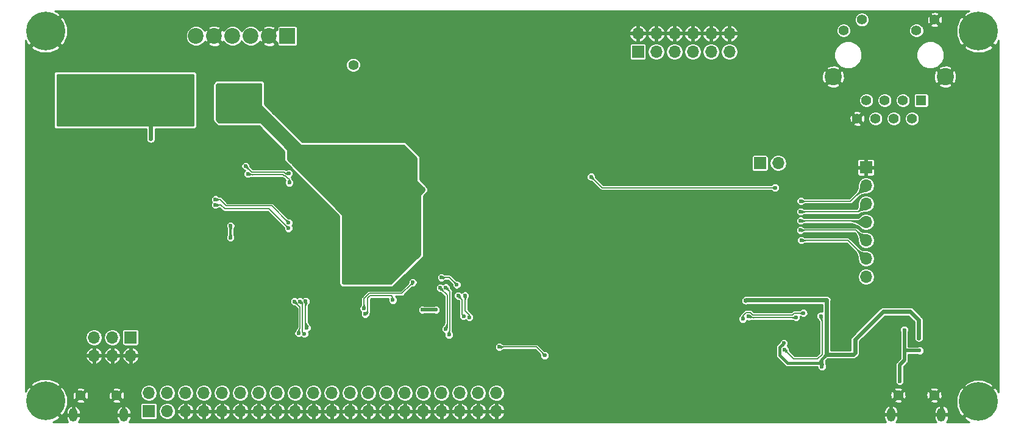
<source format=gbr>
G04 #@! TF.GenerationSoftware,KiCad,Pcbnew,5.0.1-33cea8e~68~ubuntu18.04.1*
G04 #@! TF.CreationDate,2018-11-26T22:08:36-03:00*
G04 #@! TF.ProjectId,imxrt1020-board,696D787274313032302D626F6172642E,rev?*
G04 #@! TF.SameCoordinates,Original*
G04 #@! TF.FileFunction,Copper,L2,Bot,Signal*
G04 #@! TF.FilePolarity,Positive*
%FSLAX46Y46*%
G04 Gerber Fmt 4.6, Leading zero omitted, Abs format (unit mm)*
G04 Created by KiCad (PCBNEW 5.0.1-33cea8e~68~ubuntu18.04.1) date lun 26 nov 2018 22:08:36 -03*
%MOMM*%
%LPD*%
G01*
G04 APERTURE LIST*
G04 #@! TA.AperFunction,ComponentPad*
%ADD10O,1.200000X1.900000*%
G04 #@! TD*
G04 #@! TA.AperFunction,ComponentPad*
%ADD11C,1.450000*%
G04 #@! TD*
G04 #@! TA.AperFunction,ComponentPad*
%ADD12R,1.700000X1.700000*%
G04 #@! TD*
G04 #@! TA.AperFunction,ComponentPad*
%ADD13O,1.700000X1.700000*%
G04 #@! TD*
G04 #@! TA.AperFunction,ComponentPad*
%ADD14C,0.800000*%
G04 #@! TD*
G04 #@! TA.AperFunction,ComponentPad*
%ADD15C,5.400000*%
G04 #@! TD*
G04 #@! TA.AperFunction,ComponentPad*
%ADD16R,2.200000X2.200000*%
G04 #@! TD*
G04 #@! TA.AperFunction,ComponentPad*
%ADD17C,2.200000*%
G04 #@! TD*
G04 #@! TA.AperFunction,ComponentPad*
%ADD18C,1.398000*%
G04 #@! TD*
G04 #@! TA.AperFunction,ComponentPad*
%ADD19C,2.400000*%
G04 #@! TD*
G04 #@! TA.AperFunction,ComponentPad*
%ADD20C,1.408000*%
G04 #@! TD*
G04 #@! TA.AperFunction,ComponentPad*
%ADD21R,1.408000X1.408000*%
G04 #@! TD*
G04 #@! TA.AperFunction,ComponentPad*
%ADD22C,1.400000*%
G04 #@! TD*
G04 #@! TA.AperFunction,ViaPad*
%ADD23C,0.600000*%
G04 #@! TD*
G04 #@! TA.AperFunction,Conductor*
%ADD24C,0.800000*%
G04 #@! TD*
G04 #@! TA.AperFunction,Conductor*
%ADD25C,0.152400*%
G04 #@! TD*
G04 #@! TA.AperFunction,Conductor*
%ADD26C,0.400000*%
G04 #@! TD*
G04 #@! TA.AperFunction,Conductor*
%ADD27C,0.600000*%
G04 #@! TD*
G04 #@! TA.AperFunction,Conductor*
%ADD28C,0.500000*%
G04 #@! TD*
G04 #@! TA.AperFunction,Conductor*
%ADD29C,0.300000*%
G04 #@! TD*
G04 #@! TA.AperFunction,Conductor*
%ADD30C,0.254000*%
G04 #@! TD*
G04 #@! TA.AperFunction,Conductor*
%ADD31C,0.025400*%
G04 #@! TD*
G04 APERTURE END LIST*
D10*
G04 #@! TO.P,J2,6*
G04 #@! TO.N,GND*
X121927500Y-127706640D03*
X114927500Y-127706640D03*
D11*
X120927500Y-125006640D03*
X115927500Y-125006640D03*
G04 #@! TD*
G04 #@! TO.P,J4,6*
G04 #@! TO.N,GND*
X229503600Y-124988860D03*
X234503600Y-124988860D03*
D10*
X228503600Y-127688860D03*
X235503600Y-127688860D03*
G04 #@! TD*
D12*
G04 #@! TO.P,J3,1*
G04 #@! TO.N,+5V*
X125417580Y-127210820D03*
D13*
G04 #@! TO.P,J3,2*
X125417580Y-124670820D03*
G04 #@! TO.P,J3,3*
G04 #@! TO.N,+3V3*
X127957580Y-127210820D03*
G04 #@! TO.P,J3,4*
X127957580Y-124670820D03*
G04 #@! TO.P,J3,5*
G04 #@! TO.N,GND*
X130497580Y-127210820D03*
G04 #@! TO.P,J3,6*
G04 #@! TO.N,/GPIO/GPIO1_31*
X130497580Y-124670820D03*
G04 #@! TO.P,J3,7*
G04 #@! TO.N,GND*
X133037580Y-127210820D03*
G04 #@! TO.P,J3,8*
G04 #@! TO.N,/GPIO/GPIO1_30*
X133037580Y-124670820D03*
G04 #@! TO.P,J3,9*
G04 #@! TO.N,GND*
X135577580Y-127210820D03*
G04 #@! TO.P,J3,10*
G04 #@! TO.N,/GPIO/GPIO1_29*
X135577580Y-124670820D03*
G04 #@! TO.P,J3,11*
G04 #@! TO.N,GND*
X138117580Y-127210820D03*
G04 #@! TO.P,J3,12*
G04 #@! TO.N,/GPIO/GPIO1_28*
X138117580Y-124670820D03*
G04 #@! TO.P,J3,13*
G04 #@! TO.N,GND*
X140657580Y-127210820D03*
G04 #@! TO.P,J3,14*
G04 #@! TO.N,/GPIO/GPIO1_27*
X140657580Y-124670820D03*
G04 #@! TO.P,J3,15*
G04 #@! TO.N,GND*
X143197580Y-127210820D03*
G04 #@! TO.P,J3,16*
G04 #@! TO.N,/GPIO/GPIO1_26*
X143197580Y-124670820D03*
G04 #@! TO.P,J3,17*
G04 #@! TO.N,GND*
X145737580Y-127210820D03*
G04 #@! TO.P,J3,18*
G04 #@! TO.N,/GPIO/GPIO1_25*
X145737580Y-124670820D03*
G04 #@! TO.P,J3,19*
G04 #@! TO.N,GND*
X148277580Y-127210820D03*
G04 #@! TO.P,J3,20*
G04 #@! TO.N,/GPIO/GPIO1_24*
X148277580Y-124670820D03*
G04 #@! TO.P,J3,21*
G04 #@! TO.N,GND*
X150817580Y-127210820D03*
G04 #@! TO.P,J3,22*
G04 #@! TO.N,/GPIO/GPIO1_23*
X150817580Y-124670820D03*
G04 #@! TO.P,J3,23*
G04 #@! TO.N,GND*
X153357580Y-127210820D03*
G04 #@! TO.P,J3,24*
G04 #@! TO.N,/GPIO/GPIO1_22*
X153357580Y-124670820D03*
G04 #@! TO.P,J3,25*
G04 #@! TO.N,GND*
X155897580Y-127210820D03*
G04 #@! TO.P,J3,26*
G04 #@! TO.N,/GPIO/GPIO1_21*
X155897580Y-124670820D03*
G04 #@! TO.P,J3,27*
G04 #@! TO.N,GND*
X158437580Y-127210820D03*
G04 #@! TO.P,J3,28*
G04 #@! TO.N,/GPIO/GPIO1_20*
X158437580Y-124670820D03*
G04 #@! TO.P,J3,29*
G04 #@! TO.N,GND*
X160977580Y-127210820D03*
G04 #@! TO.P,J3,30*
G04 #@! TO.N,/GPIO/GPIO1_19*
X160977580Y-124670820D03*
G04 #@! TO.P,J3,31*
G04 #@! TO.N,GND*
X163517580Y-127210820D03*
G04 #@! TO.P,J3,32*
G04 #@! TO.N,/GPIO/GPIO1_18*
X163517580Y-124670820D03*
G04 #@! TO.P,J3,33*
G04 #@! TO.N,GND*
X166057580Y-127210820D03*
G04 #@! TO.P,J3,34*
G04 #@! TO.N,/GPIO/GPIO1_17*
X166057580Y-124670820D03*
G04 #@! TO.P,J3,35*
G04 #@! TO.N,GND*
X168597580Y-127210820D03*
G04 #@! TO.P,J3,36*
G04 #@! TO.N,/GPIO/GPIO1_16*
X168597580Y-124670820D03*
G04 #@! TO.P,J3,37*
G04 #@! TO.N,GND*
X171137580Y-127210820D03*
G04 #@! TO.P,J3,38*
G04 #@! TO.N,/GPIO/DBG_UART_TX*
X171137580Y-124670820D03*
G04 #@! TO.P,J3,39*
G04 #@! TO.N,GND*
X173677580Y-127210820D03*
G04 #@! TO.P,J3,40*
G04 #@! TO.N,/GPIO/DBG_UART_RX*
X173677580Y-124670820D03*
G04 #@! TD*
D12*
G04 #@! TO.P,J81,1*
G04 #@! TO.N,GND*
X225049080Y-93263720D03*
D13*
G04 #@! TO.P,J81,2*
G04 #@! TO.N,/GPIO/JTAG_TRST*
X225049080Y-95803720D03*
G04 #@! TO.P,J81,3*
G04 #@! TO.N,/GPIO/JTAG_TDI*
X225049080Y-98343720D03*
G04 #@! TO.P,J81,4*
G04 #@! TO.N,/GPIO/JTAG_TDO*
X225049080Y-100883720D03*
G04 #@! TO.P,J81,5*
G04 #@! TO.N,/GPIO/JTAG_TCK*
X225049080Y-103423720D03*
G04 #@! TO.P,J81,6*
G04 #@! TO.N,/GPIO/JTAG_TMS*
X225049080Y-105963720D03*
G04 #@! TO.P,J81,7*
G04 #@! TO.N,/GPIO/ENET_CRS_DV*
X225049080Y-108503720D03*
G04 #@! TD*
D12*
G04 #@! TO.P,J6,1*
G04 #@! TO.N,+3V3*
X193349880Y-77155040D03*
D13*
G04 #@! TO.P,J6,2*
G04 #@! TO.N,GND*
X193349880Y-74615040D03*
G04 #@! TO.P,J6,3*
G04 #@! TO.N,+3V3*
X195889880Y-77155040D03*
G04 #@! TO.P,J6,4*
G04 #@! TO.N,GND*
X195889880Y-74615040D03*
G04 #@! TO.P,J6,5*
G04 #@! TO.N,+3V3*
X198429880Y-77155040D03*
G04 #@! TO.P,J6,6*
G04 #@! TO.N,GND*
X198429880Y-74615040D03*
G04 #@! TO.P,J6,7*
G04 #@! TO.N,+3V3*
X200969880Y-77155040D03*
G04 #@! TO.P,J6,8*
G04 #@! TO.N,GND*
X200969880Y-74615040D03*
G04 #@! TO.P,J6,9*
G04 #@! TO.N,+3V3*
X203509880Y-77155040D03*
G04 #@! TO.P,J6,10*
G04 #@! TO.N,GND*
X203509880Y-74615040D03*
G04 #@! TO.P,J6,11*
G04 #@! TO.N,+3V3*
X206049880Y-77155040D03*
G04 #@! TO.P,J6,12*
G04 #@! TO.N,GND*
X206049880Y-74615040D03*
G04 #@! TD*
D14*
G04 #@! TO.P,MH1,1*
G04 #@! TO.N,GND*
X112489471Y-124351929D03*
X111057580Y-123758820D03*
X109625689Y-124351929D03*
X109032580Y-125783820D03*
X109625689Y-127215711D03*
X111057580Y-127808820D03*
X112489471Y-127215711D03*
X113082580Y-125783820D03*
D15*
X111057580Y-125783820D03*
G04 #@! TD*
G04 #@! TO.P,MH2,1*
G04 #@! TO.N,GND*
X111057580Y-74283820D03*
D14*
X113082580Y-74283820D03*
X112489471Y-75715711D03*
X111057580Y-76308820D03*
X109625689Y-75715711D03*
X109032580Y-74283820D03*
X109625689Y-72851929D03*
X111057580Y-72258820D03*
X112489471Y-72851929D03*
G04 #@! TD*
G04 #@! TO.P,MH3,1*
G04 #@! TO.N,GND*
X242089471Y-72851929D03*
X240657580Y-72258820D03*
X239225689Y-72851929D03*
X238632580Y-74283820D03*
X239225689Y-75715711D03*
X240657580Y-76308820D03*
X242089471Y-75715711D03*
X242682580Y-74283820D03*
D15*
X240657580Y-74283820D03*
G04 #@! TD*
G04 #@! TO.P,MH4,1*
G04 #@! TO.N,GND*
X240657580Y-125883820D03*
D14*
X242682580Y-125883820D03*
X242089471Y-127315711D03*
X240657580Y-127908820D03*
X239225689Y-127315711D03*
X238632580Y-125883820D03*
X239225689Y-124451929D03*
X240657580Y-123858820D03*
X242089471Y-124451929D03*
G04 #@! TD*
D12*
G04 #@! TO.P,JP1,1*
G04 #@! TO.N,+3V3*
X210286600Y-92687140D03*
D13*
G04 #@! TO.P,JP1,2*
G04 #@! TO.N,Net-(JP1-Pad2)*
X212826600Y-92687140D03*
G04 #@! TD*
D16*
G04 #@! TO.P,J48,1*
G04 #@! TO.N,/GPIO/RS485_A*
X144660620Y-74975720D03*
D17*
G04 #@! TO.P,J48,2*
G04 #@! TO.N,GND*
X142120620Y-74975720D03*
G04 #@! TO.P,J48,3*
G04 #@! TO.N,/GPIO/RS485_B*
X139580620Y-74975720D03*
G04 #@! TO.P,J48,4*
G04 #@! TO.N,/GPIO/CAN_L*
X137040620Y-74975720D03*
G04 #@! TO.P,J48,5*
G04 #@! TO.N,GND*
X134500620Y-74975720D03*
G04 #@! TO.P,J48,6*
G04 #@! TO.N,/GPIO/CAN_H*
X131960620Y-74975720D03*
G04 #@! TD*
D18*
G04 #@! TO.P,J58,L2*
G04 #@! TO.N,Net-(J58-PadL2)*
X224467020Y-72694460D03*
G04 #@! TO.P,J58,L1*
G04 #@! TO.N,Net-(J58-PadL1)*
X221927020Y-74214460D03*
G04 #@! TO.P,J58,L4*
G04 #@! TO.N,GND*
X234577020Y-72694460D03*
G04 #@! TO.P,J58,L3*
G04 #@! TO.N,/GPIO/ENET_LED*
X232037020Y-74214460D03*
D19*
G04 #@! TO.P,J58,2*
G04 #@! TO.N,GND*
X220477020Y-80644460D03*
G04 #@! TO.P,J58,1*
X236027020Y-80644460D03*
D20*
G04 #@! TO.P,J58,R8*
X223802020Y-86474460D03*
G04 #@! TO.P,J58,R7*
G04 #@! TO.N,N/C*
X225072020Y-83934460D03*
G04 #@! TO.P,J58,R6*
G04 #@! TO.N,/GPIO/ENET_RX-*
X226342020Y-86474460D03*
G04 #@! TO.P,J58,R5*
G04 #@! TO.N,Net-(C71-Pad1)*
X227612020Y-83934460D03*
G04 #@! TO.P,J58,R4*
G04 #@! TO.N,Net-(C70-Pad1)*
X228882020Y-86474460D03*
G04 #@! TO.P,J58,R3*
G04 #@! TO.N,/GPIO/ENET_RX+*
X230162020Y-83934460D03*
G04 #@! TO.P,J58,R2*
G04 #@! TO.N,/GPIO/ENET_TX-*
X231432020Y-86474460D03*
D21*
G04 #@! TO.P,J58,R1*
G04 #@! TO.N,/GPIO/ENET_TX+*
X232702020Y-83934460D03*
G04 #@! TD*
D22*
G04 #@! TO.P,J5,1*
G04 #@! TO.N,/MEMORY/GPIO3_24*
X153817320Y-79001620D03*
G04 #@! TD*
D13*
G04 #@! TO.P,J7,6*
G04 #@! TO.N,GND*
X117797580Y-119463820D03*
G04 #@! TO.P,J7,5*
G04 #@! TO.N,+5V*
X117797580Y-116923820D03*
G04 #@! TO.P,J7,4*
G04 #@! TO.N,GND*
X120337580Y-119463820D03*
G04 #@! TO.P,J7,3*
G04 #@! TO.N,+5V*
X120337580Y-116923820D03*
G04 #@! TO.P,J7,2*
G04 #@! TO.N,GND*
X122877580Y-119463820D03*
D12*
G04 #@! TO.P,J7,1*
G04 #@! TO.N,+5V*
X122877580Y-116923820D03*
G04 #@! TD*
D23*
G04 #@! TO.N,GND*
X198023480Y-106210100D03*
X200431400Y-108409740D03*
X202844400Y-106222800D03*
X204406500Y-106248200D03*
X195607940Y-91930220D03*
X200418700Y-92008960D03*
X183639460Y-103680260D03*
X139717780Y-104820720D03*
X144813020Y-107812840D03*
X144840960Y-104574340D03*
X198038720Y-89844880D03*
X185127900Y-90667840D03*
X144785080Y-102753160D03*
X139829540Y-89362280D03*
X139933680Y-90388440D03*
X163535360Y-106593640D03*
X151216643Y-109289745D03*
X217248180Y-119125040D03*
X215948180Y-119125040D03*
X215948180Y-117825040D03*
X217248180Y-117825040D03*
X120601740Y-110662720D03*
X125341380Y-105409840D03*
X218036140Y-123499590D03*
X222069660Y-122806460D03*
X139717780Y-105818940D03*
X139951460Y-110500160D03*
X139933680Y-109430820D03*
X139987020Y-108414820D03*
X140040360Y-107398820D03*
X139981941Y-91356180D03*
X139964160Y-95018860D03*
X140022580Y-96989900D03*
X144937480Y-114668300D03*
X145742660Y-114688620D03*
X218480640Y-112781080D03*
X218480640Y-110787180D03*
X209542380Y-112758220D03*
X209542380Y-110820200D03*
X220510100Y-115176300D03*
X212453220Y-115882420D03*
X170014900Y-76192380D03*
X133357620Y-82514440D03*
X133129020Y-83339940D03*
X133101080Y-86890860D03*
X229298500Y-118770400D03*
X220449140Y-112755680D03*
X194157600Y-89954100D03*
X195760340Y-108295440D03*
X134073900Y-85067140D03*
X130147060Y-110484920D03*
X222143320Y-120380760D03*
X170388280Y-77276960D03*
X168488360Y-90962480D03*
X168419780Y-89905840D03*
X160479738Y-87683705D03*
X153037540Y-85349080D03*
X154106880Y-85371940D03*
X158285758Y-85753518D03*
X145940778Y-87525860D03*
X149456140Y-85526880D03*
X148206460Y-85534500D03*
X146634200Y-85006180D03*
X168584740Y-106734580D03*
X144802860Y-98077020D03*
X130131820Y-97513140D03*
X130139440Y-98727260D03*
X133111240Y-101142800D03*
X136786620Y-100408740D03*
X138668760Y-100825302D03*
X140134340Y-99702620D03*
X140106400Y-100766880D03*
X140116560Y-101843840D03*
X135435340Y-105404920D03*
X133156960Y-109413040D03*
X132461000Y-108447840D03*
X144828260Y-93182440D03*
X160623794Y-112009080D03*
X162684460Y-114703860D03*
X161526220Y-114726720D03*
X160215580Y-114719100D03*
X159095440Y-114711480D03*
X152290780Y-115125500D03*
X150975060Y-115374420D03*
X167558720Y-73258680D03*
X157266640Y-75410060D03*
X153672820Y-76344780D03*
X151356060Y-75044300D03*
X151340820Y-79212440D03*
X151340820Y-79212440D03*
X150223220Y-81701640D03*
X143784320Y-114637820D03*
X202135740Y-90632280D03*
X204477620Y-89943940D03*
X183034940Y-95219520D03*
X193784220Y-106359960D03*
X210012280Y-106657140D03*
X209169000Y-109573060D03*
X163606480Y-95194120D03*
X168229280Y-95793560D03*
X160392688Y-109203213D03*
X220121480Y-101310438D03*
X220125920Y-100050600D03*
X220125920Y-98770440D03*
X220121480Y-102638860D03*
X218130120Y-97355660D03*
X214497920Y-96756220D03*
X228246940Y-90378140D03*
X233382820Y-115082460D03*
X227832920Y-115544600D03*
X109491780Y-94818200D03*
X109489242Y-105793540D03*
X221787718Y-118369080D03*
X127307340Y-114587020D03*
X127241300Y-113311940D03*
X123446540Y-90299540D03*
X124665740Y-88823800D03*
X127812800Y-88813640D03*
X117619780Y-88846660D03*
X127751840Y-73177400D03*
X115270280Y-74152760D03*
X124975620Y-96624140D03*
X110845600Y-82494120D03*
X125206760Y-97960180D03*
X217129933Y-113350040D03*
X218274900Y-115186461D03*
X124721620Y-113698020D03*
X236537500Y-118635780D03*
G04 #@! TO.N,Net-(C3-Pad1)*
X144822001Y-100959897D03*
X134668879Y-97720922D03*
G04 #@! TO.N,+3V3*
X218909900Y-120980200D03*
X219549980Y-119319040D03*
X213631780Y-117725040D03*
X208300320Y-111818420D03*
X163443648Y-113085880D03*
X165287960Y-113085880D03*
X130980180Y-86959440D03*
X130982720Y-80652620D03*
X130980180Y-83924140D03*
X130980180Y-82402680D03*
X130980180Y-85412580D03*
X122463560Y-86700360D03*
X113426240Y-80817720D03*
X113426240Y-87053420D03*
X113426240Y-84112100D03*
X113426240Y-82445860D03*
X125686820Y-89296240D03*
X219547440Y-111714280D03*
X214114380Y-111714280D03*
X232374440Y-117017800D03*
G04 #@! TO.N,Net-(C10-Pad1)*
X144815316Y-101737670D03*
X134658100Y-98498660D03*
G04 #@! TO.N,/POWER/DCDC_OUT*
X147939760Y-90380820D03*
X152471120Y-109209840D03*
X138181080Y-82003900D03*
X138965940Y-82019140D03*
X138277600Y-86804500D03*
X135917940Y-86819740D03*
X136001760Y-82560160D03*
X135001000Y-83281520D03*
X137132060Y-84444840D03*
X137033000Y-85117940D03*
X139065000Y-86825190D03*
X160693100Y-90469720D03*
X163479480Y-96321880D03*
X158953200Y-109222540D03*
X145069560Y-92093070D03*
X162577780Y-105671620D03*
G04 #@! TO.N,Net-(C56-Pad1)*
X136756140Y-103039400D03*
X136763760Y-101399340D03*
G04 #@! TO.N,/MEMORY/SD_D0*
X138854180Y-93073220D03*
X144856200Y-94090909D03*
G04 #@! TO.N,/MEMORY/SDRAM_A0*
X186850020Y-94576900D03*
X212410040Y-96088198D03*
G04 #@! TO.N,/MEMORY/SD_CLK*
X144927320Y-95385050D03*
X139164199Y-94166729D03*
G04 #@! TO.N,/GPIO/JTAG_TCK*
X165892480Y-110050580D03*
X215907620Y-101996240D03*
X166646570Y-115774370D03*
G04 #@! TO.N,/GPIO/JTAG_TDO*
X215950800Y-100688140D03*
G04 #@! TO.N,/GPIO/JTAG_TMS*
X166670288Y-109992094D03*
X167115394Y-116557492D03*
X216054940Y-103411020D03*
G04 #@! TO.N,/GPIO/JTAG_TRST*
X215986360Y-97957640D03*
G04 #@! TO.N,/GPIO/JTAG_TDI*
X215950800Y-99423220D03*
X215950800Y-99423220D03*
G04 #@! TO.N,Net-(R16-Pad1)*
X168181020Y-109598460D03*
X166059819Y-108590080D03*
G04 #@! TO.N,/GPIO/ENET_MDIO*
X169334180Y-111097060D03*
X169913319Y-114117789D03*
X216344500Y-113525300D03*
X207912757Y-114351857D03*
X180399807Y-119441593D03*
X174097873Y-118261982D03*
G04 #@! TO.N,/GPIO/ENET_MDC*
X168376600Y-111127540D03*
X169148760Y-113974880D03*
X215318340Y-114150430D03*
X208722269Y-114009333D03*
G04 #@! TO.N,/GPIO/ENET_CRS_DV*
X213745378Y-118661180D03*
X218772180Y-113949480D03*
G04 #@! TO.N,/GPIO/GPIO1_30*
X146426037Y-111930411D03*
X147014577Y-116423637D03*
G04 #@! TO.N,/GPIO/GPIO1_31*
X145635485Y-111923348D03*
X146215100Y-116342160D03*
G04 #@! TO.N,/GPIO/GPIO1_29*
X147203334Y-111902131D03*
X147355560Y-115585240D03*
G04 #@! TO.N,/GPIO/DBG_UART_TX*
X162077860Y-109269199D03*
X155277530Y-112898712D03*
G04 #@! TO.N,/GPIO/DBG_UART_RX*
X159300200Y-111724440D03*
X155476252Y-113686945D03*
G04 #@! TO.N,/Debug UART/DBG_VBUS*
X232455231Y-118759345D03*
X230360220Y-115910360D03*
X229707436Y-123017280D03*
G04 #@! TD*
D24*
G04 #@! TO.N,GND*
X207034955Y-113665445D02*
X207034955Y-114773203D01*
X207034955Y-114773203D02*
X208144174Y-115882420D01*
X207942180Y-112758220D02*
X207034955Y-113665445D01*
X209542380Y-112758220D02*
X207942180Y-112758220D01*
X208144174Y-115882420D02*
X212028956Y-115882420D01*
X212028956Y-115882420D02*
X212453220Y-115882420D01*
X217766900Y-114678461D02*
X217974901Y-114886462D01*
X217974901Y-114886462D02*
X218274900Y-115186461D01*
X217974901Y-115486460D02*
X218274900Y-115186461D01*
X217248180Y-117825040D02*
X217248180Y-116213181D01*
X217766900Y-113494820D02*
X217766900Y-114678461D01*
X217248180Y-116213181D02*
X217974901Y-115486460D01*
X218480640Y-112781080D02*
X217766900Y-113494820D01*
D25*
G04 #@! TO.N,Net-(C3-Pad1)*
X135093143Y-97720922D02*
X134668879Y-97720922D01*
X142471140Y-98609036D02*
X136183754Y-98609036D01*
X144822001Y-100959897D02*
X142471140Y-98609036D01*
X136183754Y-98609036D02*
X135295640Y-97720922D01*
X135295640Y-97720922D02*
X135093143Y-97720922D01*
D26*
G04 #@! TO.N,+3V3*
X218909900Y-119969280D02*
X218909900Y-120980200D01*
X219057220Y-119811800D02*
X219057220Y-119821960D01*
X219057220Y-119821960D02*
X218909900Y-119969280D01*
X219549980Y-119319040D02*
X219057220Y-119811800D01*
D27*
X208404460Y-111714280D02*
X208300320Y-111818420D01*
D28*
X163443648Y-113085880D02*
X165179048Y-113085880D01*
D26*
X218909900Y-120065800D02*
X218909900Y-120980200D01*
X218495880Y-120479820D02*
X218909900Y-120065800D01*
X213631780Y-117725040D02*
X213024720Y-118332100D01*
X213024720Y-118332100D02*
X213024720Y-119405400D01*
X214099140Y-120479820D02*
X218495880Y-120479820D01*
X213024720Y-119405400D02*
X214099140Y-120479820D01*
D27*
X219549980Y-111711740D02*
X219565220Y-111726980D01*
X219549980Y-119319040D02*
X219549980Y-118894776D01*
X219549980Y-118894776D02*
X219549980Y-111711740D01*
X217091260Y-111714280D02*
X219547440Y-111714280D01*
X219547440Y-111714280D02*
X219549980Y-111711740D01*
D25*
X165179048Y-113085880D02*
X165287960Y-113085880D01*
D27*
X125686820Y-88871976D02*
X125686820Y-89296240D01*
X125686820Y-86012020D02*
X125686820Y-88871976D01*
X125811280Y-85887560D02*
X125686820Y-86012020D01*
X217091260Y-111714280D02*
X214114380Y-111714280D01*
X214114380Y-111714280D02*
X208404460Y-111714280D01*
X232374440Y-114526060D02*
X232374440Y-117017800D01*
X223258380Y-119319040D02*
X223522540Y-119054880D01*
X219549980Y-119319040D02*
X223258380Y-119319040D01*
X227426520Y-113329720D02*
X231178100Y-113329720D01*
X231178100Y-113329720D02*
X232374440Y-114526060D01*
X223522540Y-119054880D02*
X223522540Y-117233700D01*
X223522540Y-117233700D02*
X227426520Y-113329720D01*
D25*
G04 #@! TO.N,Net-(C10-Pad1)*
X135082364Y-98498660D02*
X134658100Y-98498660D01*
X142107920Y-99030274D02*
X135954254Y-99030274D01*
X144815316Y-101737670D02*
X142107920Y-99030274D01*
X135954254Y-99030274D02*
X135422640Y-98498660D01*
X135422640Y-98498660D02*
X135082364Y-98498660D01*
D29*
G04 #@! TO.N,Net-(C56-Pad1)*
X136756140Y-103039400D02*
X136756140Y-101406960D01*
X136756140Y-101406960D02*
X136763760Y-101399340D01*
D25*
G04 #@! TO.N,/MEMORY/SD_D0*
X138854180Y-93073220D02*
X139702540Y-93921580D01*
X144367669Y-94090909D02*
X144856200Y-94090909D01*
X144198340Y-93921580D02*
X144367669Y-94090909D01*
X139702540Y-93921580D02*
X144198340Y-93921580D01*
G04 #@! TO.N,/MEMORY/SDRAM_A0*
X211985776Y-96088198D02*
X212410040Y-96088198D01*
X188361318Y-96088198D02*
X211985776Y-96088198D01*
X186850020Y-94576900D02*
X188361318Y-96088198D01*
G04 #@! TO.N,/MEMORY/SD_CLK*
X144366488Y-94421119D02*
X144230892Y-94421119D01*
X144230892Y-94421119D02*
X144061564Y-94251791D01*
X144927320Y-94960786D02*
X144611444Y-94644910D01*
X144061564Y-94251791D02*
X139249261Y-94251791D01*
X144927320Y-95385050D02*
X144927320Y-94960786D01*
X144611444Y-94644910D02*
X144590279Y-94644910D01*
X139249261Y-94251791D02*
X139164199Y-94166729D01*
X144590279Y-94644910D02*
X144366488Y-94421119D01*
G04 #@! TO.N,/GPIO/JTAG_TCK*
X166852600Y-115568340D02*
X166646570Y-115774370D01*
X166852600Y-111051340D02*
X166852600Y-115568340D01*
X165892480Y-110091220D02*
X166852600Y-111051340D01*
X165892480Y-110050580D02*
X165892480Y-110091220D01*
X223621600Y-101996240D02*
X225049080Y-103423720D01*
X215907620Y-101996240D02*
X223621600Y-101996240D01*
G04 #@! TO.N,/GPIO/JTAG_TDO*
X224853500Y-100688140D02*
X225049080Y-100883720D01*
X215950800Y-100688140D02*
X224853500Y-100688140D01*
G04 #@! TO.N,/GPIO/JTAG_TMS*
X166670288Y-109992094D02*
X167200580Y-110522386D01*
X167200580Y-110522386D02*
X167200580Y-116042680D01*
X167115394Y-116127866D02*
X167115394Y-116557492D01*
X167200580Y-116042680D02*
X167115394Y-116127866D01*
X222496380Y-103411020D02*
X225049080Y-105963720D01*
X216054940Y-103411020D02*
X222496380Y-103411020D01*
G04 #@! TO.N,/GPIO/JTAG_TRST*
X216410624Y-97957640D02*
X215986360Y-97957640D01*
X222895160Y-97957640D02*
X225049080Y-95803720D01*
X215986360Y-97957640D02*
X222895160Y-97957640D01*
G04 #@! TO.N,/GPIO/JTAG_TDI*
X223969580Y-99423220D02*
X225049080Y-98343720D01*
X215950800Y-99423220D02*
X223969580Y-99423220D01*
G04 #@! TO.N,Net-(R16-Pad1)*
X166484083Y-108590080D02*
X166059819Y-108590080D01*
X168181020Y-109598460D02*
X167172640Y-108590080D01*
X167172640Y-108590080D02*
X166484083Y-108590080D01*
G04 #@! TO.N,/GPIO/ENET_MDIO*
X169913319Y-113807259D02*
X169913319Y-114117789D01*
X169334180Y-113228120D02*
X169913319Y-113807259D01*
X169334180Y-111097060D02*
X169334180Y-113228120D01*
X207912757Y-113927593D02*
X207912757Y-114351857D01*
X208385019Y-113455331D02*
X207912757Y-113927593D01*
X215094820Y-113525300D02*
X214838280Y-113781840D01*
X216344500Y-113525300D02*
X215094820Y-113525300D01*
X214838280Y-113781840D02*
X209299929Y-113781840D01*
X208973420Y-113455331D02*
X208385019Y-113455331D01*
X209299929Y-113781840D02*
X208973420Y-113455331D01*
X179220196Y-118261982D02*
X180399807Y-119441593D01*
X174097873Y-118261982D02*
X179220196Y-118261982D01*
G04 #@! TO.N,/GPIO/ENET_MDC*
X168925240Y-113751360D02*
X169148760Y-113974880D01*
X168925240Y-111676180D02*
X168925240Y-113751360D01*
X168376600Y-111127540D02*
X168925240Y-111676180D01*
X208863366Y-114150430D02*
X208722269Y-114009333D01*
X215318340Y-114150430D02*
X208863366Y-114150430D01*
G04 #@! TO.N,/GPIO/ENET_CRS_DV*
X218928911Y-114530475D02*
X218772180Y-114373744D01*
X218302840Y-119924113D02*
X218928911Y-119298042D01*
X213745378Y-118661180D02*
X215008311Y-119924113D01*
X218928911Y-119298042D02*
X218928911Y-114530475D01*
X218772180Y-114373744D02*
X218772180Y-113949480D01*
X215008311Y-119924113D02*
X218302840Y-119924113D01*
G04 #@! TO.N,/GPIO/GPIO1_30*
X146761189Y-116170249D02*
X147014577Y-116423637D01*
X146426037Y-111930411D02*
X146761189Y-112265563D01*
X146761189Y-112265563D02*
X146761189Y-116170249D01*
G04 #@! TO.N,/GPIO/GPIO1_31*
X146430978Y-112718841D02*
X146430978Y-115702018D01*
X145635485Y-111923348D02*
X146430978Y-112718841D01*
X146215100Y-115917896D02*
X146215100Y-116342160D01*
X146430978Y-115702018D02*
X146215100Y-115917896D01*
G04 #@! TO.N,/GPIO/GPIO1_29*
X147203334Y-115433014D02*
X147355560Y-115585240D01*
X147203334Y-111902131D02*
X147203334Y-115433014D01*
G04 #@! TO.N,/GPIO/DBG_UART_TX*
X155277530Y-112898712D02*
X155277530Y-111560002D01*
X155277530Y-111560002D02*
X156037663Y-110799869D01*
X156037663Y-110799869D02*
X160547190Y-110799869D01*
X160547190Y-110799869D02*
X161777861Y-109569198D01*
X161777861Y-109569198D02*
X162077860Y-109269199D01*
G04 #@! TO.N,/GPIO/DBG_UART_RX*
X156174440Y-111130080D02*
X159067500Y-111130080D01*
X159067500Y-111130080D02*
X159300200Y-111362780D01*
X155831540Y-111472980D02*
X156174440Y-111130080D01*
X155831540Y-113331657D02*
X155831540Y-111472980D01*
X155476252Y-113686945D02*
X155831540Y-113331657D01*
X159300200Y-111362780D02*
X159300200Y-111724440D01*
D28*
G04 #@! TO.N,/Debug UART/DBG_VBUS*
X230360220Y-115910360D02*
X230360220Y-118772940D01*
X232017372Y-118772940D02*
X230360220Y-118772940D01*
X232030967Y-118759345D02*
X232017372Y-118772940D01*
X232455231Y-118759345D02*
X232030967Y-118759345D01*
X229707436Y-122593016D02*
X229707436Y-123017280D01*
X229707436Y-120754144D02*
X229707436Y-122593016D01*
X230360220Y-118772940D02*
X230360220Y-120101360D01*
X230360220Y-120101360D02*
X229707436Y-120754144D01*
G04 #@! TD*
D30*
G04 #@! TO.N,GND*
G36*
X238915390Y-71669835D02*
X238595331Y-72041966D01*
X240657580Y-74104215D01*
X240671723Y-74090073D01*
X240851328Y-74269678D01*
X240837185Y-74283820D01*
X242899434Y-76346069D01*
X243271565Y-76026010D01*
X243455581Y-75580283D01*
X243455580Y-124585881D01*
X243271565Y-124141630D01*
X242899434Y-123821571D01*
X240837185Y-125883820D01*
X240851328Y-125897963D01*
X240671723Y-126077568D01*
X240657580Y-126063425D01*
X238595331Y-128125674D01*
X238915390Y-128497805D01*
X239361115Y-128681820D01*
X236230162Y-128681820D01*
X236361325Y-128531605D01*
X236484600Y-128165860D01*
X236484600Y-127815860D01*
X235630600Y-127815860D01*
X235630600Y-127835860D01*
X235376600Y-127835860D01*
X235376600Y-127815860D01*
X234522600Y-127815860D01*
X234522600Y-128165860D01*
X234645875Y-128531605D01*
X234777038Y-128681820D01*
X229230162Y-128681820D01*
X229361325Y-128531605D01*
X229484600Y-128165860D01*
X229484600Y-127815860D01*
X228630600Y-127815860D01*
X228630600Y-127835860D01*
X228376600Y-127835860D01*
X228376600Y-127815860D01*
X227522600Y-127815860D01*
X227522600Y-128165860D01*
X227645875Y-128531605D01*
X227777038Y-128681820D01*
X122669587Y-128681820D01*
X122785225Y-128549385D01*
X122908500Y-128183640D01*
X122908500Y-127833640D01*
X122054500Y-127833640D01*
X122054500Y-127853640D01*
X121800500Y-127853640D01*
X121800500Y-127833640D01*
X120946500Y-127833640D01*
X120946500Y-128183640D01*
X121069775Y-128549385D01*
X121185413Y-128681820D01*
X115669587Y-128681820D01*
X115785225Y-128549385D01*
X115908500Y-128183640D01*
X115908500Y-127833640D01*
X115054500Y-127833640D01*
X115054500Y-127853640D01*
X114800500Y-127853640D01*
X114800500Y-127833640D01*
X113946500Y-127833640D01*
X113946500Y-128183640D01*
X114069775Y-128549385D01*
X114185413Y-128681820D01*
X112114098Y-128681820D01*
X112799770Y-128397805D01*
X113119829Y-128025674D01*
X111057580Y-125963425D01*
X111043438Y-125977568D01*
X110863833Y-125797963D01*
X110877975Y-125783820D01*
X111237185Y-125783820D01*
X113299434Y-127846069D01*
X113671565Y-127526010D01*
X113793919Y-127229640D01*
X113946500Y-127229640D01*
X113946500Y-127579640D01*
X114800500Y-127579640D01*
X114800500Y-126480042D01*
X115054500Y-126480042D01*
X115054500Y-127579640D01*
X115908500Y-127579640D01*
X115908500Y-127229640D01*
X120946500Y-127229640D01*
X120946500Y-127579640D01*
X121800500Y-127579640D01*
X121800500Y-126480042D01*
X122054500Y-126480042D01*
X122054500Y-127579640D01*
X122908500Y-127579640D01*
X122908500Y-127229640D01*
X122785225Y-126863895D01*
X122531369Y-126573166D01*
X122205107Y-126415738D01*
X122054500Y-126480042D01*
X121800500Y-126480042D01*
X121649893Y-126415738D01*
X121323631Y-126573166D01*
X121069775Y-126863895D01*
X120946500Y-127229640D01*
X115908500Y-127229640D01*
X115785225Y-126863895D01*
X115531369Y-126573166D01*
X115205107Y-126415738D01*
X115054500Y-126480042D01*
X114800500Y-126480042D01*
X114649893Y-126415738D01*
X114323631Y-126573166D01*
X114069775Y-126863895D01*
X113946500Y-127229640D01*
X113793919Y-127229640D01*
X114139295Y-126393065D01*
X114139258Y-126360820D01*
X124234174Y-126360820D01*
X124234174Y-128060820D01*
X124259553Y-128188409D01*
X124331826Y-128296574D01*
X124439991Y-128368847D01*
X124567580Y-128394226D01*
X126267580Y-128394226D01*
X126395169Y-128368847D01*
X126503334Y-128296574D01*
X126575607Y-128188409D01*
X126600986Y-128060820D01*
X126600986Y-127210820D01*
X126757522Y-127210820D01*
X126848871Y-127670062D01*
X127109011Y-128059389D01*
X127498338Y-128319529D01*
X127841660Y-128387820D01*
X128073500Y-128387820D01*
X128416822Y-128319529D01*
X128806149Y-128059389D01*
X129066289Y-127670062D01*
X129094586Y-127527802D01*
X129308079Y-127527802D01*
X129519928Y-127958876D01*
X129880616Y-128276065D01*
X130180600Y-128400309D01*
X130370580Y-128339447D01*
X130370580Y-127337820D01*
X130624580Y-127337820D01*
X130624580Y-128339447D01*
X130814560Y-128400309D01*
X131114544Y-128276065D01*
X131475232Y-127958876D01*
X131687081Y-127527802D01*
X131848079Y-127527802D01*
X132059928Y-127958876D01*
X132420616Y-128276065D01*
X132720600Y-128400309D01*
X132910580Y-128339447D01*
X132910580Y-127337820D01*
X133164580Y-127337820D01*
X133164580Y-128339447D01*
X133354560Y-128400309D01*
X133654544Y-128276065D01*
X134015232Y-127958876D01*
X134227081Y-127527802D01*
X134388079Y-127527802D01*
X134599928Y-127958876D01*
X134960616Y-128276065D01*
X135260600Y-128400309D01*
X135450580Y-128339447D01*
X135450580Y-127337820D01*
X135704580Y-127337820D01*
X135704580Y-128339447D01*
X135894560Y-128400309D01*
X136194544Y-128276065D01*
X136555232Y-127958876D01*
X136767081Y-127527802D01*
X136928079Y-127527802D01*
X137139928Y-127958876D01*
X137500616Y-128276065D01*
X137800600Y-128400309D01*
X137990580Y-128339447D01*
X137990580Y-127337820D01*
X138244580Y-127337820D01*
X138244580Y-128339447D01*
X138434560Y-128400309D01*
X138734544Y-128276065D01*
X139095232Y-127958876D01*
X139307081Y-127527802D01*
X139468079Y-127527802D01*
X139679928Y-127958876D01*
X140040616Y-128276065D01*
X140340600Y-128400309D01*
X140530580Y-128339447D01*
X140530580Y-127337820D01*
X140784580Y-127337820D01*
X140784580Y-128339447D01*
X140974560Y-128400309D01*
X141274544Y-128276065D01*
X141635232Y-127958876D01*
X141847081Y-127527802D01*
X142008079Y-127527802D01*
X142219928Y-127958876D01*
X142580616Y-128276065D01*
X142880600Y-128400309D01*
X143070580Y-128339447D01*
X143070580Y-127337820D01*
X143324580Y-127337820D01*
X143324580Y-128339447D01*
X143514560Y-128400309D01*
X143814544Y-128276065D01*
X144175232Y-127958876D01*
X144387081Y-127527802D01*
X144548079Y-127527802D01*
X144759928Y-127958876D01*
X145120616Y-128276065D01*
X145420600Y-128400309D01*
X145610580Y-128339447D01*
X145610580Y-127337820D01*
X145864580Y-127337820D01*
X145864580Y-128339447D01*
X146054560Y-128400309D01*
X146354544Y-128276065D01*
X146715232Y-127958876D01*
X146927081Y-127527802D01*
X147088079Y-127527802D01*
X147299928Y-127958876D01*
X147660616Y-128276065D01*
X147960600Y-128400309D01*
X148150580Y-128339447D01*
X148150580Y-127337820D01*
X148404580Y-127337820D01*
X148404580Y-128339447D01*
X148594560Y-128400309D01*
X148894544Y-128276065D01*
X149255232Y-127958876D01*
X149467081Y-127527802D01*
X149628079Y-127527802D01*
X149839928Y-127958876D01*
X150200616Y-128276065D01*
X150500600Y-128400309D01*
X150690580Y-128339447D01*
X150690580Y-127337820D01*
X150944580Y-127337820D01*
X150944580Y-128339447D01*
X151134560Y-128400309D01*
X151434544Y-128276065D01*
X151795232Y-127958876D01*
X152007081Y-127527802D01*
X152168079Y-127527802D01*
X152379928Y-127958876D01*
X152740616Y-128276065D01*
X153040600Y-128400309D01*
X153230580Y-128339447D01*
X153230580Y-127337820D01*
X153484580Y-127337820D01*
X153484580Y-128339447D01*
X153674560Y-128400309D01*
X153974544Y-128276065D01*
X154335232Y-127958876D01*
X154547081Y-127527802D01*
X154708079Y-127527802D01*
X154919928Y-127958876D01*
X155280616Y-128276065D01*
X155580600Y-128400309D01*
X155770580Y-128339447D01*
X155770580Y-127337820D01*
X156024580Y-127337820D01*
X156024580Y-128339447D01*
X156214560Y-128400309D01*
X156514544Y-128276065D01*
X156875232Y-127958876D01*
X157087081Y-127527802D01*
X157248079Y-127527802D01*
X157459928Y-127958876D01*
X157820616Y-128276065D01*
X158120600Y-128400309D01*
X158310580Y-128339447D01*
X158310580Y-127337820D01*
X158564580Y-127337820D01*
X158564580Y-128339447D01*
X158754560Y-128400309D01*
X159054544Y-128276065D01*
X159415232Y-127958876D01*
X159627081Y-127527802D01*
X159788079Y-127527802D01*
X159999928Y-127958876D01*
X160360616Y-128276065D01*
X160660600Y-128400309D01*
X160850580Y-128339447D01*
X160850580Y-127337820D01*
X161104580Y-127337820D01*
X161104580Y-128339447D01*
X161294560Y-128400309D01*
X161594544Y-128276065D01*
X161955232Y-127958876D01*
X162167081Y-127527802D01*
X162328079Y-127527802D01*
X162539928Y-127958876D01*
X162900616Y-128276065D01*
X163200600Y-128400309D01*
X163390580Y-128339447D01*
X163390580Y-127337820D01*
X163644580Y-127337820D01*
X163644580Y-128339447D01*
X163834560Y-128400309D01*
X164134544Y-128276065D01*
X164495232Y-127958876D01*
X164707081Y-127527802D01*
X164868079Y-127527802D01*
X165079928Y-127958876D01*
X165440616Y-128276065D01*
X165740600Y-128400309D01*
X165930580Y-128339447D01*
X165930580Y-127337820D01*
X166184580Y-127337820D01*
X166184580Y-128339447D01*
X166374560Y-128400309D01*
X166674544Y-128276065D01*
X167035232Y-127958876D01*
X167247081Y-127527802D01*
X167408079Y-127527802D01*
X167619928Y-127958876D01*
X167980616Y-128276065D01*
X168280600Y-128400309D01*
X168470580Y-128339447D01*
X168470580Y-127337820D01*
X168724580Y-127337820D01*
X168724580Y-128339447D01*
X168914560Y-128400309D01*
X169214544Y-128276065D01*
X169575232Y-127958876D01*
X169787081Y-127527802D01*
X169948079Y-127527802D01*
X170159928Y-127958876D01*
X170520616Y-128276065D01*
X170820600Y-128400309D01*
X171010580Y-128339447D01*
X171010580Y-127337820D01*
X171264580Y-127337820D01*
X171264580Y-128339447D01*
X171454560Y-128400309D01*
X171754544Y-128276065D01*
X172115232Y-127958876D01*
X172327081Y-127527802D01*
X172488079Y-127527802D01*
X172699928Y-127958876D01*
X173060616Y-128276065D01*
X173360600Y-128400309D01*
X173550580Y-128339447D01*
X173550580Y-127337820D01*
X173804580Y-127337820D01*
X173804580Y-128339447D01*
X173994560Y-128400309D01*
X174294544Y-128276065D01*
X174655232Y-127958876D01*
X174867081Y-127527802D01*
X174806773Y-127337820D01*
X173804580Y-127337820D01*
X173550580Y-127337820D01*
X172548387Y-127337820D01*
X172488079Y-127527802D01*
X172327081Y-127527802D01*
X172266773Y-127337820D01*
X171264580Y-127337820D01*
X171010580Y-127337820D01*
X170008387Y-127337820D01*
X169948079Y-127527802D01*
X169787081Y-127527802D01*
X169726773Y-127337820D01*
X168724580Y-127337820D01*
X168470580Y-127337820D01*
X167468387Y-127337820D01*
X167408079Y-127527802D01*
X167247081Y-127527802D01*
X167186773Y-127337820D01*
X166184580Y-127337820D01*
X165930580Y-127337820D01*
X164928387Y-127337820D01*
X164868079Y-127527802D01*
X164707081Y-127527802D01*
X164646773Y-127337820D01*
X163644580Y-127337820D01*
X163390580Y-127337820D01*
X162388387Y-127337820D01*
X162328079Y-127527802D01*
X162167081Y-127527802D01*
X162106773Y-127337820D01*
X161104580Y-127337820D01*
X160850580Y-127337820D01*
X159848387Y-127337820D01*
X159788079Y-127527802D01*
X159627081Y-127527802D01*
X159566773Y-127337820D01*
X158564580Y-127337820D01*
X158310580Y-127337820D01*
X157308387Y-127337820D01*
X157248079Y-127527802D01*
X157087081Y-127527802D01*
X157026773Y-127337820D01*
X156024580Y-127337820D01*
X155770580Y-127337820D01*
X154768387Y-127337820D01*
X154708079Y-127527802D01*
X154547081Y-127527802D01*
X154486773Y-127337820D01*
X153484580Y-127337820D01*
X153230580Y-127337820D01*
X152228387Y-127337820D01*
X152168079Y-127527802D01*
X152007081Y-127527802D01*
X151946773Y-127337820D01*
X150944580Y-127337820D01*
X150690580Y-127337820D01*
X149688387Y-127337820D01*
X149628079Y-127527802D01*
X149467081Y-127527802D01*
X149406773Y-127337820D01*
X148404580Y-127337820D01*
X148150580Y-127337820D01*
X147148387Y-127337820D01*
X147088079Y-127527802D01*
X146927081Y-127527802D01*
X146866773Y-127337820D01*
X145864580Y-127337820D01*
X145610580Y-127337820D01*
X144608387Y-127337820D01*
X144548079Y-127527802D01*
X144387081Y-127527802D01*
X144326773Y-127337820D01*
X143324580Y-127337820D01*
X143070580Y-127337820D01*
X142068387Y-127337820D01*
X142008079Y-127527802D01*
X141847081Y-127527802D01*
X141786773Y-127337820D01*
X140784580Y-127337820D01*
X140530580Y-127337820D01*
X139528387Y-127337820D01*
X139468079Y-127527802D01*
X139307081Y-127527802D01*
X139246773Y-127337820D01*
X138244580Y-127337820D01*
X137990580Y-127337820D01*
X136988387Y-127337820D01*
X136928079Y-127527802D01*
X136767081Y-127527802D01*
X136706773Y-127337820D01*
X135704580Y-127337820D01*
X135450580Y-127337820D01*
X134448387Y-127337820D01*
X134388079Y-127527802D01*
X134227081Y-127527802D01*
X134166773Y-127337820D01*
X133164580Y-127337820D01*
X132910580Y-127337820D01*
X131908387Y-127337820D01*
X131848079Y-127527802D01*
X131687081Y-127527802D01*
X131626773Y-127337820D01*
X130624580Y-127337820D01*
X130370580Y-127337820D01*
X129368387Y-127337820D01*
X129308079Y-127527802D01*
X129094586Y-127527802D01*
X129157431Y-127211860D01*
X227522600Y-127211860D01*
X227522600Y-127561860D01*
X228376600Y-127561860D01*
X228376600Y-126462262D01*
X228630600Y-126462262D01*
X228630600Y-127561860D01*
X229484600Y-127561860D01*
X229484600Y-127211860D01*
X234522600Y-127211860D01*
X234522600Y-127561860D01*
X235376600Y-127561860D01*
X235376600Y-126462262D01*
X235630600Y-126462262D01*
X235630600Y-127561860D01*
X236484600Y-127561860D01*
X236484600Y-127211860D01*
X236361325Y-126846115D01*
X236107469Y-126555386D01*
X235781207Y-126397958D01*
X235630600Y-126462262D01*
X235376600Y-126462262D01*
X235225993Y-126397958D01*
X234899731Y-126555386D01*
X234645875Y-126846115D01*
X234522600Y-127211860D01*
X229484600Y-127211860D01*
X229361325Y-126846115D01*
X229107469Y-126555386D01*
X228781207Y-126397958D01*
X228630600Y-126462262D01*
X228376600Y-126462262D01*
X228225993Y-126397958D01*
X227899731Y-126555386D01*
X227645875Y-126846115D01*
X227522600Y-127211860D01*
X129157431Y-127211860D01*
X129157638Y-127210820D01*
X129094587Y-126893838D01*
X129308079Y-126893838D01*
X129368387Y-127083820D01*
X130370580Y-127083820D01*
X130370580Y-126082193D01*
X130624580Y-126082193D01*
X130624580Y-127083820D01*
X131626773Y-127083820D01*
X131687081Y-126893838D01*
X131848079Y-126893838D01*
X131908387Y-127083820D01*
X132910580Y-127083820D01*
X132910580Y-126082193D01*
X133164580Y-126082193D01*
X133164580Y-127083820D01*
X134166773Y-127083820D01*
X134227081Y-126893838D01*
X134388079Y-126893838D01*
X134448387Y-127083820D01*
X135450580Y-127083820D01*
X135450580Y-126082193D01*
X135704580Y-126082193D01*
X135704580Y-127083820D01*
X136706773Y-127083820D01*
X136767081Y-126893838D01*
X136928079Y-126893838D01*
X136988387Y-127083820D01*
X137990580Y-127083820D01*
X137990580Y-126082193D01*
X138244580Y-126082193D01*
X138244580Y-127083820D01*
X139246773Y-127083820D01*
X139307081Y-126893838D01*
X139468079Y-126893838D01*
X139528387Y-127083820D01*
X140530580Y-127083820D01*
X140530580Y-126082193D01*
X140784580Y-126082193D01*
X140784580Y-127083820D01*
X141786773Y-127083820D01*
X141847081Y-126893838D01*
X142008079Y-126893838D01*
X142068387Y-127083820D01*
X143070580Y-127083820D01*
X143070580Y-126082193D01*
X143324580Y-126082193D01*
X143324580Y-127083820D01*
X144326773Y-127083820D01*
X144387081Y-126893838D01*
X144548079Y-126893838D01*
X144608387Y-127083820D01*
X145610580Y-127083820D01*
X145610580Y-126082193D01*
X145864580Y-126082193D01*
X145864580Y-127083820D01*
X146866773Y-127083820D01*
X146927081Y-126893838D01*
X147088079Y-126893838D01*
X147148387Y-127083820D01*
X148150580Y-127083820D01*
X148150580Y-126082193D01*
X148404580Y-126082193D01*
X148404580Y-127083820D01*
X149406773Y-127083820D01*
X149467081Y-126893838D01*
X149628079Y-126893838D01*
X149688387Y-127083820D01*
X150690580Y-127083820D01*
X150690580Y-126082193D01*
X150944580Y-126082193D01*
X150944580Y-127083820D01*
X151946773Y-127083820D01*
X152007081Y-126893838D01*
X152168079Y-126893838D01*
X152228387Y-127083820D01*
X153230580Y-127083820D01*
X153230580Y-126082193D01*
X153484580Y-126082193D01*
X153484580Y-127083820D01*
X154486773Y-127083820D01*
X154547081Y-126893838D01*
X154708079Y-126893838D01*
X154768387Y-127083820D01*
X155770580Y-127083820D01*
X155770580Y-126082193D01*
X156024580Y-126082193D01*
X156024580Y-127083820D01*
X157026773Y-127083820D01*
X157087081Y-126893838D01*
X157248079Y-126893838D01*
X157308387Y-127083820D01*
X158310580Y-127083820D01*
X158310580Y-126082193D01*
X158564580Y-126082193D01*
X158564580Y-127083820D01*
X159566773Y-127083820D01*
X159627081Y-126893838D01*
X159788079Y-126893838D01*
X159848387Y-127083820D01*
X160850580Y-127083820D01*
X160850580Y-126082193D01*
X161104580Y-126082193D01*
X161104580Y-127083820D01*
X162106773Y-127083820D01*
X162167081Y-126893838D01*
X162328079Y-126893838D01*
X162388387Y-127083820D01*
X163390580Y-127083820D01*
X163390580Y-126082193D01*
X163644580Y-126082193D01*
X163644580Y-127083820D01*
X164646773Y-127083820D01*
X164707081Y-126893838D01*
X164868079Y-126893838D01*
X164928387Y-127083820D01*
X165930580Y-127083820D01*
X165930580Y-126082193D01*
X166184580Y-126082193D01*
X166184580Y-127083820D01*
X167186773Y-127083820D01*
X167247081Y-126893838D01*
X167408079Y-126893838D01*
X167468387Y-127083820D01*
X168470580Y-127083820D01*
X168470580Y-126082193D01*
X168724580Y-126082193D01*
X168724580Y-127083820D01*
X169726773Y-127083820D01*
X169787081Y-126893838D01*
X169948079Y-126893838D01*
X170008387Y-127083820D01*
X171010580Y-127083820D01*
X171010580Y-126082193D01*
X171264580Y-126082193D01*
X171264580Y-127083820D01*
X172266773Y-127083820D01*
X172327081Y-126893838D01*
X172488079Y-126893838D01*
X172548387Y-127083820D01*
X173550580Y-127083820D01*
X173550580Y-126082193D01*
X173804580Y-126082193D01*
X173804580Y-127083820D01*
X174806773Y-127083820D01*
X174867081Y-126893838D01*
X174655232Y-126462764D01*
X174294544Y-126145575D01*
X173994560Y-126021331D01*
X173804580Y-126082193D01*
X173550580Y-126082193D01*
X173360600Y-126021331D01*
X173060616Y-126145575D01*
X172699928Y-126462764D01*
X172488079Y-126893838D01*
X172327081Y-126893838D01*
X172115232Y-126462764D01*
X171754544Y-126145575D01*
X171454560Y-126021331D01*
X171264580Y-126082193D01*
X171010580Y-126082193D01*
X170820600Y-126021331D01*
X170520616Y-126145575D01*
X170159928Y-126462764D01*
X169948079Y-126893838D01*
X169787081Y-126893838D01*
X169575232Y-126462764D01*
X169214544Y-126145575D01*
X168914560Y-126021331D01*
X168724580Y-126082193D01*
X168470580Y-126082193D01*
X168280600Y-126021331D01*
X167980616Y-126145575D01*
X167619928Y-126462764D01*
X167408079Y-126893838D01*
X167247081Y-126893838D01*
X167035232Y-126462764D01*
X166674544Y-126145575D01*
X166374560Y-126021331D01*
X166184580Y-126082193D01*
X165930580Y-126082193D01*
X165740600Y-126021331D01*
X165440616Y-126145575D01*
X165079928Y-126462764D01*
X164868079Y-126893838D01*
X164707081Y-126893838D01*
X164495232Y-126462764D01*
X164134544Y-126145575D01*
X163834560Y-126021331D01*
X163644580Y-126082193D01*
X163390580Y-126082193D01*
X163200600Y-126021331D01*
X162900616Y-126145575D01*
X162539928Y-126462764D01*
X162328079Y-126893838D01*
X162167081Y-126893838D01*
X161955232Y-126462764D01*
X161594544Y-126145575D01*
X161294560Y-126021331D01*
X161104580Y-126082193D01*
X160850580Y-126082193D01*
X160660600Y-126021331D01*
X160360616Y-126145575D01*
X159999928Y-126462764D01*
X159788079Y-126893838D01*
X159627081Y-126893838D01*
X159415232Y-126462764D01*
X159054544Y-126145575D01*
X158754560Y-126021331D01*
X158564580Y-126082193D01*
X158310580Y-126082193D01*
X158120600Y-126021331D01*
X157820616Y-126145575D01*
X157459928Y-126462764D01*
X157248079Y-126893838D01*
X157087081Y-126893838D01*
X156875232Y-126462764D01*
X156514544Y-126145575D01*
X156214560Y-126021331D01*
X156024580Y-126082193D01*
X155770580Y-126082193D01*
X155580600Y-126021331D01*
X155280616Y-126145575D01*
X154919928Y-126462764D01*
X154708079Y-126893838D01*
X154547081Y-126893838D01*
X154335232Y-126462764D01*
X153974544Y-126145575D01*
X153674560Y-126021331D01*
X153484580Y-126082193D01*
X153230580Y-126082193D01*
X153040600Y-126021331D01*
X152740616Y-126145575D01*
X152379928Y-126462764D01*
X152168079Y-126893838D01*
X152007081Y-126893838D01*
X151795232Y-126462764D01*
X151434544Y-126145575D01*
X151134560Y-126021331D01*
X150944580Y-126082193D01*
X150690580Y-126082193D01*
X150500600Y-126021331D01*
X150200616Y-126145575D01*
X149839928Y-126462764D01*
X149628079Y-126893838D01*
X149467081Y-126893838D01*
X149255232Y-126462764D01*
X148894544Y-126145575D01*
X148594560Y-126021331D01*
X148404580Y-126082193D01*
X148150580Y-126082193D01*
X147960600Y-126021331D01*
X147660616Y-126145575D01*
X147299928Y-126462764D01*
X147088079Y-126893838D01*
X146927081Y-126893838D01*
X146715232Y-126462764D01*
X146354544Y-126145575D01*
X146054560Y-126021331D01*
X145864580Y-126082193D01*
X145610580Y-126082193D01*
X145420600Y-126021331D01*
X145120616Y-126145575D01*
X144759928Y-126462764D01*
X144548079Y-126893838D01*
X144387081Y-126893838D01*
X144175232Y-126462764D01*
X143814544Y-126145575D01*
X143514560Y-126021331D01*
X143324580Y-126082193D01*
X143070580Y-126082193D01*
X142880600Y-126021331D01*
X142580616Y-126145575D01*
X142219928Y-126462764D01*
X142008079Y-126893838D01*
X141847081Y-126893838D01*
X141635232Y-126462764D01*
X141274544Y-126145575D01*
X140974560Y-126021331D01*
X140784580Y-126082193D01*
X140530580Y-126082193D01*
X140340600Y-126021331D01*
X140040616Y-126145575D01*
X139679928Y-126462764D01*
X139468079Y-126893838D01*
X139307081Y-126893838D01*
X139095232Y-126462764D01*
X138734544Y-126145575D01*
X138434560Y-126021331D01*
X138244580Y-126082193D01*
X137990580Y-126082193D01*
X137800600Y-126021331D01*
X137500616Y-126145575D01*
X137139928Y-126462764D01*
X136928079Y-126893838D01*
X136767081Y-126893838D01*
X136555232Y-126462764D01*
X136194544Y-126145575D01*
X135894560Y-126021331D01*
X135704580Y-126082193D01*
X135450580Y-126082193D01*
X135260600Y-126021331D01*
X134960616Y-126145575D01*
X134599928Y-126462764D01*
X134388079Y-126893838D01*
X134227081Y-126893838D01*
X134015232Y-126462764D01*
X133654544Y-126145575D01*
X133354560Y-126021331D01*
X133164580Y-126082193D01*
X132910580Y-126082193D01*
X132720600Y-126021331D01*
X132420616Y-126145575D01*
X132059928Y-126462764D01*
X131848079Y-126893838D01*
X131687081Y-126893838D01*
X131475232Y-126462764D01*
X131114544Y-126145575D01*
X130814560Y-126021331D01*
X130624580Y-126082193D01*
X130370580Y-126082193D01*
X130180600Y-126021331D01*
X129880616Y-126145575D01*
X129519928Y-126462764D01*
X129308079Y-126893838D01*
X129094587Y-126893838D01*
X129066289Y-126751578D01*
X128806149Y-126362251D01*
X128416822Y-126102111D01*
X128073500Y-126033820D01*
X127841660Y-126033820D01*
X127498338Y-126102111D01*
X127109011Y-126362251D01*
X126848871Y-126751578D01*
X126757522Y-127210820D01*
X126600986Y-127210820D01*
X126600986Y-126360820D01*
X126575607Y-126233231D01*
X126503334Y-126125066D01*
X126395169Y-126052793D01*
X126267580Y-126027414D01*
X124567580Y-126027414D01*
X124439991Y-126052793D01*
X124331826Y-126125066D01*
X124259553Y-126233231D01*
X124234174Y-126360820D01*
X114139258Y-126360820D01*
X114138627Y-125820928D01*
X115292817Y-125820928D01*
X115371635Y-125987787D01*
X115789417Y-126125822D01*
X116228220Y-126093472D01*
X116483365Y-125987787D01*
X116562183Y-125820928D01*
X120292817Y-125820928D01*
X120371635Y-125987787D01*
X120789417Y-126125822D01*
X121228220Y-126093472D01*
X121483365Y-125987787D01*
X121562183Y-125820928D01*
X120927500Y-125186245D01*
X120292817Y-125820928D01*
X116562183Y-125820928D01*
X115927500Y-125186245D01*
X115292817Y-125820928D01*
X114138627Y-125820928D01*
X114137862Y-125167369D01*
X114014090Y-124868557D01*
X114808318Y-124868557D01*
X114840668Y-125307360D01*
X114946353Y-125562505D01*
X115113212Y-125641323D01*
X115747895Y-125006640D01*
X116107105Y-125006640D01*
X116741788Y-125641323D01*
X116908647Y-125562505D01*
X117046682Y-125144723D01*
X117026323Y-124868557D01*
X119808318Y-124868557D01*
X119840668Y-125307360D01*
X119946353Y-125562505D01*
X120113212Y-125641323D01*
X120747895Y-125006640D01*
X121107105Y-125006640D01*
X121741788Y-125641323D01*
X121908647Y-125562505D01*
X122046682Y-125144723D01*
X122014332Y-124705920D01*
X121999794Y-124670820D01*
X124217522Y-124670820D01*
X124308871Y-125130062D01*
X124569011Y-125519389D01*
X124958338Y-125779529D01*
X125301660Y-125847820D01*
X125533500Y-125847820D01*
X125876822Y-125779529D01*
X126266149Y-125519389D01*
X126526289Y-125130062D01*
X126617638Y-124670820D01*
X126757522Y-124670820D01*
X126848871Y-125130062D01*
X127109011Y-125519389D01*
X127498338Y-125779529D01*
X127841660Y-125847820D01*
X128073500Y-125847820D01*
X128416822Y-125779529D01*
X128806149Y-125519389D01*
X129066289Y-125130062D01*
X129157638Y-124670820D01*
X129297522Y-124670820D01*
X129388871Y-125130062D01*
X129649011Y-125519389D01*
X130038338Y-125779529D01*
X130381660Y-125847820D01*
X130613500Y-125847820D01*
X130956822Y-125779529D01*
X131346149Y-125519389D01*
X131606289Y-125130062D01*
X131697638Y-124670820D01*
X131837522Y-124670820D01*
X131928871Y-125130062D01*
X132189011Y-125519389D01*
X132578338Y-125779529D01*
X132921660Y-125847820D01*
X133153500Y-125847820D01*
X133496822Y-125779529D01*
X133886149Y-125519389D01*
X134146289Y-125130062D01*
X134237638Y-124670820D01*
X134377522Y-124670820D01*
X134468871Y-125130062D01*
X134729011Y-125519389D01*
X135118338Y-125779529D01*
X135461660Y-125847820D01*
X135693500Y-125847820D01*
X136036822Y-125779529D01*
X136426149Y-125519389D01*
X136686289Y-125130062D01*
X136777638Y-124670820D01*
X136917522Y-124670820D01*
X137008871Y-125130062D01*
X137269011Y-125519389D01*
X137658338Y-125779529D01*
X138001660Y-125847820D01*
X138233500Y-125847820D01*
X138576822Y-125779529D01*
X138966149Y-125519389D01*
X139226289Y-125130062D01*
X139317638Y-124670820D01*
X139457522Y-124670820D01*
X139548871Y-125130062D01*
X139809011Y-125519389D01*
X140198338Y-125779529D01*
X140541660Y-125847820D01*
X140773500Y-125847820D01*
X141116822Y-125779529D01*
X141506149Y-125519389D01*
X141766289Y-125130062D01*
X141857638Y-124670820D01*
X141997522Y-124670820D01*
X142088871Y-125130062D01*
X142349011Y-125519389D01*
X142738338Y-125779529D01*
X143081660Y-125847820D01*
X143313500Y-125847820D01*
X143656822Y-125779529D01*
X144046149Y-125519389D01*
X144306289Y-125130062D01*
X144397638Y-124670820D01*
X144537522Y-124670820D01*
X144628871Y-125130062D01*
X144889011Y-125519389D01*
X145278338Y-125779529D01*
X145621660Y-125847820D01*
X145853500Y-125847820D01*
X146196822Y-125779529D01*
X146586149Y-125519389D01*
X146846289Y-125130062D01*
X146937638Y-124670820D01*
X147077522Y-124670820D01*
X147168871Y-125130062D01*
X147429011Y-125519389D01*
X147818338Y-125779529D01*
X148161660Y-125847820D01*
X148393500Y-125847820D01*
X148736822Y-125779529D01*
X149126149Y-125519389D01*
X149386289Y-125130062D01*
X149477638Y-124670820D01*
X149617522Y-124670820D01*
X149708871Y-125130062D01*
X149969011Y-125519389D01*
X150358338Y-125779529D01*
X150701660Y-125847820D01*
X150933500Y-125847820D01*
X151276822Y-125779529D01*
X151666149Y-125519389D01*
X151926289Y-125130062D01*
X152017638Y-124670820D01*
X152157522Y-124670820D01*
X152248871Y-125130062D01*
X152509011Y-125519389D01*
X152898338Y-125779529D01*
X153241660Y-125847820D01*
X153473500Y-125847820D01*
X153816822Y-125779529D01*
X154206149Y-125519389D01*
X154466289Y-125130062D01*
X154557638Y-124670820D01*
X154697522Y-124670820D01*
X154788871Y-125130062D01*
X155049011Y-125519389D01*
X155438338Y-125779529D01*
X155781660Y-125847820D01*
X156013500Y-125847820D01*
X156356822Y-125779529D01*
X156746149Y-125519389D01*
X157006289Y-125130062D01*
X157097638Y-124670820D01*
X157237522Y-124670820D01*
X157328871Y-125130062D01*
X157589011Y-125519389D01*
X157978338Y-125779529D01*
X158321660Y-125847820D01*
X158553500Y-125847820D01*
X158896822Y-125779529D01*
X159286149Y-125519389D01*
X159546289Y-125130062D01*
X159637638Y-124670820D01*
X159777522Y-124670820D01*
X159868871Y-125130062D01*
X160129011Y-125519389D01*
X160518338Y-125779529D01*
X160861660Y-125847820D01*
X161093500Y-125847820D01*
X161436822Y-125779529D01*
X161826149Y-125519389D01*
X162086289Y-125130062D01*
X162177638Y-124670820D01*
X162317522Y-124670820D01*
X162408871Y-125130062D01*
X162669011Y-125519389D01*
X163058338Y-125779529D01*
X163401660Y-125847820D01*
X163633500Y-125847820D01*
X163976822Y-125779529D01*
X164366149Y-125519389D01*
X164626289Y-125130062D01*
X164717638Y-124670820D01*
X164857522Y-124670820D01*
X164948871Y-125130062D01*
X165209011Y-125519389D01*
X165598338Y-125779529D01*
X165941660Y-125847820D01*
X166173500Y-125847820D01*
X166516822Y-125779529D01*
X166906149Y-125519389D01*
X167166289Y-125130062D01*
X167257638Y-124670820D01*
X167397522Y-124670820D01*
X167488871Y-125130062D01*
X167749011Y-125519389D01*
X168138338Y-125779529D01*
X168481660Y-125847820D01*
X168713500Y-125847820D01*
X169056822Y-125779529D01*
X169446149Y-125519389D01*
X169706289Y-125130062D01*
X169797638Y-124670820D01*
X169937522Y-124670820D01*
X170028871Y-125130062D01*
X170289011Y-125519389D01*
X170678338Y-125779529D01*
X171021660Y-125847820D01*
X171253500Y-125847820D01*
X171596822Y-125779529D01*
X171986149Y-125519389D01*
X172246289Y-125130062D01*
X172337638Y-124670820D01*
X172477522Y-124670820D01*
X172568871Y-125130062D01*
X172829011Y-125519389D01*
X173218338Y-125779529D01*
X173561660Y-125847820D01*
X173793500Y-125847820D01*
X174018081Y-125803148D01*
X228868917Y-125803148D01*
X228947735Y-125970007D01*
X229365517Y-126108042D01*
X229804320Y-126075692D01*
X230059465Y-125970007D01*
X230138283Y-125803148D01*
X233868917Y-125803148D01*
X233947735Y-125970007D01*
X234365517Y-126108042D01*
X234804320Y-126075692D01*
X235059465Y-125970007D01*
X235138283Y-125803148D01*
X234503600Y-125168465D01*
X233868917Y-125803148D01*
X230138283Y-125803148D01*
X229503600Y-125168465D01*
X228868917Y-125803148D01*
X174018081Y-125803148D01*
X174136822Y-125779529D01*
X174526149Y-125519389D01*
X174786289Y-125130062D01*
X174841842Y-124850777D01*
X228384418Y-124850777D01*
X228416768Y-125289580D01*
X228522453Y-125544725D01*
X228689312Y-125623543D01*
X229323995Y-124988860D01*
X229683205Y-124988860D01*
X230317888Y-125623543D01*
X230484747Y-125544725D01*
X230622782Y-125126943D01*
X230602423Y-124850777D01*
X233384418Y-124850777D01*
X233416768Y-125289580D01*
X233522453Y-125544725D01*
X233689312Y-125623543D01*
X234323995Y-124988860D01*
X234683205Y-124988860D01*
X235317888Y-125623543D01*
X235484747Y-125544725D01*
X235574004Y-125274575D01*
X237575865Y-125274575D01*
X237577298Y-126500271D01*
X238043595Y-127626010D01*
X238415726Y-127946069D01*
X240477975Y-125883820D01*
X238415726Y-123821571D01*
X238043595Y-124141630D01*
X237575865Y-125274575D01*
X235574004Y-125274575D01*
X235622782Y-125126943D01*
X235590432Y-124688140D01*
X235484747Y-124432995D01*
X235317888Y-124354177D01*
X234683205Y-124988860D01*
X234323995Y-124988860D01*
X233689312Y-124354177D01*
X233522453Y-124432995D01*
X233384418Y-124850777D01*
X230602423Y-124850777D01*
X230590432Y-124688140D01*
X230484747Y-124432995D01*
X230317888Y-124354177D01*
X229683205Y-124988860D01*
X229323995Y-124988860D01*
X228689312Y-124354177D01*
X228522453Y-124432995D01*
X228384418Y-124850777D01*
X174841842Y-124850777D01*
X174877638Y-124670820D01*
X174786289Y-124211578D01*
X174761563Y-124174572D01*
X228868917Y-124174572D01*
X229503600Y-124809255D01*
X230138283Y-124174572D01*
X233868917Y-124174572D01*
X234503600Y-124809255D01*
X235138283Y-124174572D01*
X235059465Y-124007713D01*
X234641683Y-123869678D01*
X234202880Y-123902028D01*
X233947735Y-124007713D01*
X233868917Y-124174572D01*
X230138283Y-124174572D01*
X230059465Y-124007713D01*
X229641683Y-123869678D01*
X229202880Y-123902028D01*
X228947735Y-124007713D01*
X228868917Y-124174572D01*
X174761563Y-124174572D01*
X174526149Y-123822251D01*
X174136822Y-123562111D01*
X173793500Y-123493820D01*
X173561660Y-123493820D01*
X173218338Y-123562111D01*
X172829011Y-123822251D01*
X172568871Y-124211578D01*
X172477522Y-124670820D01*
X172337638Y-124670820D01*
X172246289Y-124211578D01*
X171986149Y-123822251D01*
X171596822Y-123562111D01*
X171253500Y-123493820D01*
X171021660Y-123493820D01*
X170678338Y-123562111D01*
X170289011Y-123822251D01*
X170028871Y-124211578D01*
X169937522Y-124670820D01*
X169797638Y-124670820D01*
X169706289Y-124211578D01*
X169446149Y-123822251D01*
X169056822Y-123562111D01*
X168713500Y-123493820D01*
X168481660Y-123493820D01*
X168138338Y-123562111D01*
X167749011Y-123822251D01*
X167488871Y-124211578D01*
X167397522Y-124670820D01*
X167257638Y-124670820D01*
X167166289Y-124211578D01*
X166906149Y-123822251D01*
X166516822Y-123562111D01*
X166173500Y-123493820D01*
X165941660Y-123493820D01*
X165598338Y-123562111D01*
X165209011Y-123822251D01*
X164948871Y-124211578D01*
X164857522Y-124670820D01*
X164717638Y-124670820D01*
X164626289Y-124211578D01*
X164366149Y-123822251D01*
X163976822Y-123562111D01*
X163633500Y-123493820D01*
X163401660Y-123493820D01*
X163058338Y-123562111D01*
X162669011Y-123822251D01*
X162408871Y-124211578D01*
X162317522Y-124670820D01*
X162177638Y-124670820D01*
X162086289Y-124211578D01*
X161826149Y-123822251D01*
X161436822Y-123562111D01*
X161093500Y-123493820D01*
X160861660Y-123493820D01*
X160518338Y-123562111D01*
X160129011Y-123822251D01*
X159868871Y-124211578D01*
X159777522Y-124670820D01*
X159637638Y-124670820D01*
X159546289Y-124211578D01*
X159286149Y-123822251D01*
X158896822Y-123562111D01*
X158553500Y-123493820D01*
X158321660Y-123493820D01*
X157978338Y-123562111D01*
X157589011Y-123822251D01*
X157328871Y-124211578D01*
X157237522Y-124670820D01*
X157097638Y-124670820D01*
X157006289Y-124211578D01*
X156746149Y-123822251D01*
X156356822Y-123562111D01*
X156013500Y-123493820D01*
X155781660Y-123493820D01*
X155438338Y-123562111D01*
X155049011Y-123822251D01*
X154788871Y-124211578D01*
X154697522Y-124670820D01*
X154557638Y-124670820D01*
X154466289Y-124211578D01*
X154206149Y-123822251D01*
X153816822Y-123562111D01*
X153473500Y-123493820D01*
X153241660Y-123493820D01*
X152898338Y-123562111D01*
X152509011Y-123822251D01*
X152248871Y-124211578D01*
X152157522Y-124670820D01*
X152017638Y-124670820D01*
X151926289Y-124211578D01*
X151666149Y-123822251D01*
X151276822Y-123562111D01*
X150933500Y-123493820D01*
X150701660Y-123493820D01*
X150358338Y-123562111D01*
X149969011Y-123822251D01*
X149708871Y-124211578D01*
X149617522Y-124670820D01*
X149477638Y-124670820D01*
X149386289Y-124211578D01*
X149126149Y-123822251D01*
X148736822Y-123562111D01*
X148393500Y-123493820D01*
X148161660Y-123493820D01*
X147818338Y-123562111D01*
X147429011Y-123822251D01*
X147168871Y-124211578D01*
X147077522Y-124670820D01*
X146937638Y-124670820D01*
X146846289Y-124211578D01*
X146586149Y-123822251D01*
X146196822Y-123562111D01*
X145853500Y-123493820D01*
X145621660Y-123493820D01*
X145278338Y-123562111D01*
X144889011Y-123822251D01*
X144628871Y-124211578D01*
X144537522Y-124670820D01*
X144397638Y-124670820D01*
X144306289Y-124211578D01*
X144046149Y-123822251D01*
X143656822Y-123562111D01*
X143313500Y-123493820D01*
X143081660Y-123493820D01*
X142738338Y-123562111D01*
X142349011Y-123822251D01*
X142088871Y-124211578D01*
X141997522Y-124670820D01*
X141857638Y-124670820D01*
X141766289Y-124211578D01*
X141506149Y-123822251D01*
X141116822Y-123562111D01*
X140773500Y-123493820D01*
X140541660Y-123493820D01*
X140198338Y-123562111D01*
X139809011Y-123822251D01*
X139548871Y-124211578D01*
X139457522Y-124670820D01*
X139317638Y-124670820D01*
X139226289Y-124211578D01*
X138966149Y-123822251D01*
X138576822Y-123562111D01*
X138233500Y-123493820D01*
X138001660Y-123493820D01*
X137658338Y-123562111D01*
X137269011Y-123822251D01*
X137008871Y-124211578D01*
X136917522Y-124670820D01*
X136777638Y-124670820D01*
X136686289Y-124211578D01*
X136426149Y-123822251D01*
X136036822Y-123562111D01*
X135693500Y-123493820D01*
X135461660Y-123493820D01*
X135118338Y-123562111D01*
X134729011Y-123822251D01*
X134468871Y-124211578D01*
X134377522Y-124670820D01*
X134237638Y-124670820D01*
X134146289Y-124211578D01*
X133886149Y-123822251D01*
X133496822Y-123562111D01*
X133153500Y-123493820D01*
X132921660Y-123493820D01*
X132578338Y-123562111D01*
X132189011Y-123822251D01*
X131928871Y-124211578D01*
X131837522Y-124670820D01*
X131697638Y-124670820D01*
X131606289Y-124211578D01*
X131346149Y-123822251D01*
X130956822Y-123562111D01*
X130613500Y-123493820D01*
X130381660Y-123493820D01*
X130038338Y-123562111D01*
X129649011Y-123822251D01*
X129388871Y-124211578D01*
X129297522Y-124670820D01*
X129157638Y-124670820D01*
X129066289Y-124211578D01*
X128806149Y-123822251D01*
X128416822Y-123562111D01*
X128073500Y-123493820D01*
X127841660Y-123493820D01*
X127498338Y-123562111D01*
X127109011Y-123822251D01*
X126848871Y-124211578D01*
X126757522Y-124670820D01*
X126617638Y-124670820D01*
X126526289Y-124211578D01*
X126266149Y-123822251D01*
X125876822Y-123562111D01*
X125533500Y-123493820D01*
X125301660Y-123493820D01*
X124958338Y-123562111D01*
X124569011Y-123822251D01*
X124308871Y-124211578D01*
X124217522Y-124670820D01*
X121999794Y-124670820D01*
X121908647Y-124450775D01*
X121741788Y-124371957D01*
X121107105Y-125006640D01*
X120747895Y-125006640D01*
X120113212Y-124371957D01*
X119946353Y-124450775D01*
X119808318Y-124868557D01*
X117026323Y-124868557D01*
X117014332Y-124705920D01*
X116908647Y-124450775D01*
X116741788Y-124371957D01*
X116107105Y-125006640D01*
X115747895Y-125006640D01*
X115113212Y-124371957D01*
X114946353Y-124450775D01*
X114808318Y-124868557D01*
X114014090Y-124868557D01*
X113733997Y-124192352D01*
X115292817Y-124192352D01*
X115927500Y-124827035D01*
X116562183Y-124192352D01*
X120292817Y-124192352D01*
X120927500Y-124827035D01*
X121562183Y-124192352D01*
X121483365Y-124025493D01*
X121065583Y-123887458D01*
X120626780Y-123919808D01*
X120371635Y-124025493D01*
X120292817Y-124192352D01*
X116562183Y-124192352D01*
X116483365Y-124025493D01*
X116065583Y-123887458D01*
X115626780Y-123919808D01*
X115371635Y-124025493D01*
X115292817Y-124192352D01*
X113733997Y-124192352D01*
X113671565Y-124041630D01*
X113299434Y-123721571D01*
X111237185Y-125783820D01*
X110877975Y-125783820D01*
X108815726Y-123721571D01*
X108443595Y-124041630D01*
X108259580Y-124487355D01*
X108259580Y-123541966D01*
X108995331Y-123541966D01*
X111057580Y-125604215D01*
X113119829Y-123541966D01*
X112799770Y-123169835D01*
X112128154Y-122892562D01*
X229080436Y-122892562D01*
X229080436Y-123141998D01*
X229175891Y-123372447D01*
X229352269Y-123548825D01*
X229582718Y-123644280D01*
X229832154Y-123644280D01*
X229837740Y-123641966D01*
X238595331Y-123641966D01*
X240657580Y-125704215D01*
X242719829Y-123641966D01*
X242399770Y-123269835D01*
X241266825Y-122802105D01*
X240041129Y-122803538D01*
X238915390Y-123269835D01*
X238595331Y-123641966D01*
X229837740Y-123641966D01*
X230062603Y-123548825D01*
X230238981Y-123372447D01*
X230334436Y-123141998D01*
X230334436Y-122892562D01*
X230284436Y-122771851D01*
X230284436Y-120993144D01*
X230728035Y-120549546D01*
X230776214Y-120517354D01*
X230903742Y-120326494D01*
X230937220Y-120158189D01*
X230937220Y-120158188D01*
X230948524Y-120101360D01*
X230937220Y-120044532D01*
X230937220Y-119349940D01*
X231960544Y-119349940D01*
X232017372Y-119361244D01*
X232074200Y-119349940D01*
X232074201Y-119349940D01*
X232142548Y-119336345D01*
X232209802Y-119336345D01*
X232330513Y-119386345D01*
X232579949Y-119386345D01*
X232810398Y-119290890D01*
X232986776Y-119114512D01*
X233082231Y-118884063D01*
X233082231Y-118634627D01*
X232986776Y-118404178D01*
X232810398Y-118227800D01*
X232579949Y-118132345D01*
X232330513Y-118132345D01*
X232209802Y-118182345D01*
X232087794Y-118182345D01*
X232030966Y-118171041D01*
X231974139Y-118182345D01*
X231974138Y-118182345D01*
X231905791Y-118195940D01*
X230937220Y-118195940D01*
X230937220Y-116155789D01*
X230987220Y-116035078D01*
X230987220Y-115785642D01*
X230891765Y-115555193D01*
X230715387Y-115378815D01*
X230484938Y-115283360D01*
X230235502Y-115283360D01*
X230005053Y-115378815D01*
X229828675Y-115555193D01*
X229733220Y-115785642D01*
X229733220Y-116035078D01*
X229783220Y-116155789D01*
X229783221Y-118716106D01*
X229771916Y-118772940D01*
X229783220Y-118829769D01*
X229783221Y-119862358D01*
X229339624Y-120305956D01*
X229291442Y-120338150D01*
X229163914Y-120529011D01*
X229145909Y-120619529D01*
X229119132Y-120754144D01*
X229130436Y-120810972D01*
X229130437Y-122536183D01*
X229130436Y-122536188D01*
X229130436Y-122771851D01*
X229080436Y-122892562D01*
X112128154Y-122892562D01*
X111666825Y-122702105D01*
X110441129Y-122703538D01*
X109315390Y-123169835D01*
X108995331Y-123541966D01*
X108259580Y-123541966D01*
X108259580Y-119780802D01*
X116608079Y-119780802D01*
X116819928Y-120211876D01*
X117180616Y-120529065D01*
X117480600Y-120653309D01*
X117670580Y-120592447D01*
X117670580Y-119590820D01*
X117924580Y-119590820D01*
X117924580Y-120592447D01*
X118114560Y-120653309D01*
X118414544Y-120529065D01*
X118775232Y-120211876D01*
X118987081Y-119780802D01*
X119148079Y-119780802D01*
X119359928Y-120211876D01*
X119720616Y-120529065D01*
X120020600Y-120653309D01*
X120210580Y-120592447D01*
X120210580Y-119590820D01*
X120464580Y-119590820D01*
X120464580Y-120592447D01*
X120654560Y-120653309D01*
X120954544Y-120529065D01*
X121315232Y-120211876D01*
X121527081Y-119780802D01*
X121688079Y-119780802D01*
X121899928Y-120211876D01*
X122260616Y-120529065D01*
X122560600Y-120653309D01*
X122750580Y-120592447D01*
X122750580Y-119590820D01*
X123004580Y-119590820D01*
X123004580Y-120592447D01*
X123194560Y-120653309D01*
X123494544Y-120529065D01*
X123855232Y-120211876D01*
X124067081Y-119780802D01*
X124006773Y-119590820D01*
X123004580Y-119590820D01*
X122750580Y-119590820D01*
X121748387Y-119590820D01*
X121688079Y-119780802D01*
X121527081Y-119780802D01*
X121466773Y-119590820D01*
X120464580Y-119590820D01*
X120210580Y-119590820D01*
X119208387Y-119590820D01*
X119148079Y-119780802D01*
X118987081Y-119780802D01*
X118926773Y-119590820D01*
X117924580Y-119590820D01*
X117670580Y-119590820D01*
X116668387Y-119590820D01*
X116608079Y-119780802D01*
X108259580Y-119780802D01*
X108259580Y-119146838D01*
X116608079Y-119146838D01*
X116668387Y-119336820D01*
X117670580Y-119336820D01*
X117670580Y-118335193D01*
X117924580Y-118335193D01*
X117924580Y-119336820D01*
X118926773Y-119336820D01*
X118987081Y-119146838D01*
X119148079Y-119146838D01*
X119208387Y-119336820D01*
X120210580Y-119336820D01*
X120210580Y-118335193D01*
X120464580Y-118335193D01*
X120464580Y-119336820D01*
X121466773Y-119336820D01*
X121527081Y-119146838D01*
X121688079Y-119146838D01*
X121748387Y-119336820D01*
X122750580Y-119336820D01*
X122750580Y-118335193D01*
X123004580Y-118335193D01*
X123004580Y-119336820D01*
X124006773Y-119336820D01*
X124067081Y-119146838D01*
X123855232Y-118715764D01*
X123494544Y-118398575D01*
X123194560Y-118274331D01*
X123004580Y-118335193D01*
X122750580Y-118335193D01*
X122560600Y-118274331D01*
X122260616Y-118398575D01*
X121899928Y-118715764D01*
X121688079Y-119146838D01*
X121527081Y-119146838D01*
X121315232Y-118715764D01*
X120954544Y-118398575D01*
X120654560Y-118274331D01*
X120464580Y-118335193D01*
X120210580Y-118335193D01*
X120020600Y-118274331D01*
X119720616Y-118398575D01*
X119359928Y-118715764D01*
X119148079Y-119146838D01*
X118987081Y-119146838D01*
X118775232Y-118715764D01*
X118414544Y-118398575D01*
X118114560Y-118274331D01*
X117924580Y-118335193D01*
X117670580Y-118335193D01*
X117480600Y-118274331D01*
X117180616Y-118398575D01*
X116819928Y-118715764D01*
X116608079Y-119146838D01*
X108259580Y-119146838D01*
X108259580Y-118137264D01*
X173470873Y-118137264D01*
X173470873Y-118386700D01*
X173566328Y-118617149D01*
X173742706Y-118793527D01*
X173973155Y-118888982D01*
X174222591Y-118888982D01*
X174453040Y-118793527D01*
X174540551Y-118706016D01*
X174554463Y-118692852D01*
X174562364Y-118686466D01*
X174569600Y-118681529D01*
X174576489Y-118677625D01*
X174583481Y-118674406D01*
X174591115Y-118671641D01*
X174599933Y-118669248D01*
X174610482Y-118667276D01*
X174623155Y-118665904D01*
X174643859Y-118665182D01*
X179053186Y-118665182D01*
X179728627Y-119340624D01*
X179742750Y-119355768D01*
X179750763Y-119365727D01*
X179756804Y-119374546D01*
X179761364Y-119382501D01*
X179764798Y-119389835D01*
X179767470Y-119397069D01*
X179769580Y-119404698D01*
X179771204Y-119413297D01*
X179772278Y-119423420D01*
X179772807Y-119442541D01*
X179772807Y-119566311D01*
X179868262Y-119796760D01*
X180044640Y-119973138D01*
X180275089Y-120068593D01*
X180524525Y-120068593D01*
X180754974Y-119973138D01*
X180931352Y-119796760D01*
X181026807Y-119566311D01*
X181026807Y-119316875D01*
X180931352Y-119086426D01*
X180754974Y-118910048D01*
X180524525Y-118814593D01*
X180400755Y-118814593D01*
X180381634Y-118814064D01*
X180371511Y-118812990D01*
X180362912Y-118811366D01*
X180355283Y-118809256D01*
X180348049Y-118806584D01*
X180340715Y-118803150D01*
X180332760Y-118798590D01*
X180323941Y-118792549D01*
X180313982Y-118784536D01*
X180298838Y-118770413D01*
X179533384Y-118004960D01*
X179510887Y-117971291D01*
X179377517Y-117882176D01*
X179259907Y-117858782D01*
X179220196Y-117850883D01*
X179180485Y-117858782D01*
X174643872Y-117858782D01*
X174623155Y-117858059D01*
X174610482Y-117856687D01*
X174599933Y-117854715D01*
X174591115Y-117852322D01*
X174583481Y-117849557D01*
X174576489Y-117846338D01*
X174569600Y-117842434D01*
X174562364Y-117837497D01*
X174554455Y-117831105D01*
X174540564Y-117817961D01*
X174453040Y-117730437D01*
X174222591Y-117634982D01*
X173973155Y-117634982D01*
X173742706Y-117730437D01*
X173566328Y-117906815D01*
X173470873Y-118137264D01*
X108259580Y-118137264D01*
X108259580Y-116923820D01*
X116597522Y-116923820D01*
X116688871Y-117383062D01*
X116949011Y-117772389D01*
X117338338Y-118032529D01*
X117681660Y-118100820D01*
X117913500Y-118100820D01*
X118256822Y-118032529D01*
X118646149Y-117772389D01*
X118906289Y-117383062D01*
X118997638Y-116923820D01*
X119137522Y-116923820D01*
X119228871Y-117383062D01*
X119489011Y-117772389D01*
X119878338Y-118032529D01*
X120221660Y-118100820D01*
X120453500Y-118100820D01*
X120796822Y-118032529D01*
X121186149Y-117772389D01*
X121446289Y-117383062D01*
X121537638Y-116923820D01*
X121446289Y-116464578D01*
X121186149Y-116075251D01*
X121184008Y-116073820D01*
X121694174Y-116073820D01*
X121694174Y-117773820D01*
X121719553Y-117901409D01*
X121791826Y-118009574D01*
X121899991Y-118081847D01*
X122027580Y-118107226D01*
X123727580Y-118107226D01*
X123855169Y-118081847D01*
X123963334Y-118009574D01*
X124035607Y-117901409D01*
X124060986Y-117773820D01*
X124060986Y-116073820D01*
X124035607Y-115946231D01*
X123963334Y-115838066D01*
X123855169Y-115765793D01*
X123727580Y-115740414D01*
X122027580Y-115740414D01*
X121899991Y-115765793D01*
X121791826Y-115838066D01*
X121719553Y-115946231D01*
X121694174Y-116073820D01*
X121184008Y-116073820D01*
X120796822Y-115815111D01*
X120453500Y-115746820D01*
X120221660Y-115746820D01*
X119878338Y-115815111D01*
X119489011Y-116075251D01*
X119228871Y-116464578D01*
X119137522Y-116923820D01*
X118997638Y-116923820D01*
X118906289Y-116464578D01*
X118646149Y-116075251D01*
X118256822Y-115815111D01*
X117913500Y-115746820D01*
X117681660Y-115746820D01*
X117338338Y-115815111D01*
X116949011Y-116075251D01*
X116688871Y-116464578D01*
X116597522Y-116923820D01*
X108259580Y-116923820D01*
X108259580Y-111798630D01*
X145008485Y-111798630D01*
X145008485Y-112048066D01*
X145103940Y-112278515D01*
X145280318Y-112454893D01*
X145510767Y-112550348D01*
X145634553Y-112550348D01*
X145653660Y-112550876D01*
X145663777Y-112551949D01*
X145672380Y-112553574D01*
X145680008Y-112555684D01*
X145687242Y-112558356D01*
X145694576Y-112561790D01*
X145702531Y-112566350D01*
X145711350Y-112572391D01*
X145721301Y-112580398D01*
X145736472Y-112594546D01*
X146027778Y-112885852D01*
X146027779Y-115535007D01*
X145958078Y-115604708D01*
X145924409Y-115627205D01*
X145856062Y-115729495D01*
X145835294Y-115760576D01*
X145817504Y-115850011D01*
X145808397Y-115860727D01*
X145794007Y-115876329D01*
X145775164Y-115895384D01*
X145683555Y-115986993D01*
X145588100Y-116217442D01*
X145588100Y-116466878D01*
X145683555Y-116697327D01*
X145859933Y-116873705D01*
X146090382Y-116969160D01*
X146339818Y-116969160D01*
X146570267Y-116873705D01*
X146574100Y-116869872D01*
X146659410Y-116955182D01*
X146889859Y-117050637D01*
X147139295Y-117050637D01*
X147369744Y-116955182D01*
X147546122Y-116778804D01*
X147641577Y-116548355D01*
X147641577Y-116298919D01*
X147587310Y-116167906D01*
X147710727Y-116116785D01*
X147887105Y-115940407D01*
X147982560Y-115709958D01*
X147982560Y-115460522D01*
X147887105Y-115230073D01*
X147799385Y-115142353D01*
X147782957Y-115125044D01*
X147767943Y-115107063D01*
X147750021Y-115083089D01*
X147729795Y-115053273D01*
X147707742Y-115017834D01*
X147684168Y-114976898D01*
X147659337Y-114930647D01*
X147633442Y-114879224D01*
X147606620Y-114822744D01*
X147606534Y-114822553D01*
X147606534Y-112773994D01*
X154650530Y-112773994D01*
X154650530Y-113023430D01*
X154745985Y-113253879D01*
X154909319Y-113417213D01*
X154849252Y-113562227D01*
X154849252Y-113811663D01*
X154944707Y-114042112D01*
X155121085Y-114218490D01*
X155351534Y-114313945D01*
X155600970Y-114313945D01*
X155831419Y-114218490D01*
X156007797Y-114042112D01*
X156103252Y-113811663D01*
X156103252Y-113686525D01*
X156103703Y-113664577D01*
X156104835Y-113651356D01*
X156106441Y-113641102D01*
X156108217Y-113633527D01*
X156108955Y-113631218D01*
X156122231Y-113622348D01*
X156211346Y-113488978D01*
X156234740Y-113371368D01*
X156234740Y-113371367D01*
X156242639Y-113331658D01*
X156234740Y-113291947D01*
X156234740Y-112961162D01*
X162816648Y-112961162D01*
X162816648Y-113210598D01*
X162912103Y-113441047D01*
X163088481Y-113617425D01*
X163318930Y-113712880D01*
X163568366Y-113712880D01*
X163689077Y-113662880D01*
X165042531Y-113662880D01*
X165163242Y-113712880D01*
X165412678Y-113712880D01*
X165643127Y-113617425D01*
X165819505Y-113441047D01*
X165914960Y-113210598D01*
X165914960Y-112961162D01*
X165819505Y-112730713D01*
X165643127Y-112554335D01*
X165412678Y-112458880D01*
X165163242Y-112458880D01*
X165042531Y-112508880D01*
X163689077Y-112508880D01*
X163568366Y-112458880D01*
X163318930Y-112458880D01*
X163088481Y-112554335D01*
X162912103Y-112730713D01*
X162816648Y-112961162D01*
X156234740Y-112961162D01*
X156234740Y-111639990D01*
X156341451Y-111533280D01*
X158700721Y-111533280D01*
X158673200Y-111599722D01*
X158673200Y-111849158D01*
X158768655Y-112079607D01*
X158945033Y-112255985D01*
X159175482Y-112351440D01*
X159424918Y-112351440D01*
X159655367Y-112255985D01*
X159831745Y-112079607D01*
X159927200Y-111849158D01*
X159927200Y-111599722D01*
X159831745Y-111369273D01*
X159683004Y-111220532D01*
X159680006Y-111205459D01*
X159678409Y-111203069D01*
X160507479Y-111203069D01*
X160547190Y-111210968D01*
X160586901Y-111203069D01*
X160704511Y-111179675D01*
X160837881Y-111090560D01*
X160860378Y-111056891D01*
X161991407Y-109925862D01*
X165265480Y-109925862D01*
X165265480Y-110175298D01*
X165360935Y-110405747D01*
X165537313Y-110582125D01*
X165767762Y-110677580D01*
X165889588Y-110677580D01*
X165903406Y-110678114D01*
X165906418Y-110678535D01*
X165908565Y-110679065D01*
X165910903Y-110679908D01*
X165911008Y-110679959D01*
X166449400Y-111218351D01*
X166449401Y-114947768D01*
X166447209Y-114951963D01*
X166410665Y-115019449D01*
X166375993Y-115080963D01*
X166343330Y-115136352D01*
X166312926Y-115185330D01*
X166284926Y-115227851D01*
X166259756Y-115263542D01*
X166237933Y-115292081D01*
X166220279Y-115313028D01*
X166202796Y-115331432D01*
X166115025Y-115419203D01*
X166019570Y-115649652D01*
X166019570Y-115899088D01*
X166115025Y-116129537D01*
X166291403Y-116305915D01*
X166504397Y-116394140D01*
X166488394Y-116432774D01*
X166488394Y-116682210D01*
X166583849Y-116912659D01*
X166760227Y-117089037D01*
X166990676Y-117184492D01*
X167240112Y-117184492D01*
X167470561Y-117089037D01*
X167646939Y-116912659D01*
X167742394Y-116682210D01*
X167742394Y-116432774D01*
X167646939Y-116202325D01*
X167591042Y-116146428D01*
X167602633Y-116088156D01*
X167611679Y-116042681D01*
X167603780Y-116002970D01*
X167603780Y-111002822D01*
X167749600Y-111002822D01*
X167749600Y-111252258D01*
X167845055Y-111482707D01*
X168021433Y-111659085D01*
X168251882Y-111754540D01*
X168375668Y-111754540D01*
X168394775Y-111755068D01*
X168404892Y-111756141D01*
X168413495Y-111757766D01*
X168421123Y-111759876D01*
X168428357Y-111762548D01*
X168435691Y-111765982D01*
X168443646Y-111770542D01*
X168452465Y-111776583D01*
X168462416Y-111784590D01*
X168477584Y-111798735D01*
X168522040Y-111843191D01*
X168522041Y-113711644D01*
X168514141Y-113751360D01*
X168529890Y-113830535D01*
X168521760Y-113850162D01*
X168521760Y-114099598D01*
X168617215Y-114330047D01*
X168793593Y-114506425D01*
X169024042Y-114601880D01*
X169273478Y-114601880D01*
X169441218Y-114532400D01*
X169558152Y-114649334D01*
X169788601Y-114744789D01*
X170038037Y-114744789D01*
X170268486Y-114649334D01*
X170444864Y-114472956D01*
X170540319Y-114242507D01*
X170540319Y-114227139D01*
X207285757Y-114227139D01*
X207285757Y-114476575D01*
X207381212Y-114707024D01*
X207557590Y-114883402D01*
X207788039Y-114978857D01*
X208037475Y-114978857D01*
X208267924Y-114883402D01*
X208444302Y-114707024D01*
X208491738Y-114592504D01*
X208597551Y-114636333D01*
X208846987Y-114636333D01*
X209046650Y-114553630D01*
X214772354Y-114553630D01*
X214793056Y-114554352D01*
X214805730Y-114555724D01*
X214816279Y-114557696D01*
X214825097Y-114560089D01*
X214832731Y-114562854D01*
X214839723Y-114566073D01*
X214846612Y-114569977D01*
X214853848Y-114574914D01*
X214861750Y-114581300D01*
X214875665Y-114594467D01*
X214963173Y-114681975D01*
X215193622Y-114777430D01*
X215443058Y-114777430D01*
X215673507Y-114681975D01*
X215849885Y-114505597D01*
X215945340Y-114275148D01*
X215945340Y-114025712D01*
X215936247Y-114003759D01*
X215989333Y-114056845D01*
X216219782Y-114152300D01*
X216469218Y-114152300D01*
X216699667Y-114056845D01*
X216876045Y-113880467D01*
X216971500Y-113650018D01*
X216971500Y-113400582D01*
X216876045Y-113170133D01*
X216699667Y-112993755D01*
X216469218Y-112898300D01*
X216219782Y-112898300D01*
X215989333Y-112993755D01*
X215901816Y-113081272D01*
X215887918Y-113094422D01*
X215880008Y-113100815D01*
X215872772Y-113105752D01*
X215865883Y-113109656D01*
X215858891Y-113112875D01*
X215851257Y-113115640D01*
X215842439Y-113118033D01*
X215831890Y-113120005D01*
X215819216Y-113121377D01*
X215798501Y-113122100D01*
X215134525Y-113122100D01*
X215094819Y-113114202D01*
X215055113Y-113122100D01*
X215055109Y-113122100D01*
X214937499Y-113145494D01*
X214804129Y-113234609D01*
X214781632Y-113268278D01*
X214671270Y-113378640D01*
X209466940Y-113378640D01*
X209286607Y-113198308D01*
X209264111Y-113164640D01*
X209130741Y-113075525D01*
X209013131Y-113052131D01*
X208973420Y-113044232D01*
X208933709Y-113052131D01*
X208424724Y-113052131D01*
X208385018Y-113044233D01*
X208345312Y-113052131D01*
X208345308Y-113052131D01*
X208227698Y-113075525D01*
X208094328Y-113164640D01*
X208071833Y-113198306D01*
X207655734Y-113614405D01*
X207622066Y-113636902D01*
X207554512Y-113738005D01*
X207532951Y-113770273D01*
X207515161Y-113859708D01*
X207506054Y-113870424D01*
X207491664Y-113886026D01*
X207472821Y-113905081D01*
X207381212Y-113996690D01*
X207285757Y-114227139D01*
X170540319Y-114227139D01*
X170540319Y-113993071D01*
X170444864Y-113762622D01*
X170268486Y-113586244D01*
X170243708Y-113575981D01*
X170204010Y-113516568D01*
X170170345Y-113494074D01*
X169737380Y-113061110D01*
X169737380Y-111818420D01*
X207661038Y-111818420D01*
X207673320Y-111880166D01*
X207673320Y-111943138D01*
X207697418Y-112001316D01*
X207709700Y-112063062D01*
X207744677Y-112115409D01*
X207768775Y-112173587D01*
X207813302Y-112218114D01*
X207848279Y-112270461D01*
X207900626Y-112305438D01*
X207945153Y-112349965D01*
X208003331Y-112374063D01*
X208055678Y-112409040D01*
X208117424Y-112421322D01*
X208175602Y-112445420D01*
X208238574Y-112445420D01*
X208300320Y-112457702D01*
X208362066Y-112445420D01*
X208425038Y-112445420D01*
X208483216Y-112421322D01*
X208544962Y-112409040D01*
X208597308Y-112374063D01*
X208655487Y-112349965D01*
X208664172Y-112341280D01*
X218922981Y-112341280D01*
X218922981Y-113333284D01*
X218896898Y-113322480D01*
X218647462Y-113322480D01*
X218417013Y-113417935D01*
X218240635Y-113594313D01*
X218145180Y-113824762D01*
X218145180Y-114074198D01*
X218240635Y-114304647D01*
X218328332Y-114392344D01*
X218344698Y-114409590D01*
X218359479Y-114427305D01*
X218376190Y-114449704D01*
X218382256Y-114480198D01*
X218392374Y-114531064D01*
X218481489Y-114664435D01*
X218504046Y-114679507D01*
X218516866Y-114706864D01*
X218525712Y-114726830D01*
X218525711Y-119131031D01*
X218135830Y-119520913D01*
X215175322Y-119520913D01*
X214373820Y-118719412D01*
X214373383Y-118714023D01*
X214372526Y-118692825D01*
X214372378Y-118666147D01*
X214372378Y-118536462D01*
X214276923Y-118306013D01*
X214107221Y-118136311D01*
X214163325Y-118080207D01*
X214258780Y-117849758D01*
X214258780Y-117600322D01*
X214163325Y-117369873D01*
X213986947Y-117193495D01*
X213756498Y-117098040D01*
X213507062Y-117098040D01*
X213276613Y-117193495D01*
X213100235Y-117369873D01*
X213004780Y-117600322D01*
X213004780Y-117606599D01*
X213004140Y-117607253D01*
X212982781Y-117628749D01*
X212688775Y-117922755D01*
X212644775Y-117952155D01*
X212615375Y-117996155D01*
X212615374Y-117996156D01*
X212589967Y-118034180D01*
X212528297Y-118126476D01*
X212497720Y-118280198D01*
X212497720Y-118280202D01*
X212487397Y-118332100D01*
X212497720Y-118383998D01*
X212497721Y-119353498D01*
X212487397Y-119405400D01*
X212528298Y-119611025D01*
X212615374Y-119741344D01*
X212615378Y-119741348D01*
X212644776Y-119785345D01*
X212688773Y-119814743D01*
X213689795Y-120815765D01*
X213719195Y-120859765D01*
X213893515Y-120976243D01*
X214047237Y-121006820D01*
X214047241Y-121006820D01*
X214099139Y-121017143D01*
X214151037Y-121006820D01*
X218282900Y-121006820D01*
X218282900Y-121104918D01*
X218378355Y-121335367D01*
X218554733Y-121511745D01*
X218785182Y-121607200D01*
X219034618Y-121607200D01*
X219265067Y-121511745D01*
X219441445Y-121335367D01*
X219536900Y-121104918D01*
X219536900Y-120855482D01*
X219441445Y-120625033D01*
X219437004Y-120620592D01*
X219436993Y-120619529D01*
X219436900Y-120590116D01*
X219436900Y-120202082D01*
X219437165Y-120201905D01*
X219487024Y-120127286D01*
X219646354Y-119967956D01*
X219667767Y-119946678D01*
X219668419Y-119946040D01*
X223196634Y-119946040D01*
X223258380Y-119958322D01*
X223320126Y-119946040D01*
X223320130Y-119946040D01*
X223503023Y-119909660D01*
X223710421Y-119771081D01*
X223745401Y-119718730D01*
X223922231Y-119541900D01*
X223974581Y-119506921D01*
X224113160Y-119299523D01*
X224149540Y-119116630D01*
X224149540Y-119116626D01*
X224161822Y-119054880D01*
X224149540Y-118993134D01*
X224149540Y-117493411D01*
X227686232Y-113956720D01*
X230918389Y-113956720D01*
X231747440Y-114785772D01*
X231747441Y-116893080D01*
X231747440Y-116893082D01*
X231747440Y-117142518D01*
X231771539Y-117200699D01*
X231783821Y-117262443D01*
X231818796Y-117314787D01*
X231842895Y-117372967D01*
X231887425Y-117417497D01*
X231922400Y-117469841D01*
X231974744Y-117504816D01*
X232019273Y-117549345D01*
X232077452Y-117573444D01*
X232129798Y-117608420D01*
X232191545Y-117620702D01*
X232249722Y-117644800D01*
X232312690Y-117644800D01*
X232374440Y-117657083D01*
X232436190Y-117644800D01*
X232499158Y-117644800D01*
X232557334Y-117620703D01*
X232619083Y-117608420D01*
X232671431Y-117573442D01*
X232729607Y-117549345D01*
X232774133Y-117504819D01*
X232826481Y-117469841D01*
X232861459Y-117417493D01*
X232905985Y-117372967D01*
X232930082Y-117314791D01*
X232965060Y-117262443D01*
X232977343Y-117200694D01*
X233001440Y-117142518D01*
X233001440Y-114587804D01*
X233013722Y-114526059D01*
X233001440Y-114464314D01*
X233001440Y-114464310D01*
X232965060Y-114281417D01*
X232865356Y-114132200D01*
X232861459Y-114126367D01*
X232826481Y-114074019D01*
X232774134Y-114039042D01*
X231665120Y-112930029D01*
X231630141Y-112877679D01*
X231422743Y-112739100D01*
X231239850Y-112702720D01*
X231239846Y-112702720D01*
X231178100Y-112690438D01*
X231116354Y-112702720D01*
X227488264Y-112702720D01*
X227426519Y-112690438D01*
X227364774Y-112702720D01*
X227364770Y-112702720D01*
X227181877Y-112739100D01*
X226974479Y-112877679D01*
X226939501Y-112930027D01*
X223122847Y-116746682D01*
X223070500Y-116781659D01*
X223035522Y-116834007D01*
X223035521Y-116834008D01*
X222931920Y-116989058D01*
X222883258Y-117233700D01*
X222895541Y-117295451D01*
X222895540Y-118692040D01*
X220176980Y-118692040D01*
X220176980Y-111865343D01*
X220204502Y-111726980D01*
X220155840Y-111482338D01*
X220087924Y-111380695D01*
X220078985Y-111359113D01*
X220062467Y-111342595D01*
X220052240Y-111327289D01*
X220037001Y-111312050D01*
X220002021Y-111259699D01*
X219934364Y-111214492D01*
X219902607Y-111182735D01*
X219861115Y-111165548D01*
X219794623Y-111121120D01*
X219716190Y-111105518D01*
X219672158Y-111087280D01*
X219624500Y-111087280D01*
X219549980Y-111072457D01*
X219475461Y-111087280D01*
X208466204Y-111087280D01*
X208404459Y-111074998D01*
X208342714Y-111087280D01*
X208342710Y-111087280D01*
X208159817Y-111123660D01*
X207952419Y-111262239D01*
X207917441Y-111314587D01*
X207768775Y-111463253D01*
X207744677Y-111521432D01*
X207709700Y-111573778D01*
X207697418Y-111635524D01*
X207673320Y-111693702D01*
X207673320Y-111756674D01*
X207661038Y-111818420D01*
X169737380Y-111818420D01*
X169737380Y-111643046D01*
X169738102Y-111622342D01*
X169739474Y-111609669D01*
X169741446Y-111599120D01*
X169743839Y-111590302D01*
X169746604Y-111582668D01*
X169749823Y-111575676D01*
X169753727Y-111568787D01*
X169758664Y-111561551D01*
X169765050Y-111553650D01*
X169778214Y-111539738D01*
X169865725Y-111452227D01*
X169961180Y-111221778D01*
X169961180Y-110972342D01*
X169865725Y-110741893D01*
X169689347Y-110565515D01*
X169458898Y-110470060D01*
X169209462Y-110470060D01*
X168979013Y-110565515D01*
X168840150Y-110704378D01*
X168731767Y-110595995D01*
X168501318Y-110500540D01*
X168251882Y-110500540D01*
X168021433Y-110595995D01*
X167845055Y-110772373D01*
X167749600Y-111002822D01*
X167603780Y-111002822D01*
X167603780Y-110562096D01*
X167611679Y-110522385D01*
X167580386Y-110365065D01*
X167568490Y-110347261D01*
X167491271Y-110231695D01*
X167457606Y-110209201D01*
X167341483Y-110093078D01*
X167327338Y-110077910D01*
X167319331Y-110067959D01*
X167313290Y-110059140D01*
X167308730Y-110051185D01*
X167305296Y-110043851D01*
X167302624Y-110036617D01*
X167300514Y-110028989D01*
X167298889Y-110020386D01*
X167297816Y-110010269D01*
X167297288Y-109991162D01*
X167297288Y-109867376D01*
X167201833Y-109636927D01*
X167025455Y-109460549D01*
X166795006Y-109365094D01*
X166545570Y-109365094D01*
X166315121Y-109460549D01*
X166252141Y-109523529D01*
X166247647Y-109519035D01*
X166017198Y-109423580D01*
X165767762Y-109423580D01*
X165537313Y-109519035D01*
X165360935Y-109695413D01*
X165265480Y-109925862D01*
X161991407Y-109925862D01*
X162019629Y-109897641D01*
X162025016Y-109897204D01*
X162046214Y-109896347D01*
X162072893Y-109896199D01*
X162202578Y-109896199D01*
X162433027Y-109800744D01*
X162609405Y-109624366D01*
X162704860Y-109393917D01*
X162704860Y-109144481D01*
X162609405Y-108914032D01*
X162433027Y-108737654D01*
X162202578Y-108642199D01*
X161953142Y-108642199D01*
X161722693Y-108737654D01*
X161546315Y-108914032D01*
X161450860Y-109144481D01*
X161450860Y-109274136D01*
X161450711Y-109300841D01*
X161449854Y-109322042D01*
X161449417Y-109327431D01*
X160380180Y-110396669D01*
X156077368Y-110396669D01*
X156037662Y-110388771D01*
X155997956Y-110396669D01*
X155997952Y-110396669D01*
X155880342Y-110420063D01*
X155746972Y-110509178D01*
X155724477Y-110542844D01*
X155020506Y-111246816D01*
X154986840Y-111269311D01*
X154964345Y-111302977D01*
X154897724Y-111402682D01*
X154866431Y-111560002D01*
X154874331Y-111599718D01*
X154874330Y-112352701D01*
X154873607Y-112373428D01*
X154872235Y-112386102D01*
X154870263Y-112396651D01*
X154867870Y-112405469D01*
X154865105Y-112413103D01*
X154861886Y-112420095D01*
X154857982Y-112426984D01*
X154853045Y-112434220D01*
X154846652Y-112442130D01*
X154833502Y-112456028D01*
X154745985Y-112543545D01*
X154650530Y-112773994D01*
X147606534Y-112773994D01*
X147606534Y-112448117D01*
X147607256Y-112427413D01*
X147608628Y-112414740D01*
X147610600Y-112404191D01*
X147612993Y-112395373D01*
X147615758Y-112387739D01*
X147618977Y-112380747D01*
X147622881Y-112373858D01*
X147627818Y-112366622D01*
X147634204Y-112358721D01*
X147647368Y-112344809D01*
X147734879Y-112257298D01*
X147830334Y-112026849D01*
X147830334Y-111777413D01*
X147734879Y-111546964D01*
X147558501Y-111370586D01*
X147328052Y-111275131D01*
X147078616Y-111275131D01*
X146848167Y-111370586D01*
X146800546Y-111418208D01*
X146781204Y-111398866D01*
X146550755Y-111303411D01*
X146301319Y-111303411D01*
X146070870Y-111398866D01*
X146034293Y-111435444D01*
X145990652Y-111391803D01*
X145760203Y-111296348D01*
X145510767Y-111296348D01*
X145280318Y-111391803D01*
X145103940Y-111568181D01*
X145008485Y-111798630D01*
X108259580Y-111798630D01*
X108259580Y-102914682D01*
X136129140Y-102914682D01*
X136129140Y-103164118D01*
X136224595Y-103394567D01*
X136400973Y-103570945D01*
X136631422Y-103666400D01*
X136880858Y-103666400D01*
X137111307Y-103570945D01*
X137287685Y-103394567D01*
X137383140Y-103164118D01*
X137383140Y-102914682D01*
X137287685Y-102684233D01*
X137233140Y-102629688D01*
X137233140Y-101816672D01*
X137295305Y-101754507D01*
X137390760Y-101524058D01*
X137390760Y-101274622D01*
X137295305Y-101044173D01*
X137118927Y-100867795D01*
X136888478Y-100772340D01*
X136639042Y-100772340D01*
X136408593Y-100867795D01*
X136232215Y-101044173D01*
X136136760Y-101274622D01*
X136136760Y-101524058D01*
X136232215Y-101754507D01*
X136279141Y-101801433D01*
X136279140Y-102629688D01*
X136224595Y-102684233D01*
X136129140Y-102914682D01*
X108259580Y-102914682D01*
X108259580Y-98373942D01*
X134031100Y-98373942D01*
X134031100Y-98623378D01*
X134126555Y-98853827D01*
X134302933Y-99030205D01*
X134533382Y-99125660D01*
X134782818Y-99125660D01*
X135013267Y-99030205D01*
X135104906Y-98938566D01*
X135123933Y-98919749D01*
X135139532Y-98905362D01*
X135143653Y-98901860D01*
X135255630Y-98901860D01*
X135641068Y-99287299D01*
X135663563Y-99320965D01*
X135753015Y-99380735D01*
X135796933Y-99410080D01*
X135954254Y-99441373D01*
X135993965Y-99433474D01*
X141940910Y-99433474D01*
X144144138Y-101636703D01*
X144158259Y-101651845D01*
X144166272Y-101661804D01*
X144172313Y-101670623D01*
X144176873Y-101678578D01*
X144180307Y-101685912D01*
X144182979Y-101693146D01*
X144185089Y-101700775D01*
X144186713Y-101709374D01*
X144187787Y-101719497D01*
X144188316Y-101738618D01*
X144188316Y-101862388D01*
X144283771Y-102092837D01*
X144460149Y-102269215D01*
X144690598Y-102364670D01*
X144940034Y-102364670D01*
X145170483Y-102269215D01*
X145346861Y-102092837D01*
X145442316Y-101862388D01*
X145442316Y-101612952D01*
X145346861Y-101382503D01*
X145316484Y-101352126D01*
X145353546Y-101315064D01*
X145449001Y-101084615D01*
X145449001Y-100835179D01*
X145353546Y-100604730D01*
X145177168Y-100428352D01*
X144946719Y-100332897D01*
X144822949Y-100332897D01*
X144803828Y-100332368D01*
X144793705Y-100331294D01*
X144785106Y-100329670D01*
X144777477Y-100327560D01*
X144770243Y-100324888D01*
X144762909Y-100321454D01*
X144754954Y-100316894D01*
X144746135Y-100310853D01*
X144736176Y-100302840D01*
X144721034Y-100288719D01*
X142784328Y-98352014D01*
X142761831Y-98318345D01*
X142628461Y-98229230D01*
X142510851Y-98205836D01*
X142471140Y-98197937D01*
X142431429Y-98205836D01*
X136350765Y-98205836D01*
X135608828Y-97463900D01*
X135586331Y-97430231D01*
X135452961Y-97341116D01*
X135335351Y-97317722D01*
X135295640Y-97309823D01*
X135255929Y-97317722D01*
X135154433Y-97317722D01*
X135150311Y-97314219D01*
X135134696Y-97299817D01*
X135115757Y-97281088D01*
X135024046Y-97189377D01*
X134793597Y-97093922D01*
X134544161Y-97093922D01*
X134313712Y-97189377D01*
X134137334Y-97365755D01*
X134041879Y-97596204D01*
X134041879Y-97845640D01*
X134137334Y-98076089D01*
X134165647Y-98104402D01*
X134126555Y-98143493D01*
X134031100Y-98373942D01*
X108259580Y-98373942D01*
X108259580Y-92948502D01*
X138227180Y-92948502D01*
X138227180Y-93197938D01*
X138322635Y-93428387D01*
X138499013Y-93604765D01*
X138729462Y-93700220D01*
X138743996Y-93700220D01*
X138632654Y-93811562D01*
X138537199Y-94042011D01*
X138537199Y-94291447D01*
X138632654Y-94521896D01*
X138809032Y-94698274D01*
X139039481Y-94793729D01*
X139288917Y-94793729D01*
X139519366Y-94698274D01*
X139562649Y-94654991D01*
X143894554Y-94654991D01*
X143917704Y-94678141D01*
X143940201Y-94711810D01*
X144073571Y-94800925D01*
X144201538Y-94826379D01*
X144277091Y-94901932D01*
X144299588Y-94935601D01*
X144397040Y-95000717D01*
X144410991Y-95014667D01*
X144395775Y-95029883D01*
X144300320Y-95260332D01*
X144300320Y-95509768D01*
X144395775Y-95740217D01*
X144572153Y-95916595D01*
X144802602Y-96012050D01*
X145052038Y-96012050D01*
X145282487Y-95916595D01*
X145458865Y-95740217D01*
X145554320Y-95509768D01*
X145554320Y-95260332D01*
X145458865Y-95029883D01*
X145367241Y-94938259D01*
X145348410Y-94919217D01*
X145334022Y-94903617D01*
X145324916Y-94892903D01*
X145307126Y-94803465D01*
X145260858Y-94734220D01*
X145218011Y-94670095D01*
X145184345Y-94647600D01*
X145174479Y-94637734D01*
X145211367Y-94622454D01*
X145387745Y-94446076D01*
X145483200Y-94215627D01*
X145483200Y-93966191D01*
X145387745Y-93735742D01*
X145211367Y-93559364D01*
X144980918Y-93463909D01*
X144731482Y-93463909D01*
X144501033Y-93559364D01*
X144453350Y-93607047D01*
X144355661Y-93541774D01*
X144238051Y-93518380D01*
X144198340Y-93510481D01*
X144158629Y-93518380D01*
X139869551Y-93518380D01*
X139525378Y-93174208D01*
X139511230Y-93159036D01*
X139503223Y-93149085D01*
X139497182Y-93140266D01*
X139492622Y-93132311D01*
X139489188Y-93124977D01*
X139486516Y-93117743D01*
X139484406Y-93110115D01*
X139482781Y-93101512D01*
X139481708Y-93091395D01*
X139481180Y-93072288D01*
X139481180Y-92948502D01*
X139385725Y-92718053D01*
X139209347Y-92541675D01*
X138978898Y-92446220D01*
X138729462Y-92446220D01*
X138499013Y-92541675D01*
X138322635Y-92718053D01*
X138227180Y-92948502D01*
X108259580Y-92948502D01*
X108259580Y-80215740D01*
X112176560Y-80215740D01*
X112176560Y-87548720D01*
X112205562Y-87694522D01*
X112288152Y-87818128D01*
X112411758Y-87900718D01*
X112557560Y-87929720D01*
X125059821Y-87929720D01*
X125059821Y-88810222D01*
X125059820Y-88810227D01*
X125059820Y-89420958D01*
X125083917Y-89479134D01*
X125096200Y-89540883D01*
X125131177Y-89593230D01*
X125155275Y-89651407D01*
X125199804Y-89695936D01*
X125234780Y-89748281D01*
X125287124Y-89783256D01*
X125331653Y-89827785D01*
X125389832Y-89851884D01*
X125442178Y-89886860D01*
X125503925Y-89899142D01*
X125562102Y-89923240D01*
X125625070Y-89923240D01*
X125686820Y-89935523D01*
X125748570Y-89923240D01*
X125811538Y-89923240D01*
X125869714Y-89899143D01*
X125931463Y-89886860D01*
X125983811Y-89851882D01*
X126041987Y-89827785D01*
X126086513Y-89783259D01*
X126138861Y-89748281D01*
X126173839Y-89695933D01*
X126218365Y-89651407D01*
X126242462Y-89593231D01*
X126277440Y-89540883D01*
X126289723Y-89479134D01*
X126313820Y-89420958D01*
X126313820Y-87929720D01*
X131681220Y-87929720D01*
X131827022Y-87900718D01*
X131950628Y-87818128D01*
X132033218Y-87694522D01*
X132062220Y-87548720D01*
X132062220Y-81706720D01*
X134310120Y-81706720D01*
X134310120Y-86672420D01*
X134339122Y-86818222D01*
X134421712Y-86941828D01*
X134861132Y-87381248D01*
X134984738Y-87463838D01*
X135130540Y-87492840D01*
X140694922Y-87492840D01*
X144241015Y-91044391D01*
X144237352Y-92223458D01*
X144265669Y-92368785D01*
X144347676Y-92492778D01*
X151787860Y-100003388D01*
X151787860Y-109341468D01*
X151816494Y-109486379D01*
X151898771Y-109610193D01*
X152099290Y-109811730D01*
X152223620Y-109895021D01*
X152369426Y-109924005D01*
X159053558Y-109923177D01*
X159193972Y-109896340D01*
X159318813Y-109815629D01*
X160710559Y-108465362D01*
X165432819Y-108465362D01*
X165432819Y-108714798D01*
X165528274Y-108945247D01*
X165704652Y-109121625D01*
X165935101Y-109217080D01*
X166184537Y-109217080D01*
X166414986Y-109121625D01*
X166506625Y-109029986D01*
X166525652Y-109011169D01*
X166541251Y-108996782D01*
X166545372Y-108993280D01*
X167005630Y-108993280D01*
X167509839Y-109497490D01*
X167523963Y-109512635D01*
X167531976Y-109522594D01*
X167538017Y-109531413D01*
X167542577Y-109539368D01*
X167546011Y-109546702D01*
X167548683Y-109553936D01*
X167550793Y-109561565D01*
X167552417Y-109570164D01*
X167553491Y-109580287D01*
X167554020Y-109599408D01*
X167554020Y-109723178D01*
X167649475Y-109953627D01*
X167825853Y-110130005D01*
X168056302Y-110225460D01*
X168305738Y-110225460D01*
X168536187Y-110130005D01*
X168712565Y-109953627D01*
X168808020Y-109723178D01*
X168808020Y-109473742D01*
X168712565Y-109243293D01*
X168536187Y-109066915D01*
X168305738Y-108971460D01*
X168181968Y-108971460D01*
X168162847Y-108970931D01*
X168152724Y-108969857D01*
X168144125Y-108968233D01*
X168136496Y-108966123D01*
X168129262Y-108963451D01*
X168121928Y-108960017D01*
X168113973Y-108955457D01*
X168105154Y-108949416D01*
X168095195Y-108941403D01*
X168080050Y-108927279D01*
X167656491Y-108503720D01*
X223849022Y-108503720D01*
X223940371Y-108962962D01*
X224200511Y-109352289D01*
X224589838Y-109612429D01*
X224933160Y-109680720D01*
X225165000Y-109680720D01*
X225508322Y-109612429D01*
X225897649Y-109352289D01*
X226157789Y-108962962D01*
X226249138Y-108503720D01*
X226157789Y-108044478D01*
X225897649Y-107655151D01*
X225508322Y-107395011D01*
X225165000Y-107326720D01*
X224933160Y-107326720D01*
X224589838Y-107395011D01*
X224200511Y-107655151D01*
X223940371Y-108044478D01*
X223849022Y-108503720D01*
X167656491Y-108503720D01*
X167485828Y-108333058D01*
X167463331Y-108299389D01*
X167329961Y-108210274D01*
X167212351Y-108186880D01*
X167172640Y-108178981D01*
X167132929Y-108186880D01*
X166545373Y-108186880D01*
X166541251Y-108183377D01*
X166525636Y-108168975D01*
X166506697Y-108150246D01*
X166414986Y-108058535D01*
X166184537Y-107963080D01*
X165935101Y-107963080D01*
X165704652Y-108058535D01*
X165528274Y-108234913D01*
X165432819Y-108465362D01*
X160710559Y-108465362D01*
X163465832Y-105792208D01*
X163551724Y-105666485D01*
X163581524Y-105520843D01*
X163593766Y-103286302D01*
X215427940Y-103286302D01*
X215427940Y-103535738D01*
X215523395Y-103766187D01*
X215699773Y-103942565D01*
X215930222Y-104038020D01*
X216179658Y-104038020D01*
X216410107Y-103942565D01*
X216497618Y-103855054D01*
X216511530Y-103841890D01*
X216519431Y-103835504D01*
X216526667Y-103830567D01*
X216533556Y-103826663D01*
X216540548Y-103823444D01*
X216548182Y-103820679D01*
X216557000Y-103818286D01*
X216567549Y-103816314D01*
X216580222Y-103814942D01*
X216600926Y-103814220D01*
X222329370Y-103814220D01*
X223438958Y-104923808D01*
X223527938Y-105019250D01*
X223602767Y-105112329D01*
X223667680Y-105207212D01*
X223723106Y-105304092D01*
X223769454Y-105403315D01*
X223807046Y-105505327D01*
X223836089Y-105610673D01*
X223856650Y-105719912D01*
X223868655Y-105833578D01*
X223869415Y-105861200D01*
X223849022Y-105963720D01*
X223940371Y-106422962D01*
X224200511Y-106812289D01*
X224589838Y-107072429D01*
X224933160Y-107140720D01*
X225165000Y-107140720D01*
X225508322Y-107072429D01*
X225897649Y-106812289D01*
X226157789Y-106422962D01*
X226249138Y-105963720D01*
X226157789Y-105504478D01*
X225897649Y-105115151D01*
X225508322Y-104855011D01*
X225165000Y-104786720D01*
X225043496Y-104786720D01*
X224918938Y-104783295D01*
X224805272Y-104771290D01*
X224696033Y-104750729D01*
X224590687Y-104721686D01*
X224488675Y-104684094D01*
X224389452Y-104637746D01*
X224292572Y-104582320D01*
X224197689Y-104517407D01*
X224104610Y-104442578D01*
X224009168Y-104353598D01*
X222809568Y-103153998D01*
X222787071Y-103120329D01*
X222653701Y-103031214D01*
X222536091Y-103007820D01*
X222496380Y-102999921D01*
X222456669Y-103007820D01*
X216600939Y-103007820D01*
X216580222Y-103007097D01*
X216567549Y-103005725D01*
X216557000Y-103003753D01*
X216548182Y-103001360D01*
X216540548Y-102998595D01*
X216533556Y-102995376D01*
X216526667Y-102991472D01*
X216519431Y-102986535D01*
X216511522Y-102980143D01*
X216497631Y-102966999D01*
X216410107Y-102879475D01*
X216179658Y-102784020D01*
X215930222Y-102784020D01*
X215699773Y-102879475D01*
X215523395Y-103055853D01*
X215427940Y-103286302D01*
X163593766Y-103286302D01*
X163601518Y-101871522D01*
X215280620Y-101871522D01*
X215280620Y-102120958D01*
X215376075Y-102351407D01*
X215552453Y-102527785D01*
X215782902Y-102623240D01*
X216032338Y-102623240D01*
X216262787Y-102527785D01*
X216350298Y-102440274D01*
X216364210Y-102427110D01*
X216372111Y-102420724D01*
X216379347Y-102415787D01*
X216386236Y-102411883D01*
X216393228Y-102408664D01*
X216400862Y-102405899D01*
X216409680Y-102403506D01*
X216420229Y-102401534D01*
X216432902Y-102400162D01*
X216453606Y-102399440D01*
X223453531Y-102399440D01*
X223527938Y-102479250D01*
X223602767Y-102572329D01*
X223667680Y-102667212D01*
X223723106Y-102764092D01*
X223769454Y-102863315D01*
X223807046Y-102965327D01*
X223836089Y-103070673D01*
X223856650Y-103179912D01*
X223868655Y-103293578D01*
X223869415Y-103321200D01*
X223849022Y-103423720D01*
X223940371Y-103882962D01*
X224200511Y-104272289D01*
X224589838Y-104532429D01*
X224933160Y-104600720D01*
X225165000Y-104600720D01*
X225508322Y-104532429D01*
X225897649Y-104272289D01*
X226157789Y-103882962D01*
X226249138Y-103423720D01*
X226157789Y-102964478D01*
X225897649Y-102575151D01*
X225508322Y-102315011D01*
X225165000Y-102246720D01*
X225043496Y-102246720D01*
X224918938Y-102243295D01*
X224805272Y-102231290D01*
X224696033Y-102210729D01*
X224590687Y-102181686D01*
X224488675Y-102144094D01*
X224389452Y-102097746D01*
X224292572Y-102042320D01*
X224197689Y-101977407D01*
X224104610Y-101902578D01*
X224009163Y-101813593D01*
X223934788Y-101739218D01*
X223912291Y-101705549D01*
X223778921Y-101616434D01*
X223661311Y-101593040D01*
X223621600Y-101585141D01*
X223581889Y-101593040D01*
X216453619Y-101593040D01*
X216432902Y-101592317D01*
X216420229Y-101590945D01*
X216409680Y-101588973D01*
X216400862Y-101586580D01*
X216393228Y-101583815D01*
X216386236Y-101580596D01*
X216379347Y-101576692D01*
X216372111Y-101571755D01*
X216364202Y-101565363D01*
X216350311Y-101552219D01*
X216262787Y-101464695D01*
X216032338Y-101369240D01*
X215782902Y-101369240D01*
X215552453Y-101464695D01*
X215376075Y-101641073D01*
X215280620Y-101871522D01*
X163601518Y-101871522D01*
X163608685Y-100563422D01*
X215323800Y-100563422D01*
X215323800Y-100812858D01*
X215419255Y-101043307D01*
X215595633Y-101219685D01*
X215826082Y-101315140D01*
X216075518Y-101315140D01*
X216305967Y-101219685D01*
X216393478Y-101132174D01*
X216407390Y-101119010D01*
X216415291Y-101112624D01*
X216422527Y-101107687D01*
X216429416Y-101103783D01*
X216436408Y-101100564D01*
X216444042Y-101097799D01*
X216452860Y-101095406D01*
X216463409Y-101093434D01*
X216476082Y-101092062D01*
X216496786Y-101091340D01*
X222948490Y-101091340D01*
X223090544Y-101123817D01*
X223252217Y-101168543D01*
X223404206Y-101218657D01*
X223546586Y-101273996D01*
X223679445Y-101334383D01*
X223802942Y-101399658D01*
X223917284Y-101469685D01*
X224022747Y-101544378D01*
X224119650Y-101623713D01*
X224142306Y-101645178D01*
X224200511Y-101732289D01*
X224589838Y-101992429D01*
X224933160Y-102060720D01*
X225165000Y-102060720D01*
X225508322Y-101992429D01*
X225897649Y-101732289D01*
X226157789Y-101342962D01*
X226249138Y-100883720D01*
X226157789Y-100424478D01*
X225897649Y-100035151D01*
X225508322Y-99775011D01*
X225165000Y-99706720D01*
X224933160Y-99706720D01*
X224589838Y-99775011D01*
X224200511Y-100035151D01*
X224147161Y-100114994D01*
X224129939Y-100130677D01*
X224046413Y-100190529D01*
X223956617Y-100239926D01*
X223859094Y-100279497D01*
X223839610Y-100284940D01*
X216496799Y-100284940D01*
X216476082Y-100284217D01*
X216463409Y-100282845D01*
X216452860Y-100280873D01*
X216444042Y-100278480D01*
X216436408Y-100275715D01*
X216429416Y-100272496D01*
X216422527Y-100268592D01*
X216415291Y-100263655D01*
X216407382Y-100257263D01*
X216393491Y-100244119D01*
X216305967Y-100156595D01*
X216075518Y-100061140D01*
X215826082Y-100061140D01*
X215595633Y-100156595D01*
X215419255Y-100332973D01*
X215323800Y-100563422D01*
X163608685Y-100563422D01*
X163615615Y-99298502D01*
X215323800Y-99298502D01*
X215323800Y-99547938D01*
X215419255Y-99778387D01*
X215595633Y-99954765D01*
X215826082Y-100050220D01*
X216075518Y-100050220D01*
X216305967Y-99954765D01*
X216393478Y-99867254D01*
X216407390Y-99854090D01*
X216415291Y-99847704D01*
X216422527Y-99842767D01*
X216429416Y-99838863D01*
X216436408Y-99835644D01*
X216444042Y-99832879D01*
X216452860Y-99830486D01*
X216463409Y-99828514D01*
X216476082Y-99827142D01*
X216496786Y-99826420D01*
X223929869Y-99826420D01*
X223969580Y-99834319D01*
X224009291Y-99826420D01*
X224126901Y-99803026D01*
X224260271Y-99713911D01*
X224276021Y-99690339D01*
X224287792Y-99679950D01*
X224328414Y-99651884D01*
X224378612Y-99624726D01*
X224439411Y-99599155D01*
X224511315Y-99576021D01*
X224594511Y-99556128D01*
X224688908Y-99540170D01*
X224794404Y-99528686D01*
X224910664Y-99522103D01*
X225038395Y-99520720D01*
X225165000Y-99520720D01*
X225508322Y-99452429D01*
X225897649Y-99192289D01*
X226157789Y-98802962D01*
X226249138Y-98343720D01*
X226157789Y-97884478D01*
X225897649Y-97495151D01*
X225508322Y-97235011D01*
X225165000Y-97166720D01*
X224933160Y-97166720D01*
X224589838Y-97235011D01*
X224200511Y-97495151D01*
X223940371Y-97884478D01*
X223849022Y-98343720D01*
X223870999Y-98454204D01*
X223870696Y-98482135D01*
X223864112Y-98598415D01*
X223852632Y-98703874D01*
X223836671Y-98798292D01*
X223816780Y-98881478D01*
X223793643Y-98953390D01*
X223768073Y-99014187D01*
X223764917Y-99020020D01*
X216496799Y-99020020D01*
X216476082Y-99019297D01*
X216463409Y-99017925D01*
X216452860Y-99015953D01*
X216444042Y-99013560D01*
X216436408Y-99010795D01*
X216429416Y-99007576D01*
X216422527Y-99003672D01*
X216415291Y-98998735D01*
X216407382Y-98992343D01*
X216393491Y-98979199D01*
X216305967Y-98891675D01*
X216075518Y-98796220D01*
X215826082Y-98796220D01*
X215595633Y-98891675D01*
X215419255Y-99068053D01*
X215323800Y-99298502D01*
X163615615Y-99298502D01*
X163623645Y-97832922D01*
X215359360Y-97832922D01*
X215359360Y-98082358D01*
X215454815Y-98312807D01*
X215631193Y-98489185D01*
X215861642Y-98584640D01*
X216111078Y-98584640D01*
X216341527Y-98489185D01*
X216429038Y-98401674D01*
X216442950Y-98388510D01*
X216450851Y-98382124D01*
X216458087Y-98377187D01*
X216464976Y-98373283D01*
X216471968Y-98370064D01*
X216479602Y-98367299D01*
X216488420Y-98364906D01*
X216498969Y-98362934D01*
X216511642Y-98361562D01*
X216532346Y-98360840D01*
X222855449Y-98360840D01*
X222895160Y-98368739D01*
X222934871Y-98360840D01*
X223052481Y-98337446D01*
X223185851Y-98248331D01*
X223208348Y-98214662D01*
X224009168Y-97413842D01*
X224104611Y-97324861D01*
X224197689Y-97250032D01*
X224292572Y-97185119D01*
X224389452Y-97129693D01*
X224488675Y-97083345D01*
X224590687Y-97045753D01*
X224696033Y-97016710D01*
X224805272Y-96996149D01*
X224918938Y-96984144D01*
X225043492Y-96980720D01*
X225165000Y-96980720D01*
X225508322Y-96912429D01*
X225897649Y-96652289D01*
X226157789Y-96262962D01*
X226249138Y-95803720D01*
X226157789Y-95344478D01*
X225897649Y-94955151D01*
X225508322Y-94695011D01*
X225165000Y-94626720D01*
X224933160Y-94626720D01*
X224589838Y-94695011D01*
X224200511Y-94955151D01*
X223940371Y-95344478D01*
X223849022Y-95803720D01*
X223869415Y-95906240D01*
X223868655Y-95933861D01*
X223856650Y-96047527D01*
X223836089Y-96156766D01*
X223807047Y-96262106D01*
X223769451Y-96364131D01*
X223723106Y-96463346D01*
X223667680Y-96560227D01*
X223602767Y-96655110D01*
X223527938Y-96748189D01*
X223438955Y-96843634D01*
X222728150Y-97554440D01*
X216532359Y-97554440D01*
X216511642Y-97553717D01*
X216498969Y-97552345D01*
X216488420Y-97550373D01*
X216479602Y-97547980D01*
X216471968Y-97545215D01*
X216464976Y-97541996D01*
X216458087Y-97538092D01*
X216450851Y-97533155D01*
X216442942Y-97526763D01*
X216429051Y-97513619D01*
X216341527Y-97426095D01*
X216111078Y-97330640D01*
X215861642Y-97330640D01*
X215631193Y-97426095D01*
X215454815Y-97602473D01*
X215359360Y-97832922D01*
X163623645Y-97832922D01*
X163627068Y-97208408D01*
X164046068Y-96789408D01*
X164128658Y-96665802D01*
X164157660Y-96520000D01*
X164157660Y-96199361D01*
X164128944Y-96054250D01*
X164046596Y-95930483D01*
X163075620Y-94955685D01*
X163075620Y-94452182D01*
X186223020Y-94452182D01*
X186223020Y-94701618D01*
X186318475Y-94932067D01*
X186494853Y-95108445D01*
X186725302Y-95203900D01*
X186849088Y-95203900D01*
X186868195Y-95204428D01*
X186878312Y-95205501D01*
X186886915Y-95207126D01*
X186894543Y-95209236D01*
X186901777Y-95211908D01*
X186909111Y-95215342D01*
X186917066Y-95219902D01*
X186925885Y-95225943D01*
X186935836Y-95233950D01*
X186951011Y-95248101D01*
X188048132Y-96345223D01*
X188070627Y-96378889D01*
X188104292Y-96401383D01*
X188203997Y-96468004D01*
X188361317Y-96499297D01*
X188401028Y-96491398D01*
X211924486Y-96491398D01*
X211928607Y-96494900D01*
X211944207Y-96509288D01*
X211963249Y-96528119D01*
X212054873Y-96619743D01*
X212285322Y-96715198D01*
X212534758Y-96715198D01*
X212765207Y-96619743D01*
X212941585Y-96443365D01*
X213037040Y-96212916D01*
X213037040Y-95963480D01*
X212941585Y-95733031D01*
X212765207Y-95556653D01*
X212534758Y-95461198D01*
X212285322Y-95461198D01*
X212054873Y-95556653D01*
X211963264Y-95648262D01*
X211944209Y-95667105D01*
X211928607Y-95681495D01*
X211924485Y-95684998D01*
X188528329Y-95684998D01*
X187521221Y-94677891D01*
X187507070Y-94662716D01*
X187499063Y-94652765D01*
X187493022Y-94643946D01*
X187488462Y-94635991D01*
X187485028Y-94628657D01*
X187482356Y-94621423D01*
X187480246Y-94613795D01*
X187478621Y-94605192D01*
X187477548Y-94595075D01*
X187477020Y-94575968D01*
X187477020Y-94452182D01*
X187381565Y-94221733D01*
X187205187Y-94045355D01*
X186974738Y-93949900D01*
X186725302Y-93949900D01*
X186494853Y-94045355D01*
X186318475Y-94221733D01*
X186223020Y-94452182D01*
X163075620Y-94452182D01*
X163075620Y-91907360D01*
X163061653Y-91837140D01*
X209103194Y-91837140D01*
X209103194Y-93537140D01*
X209128573Y-93664729D01*
X209200846Y-93772894D01*
X209309011Y-93845167D01*
X209436600Y-93870546D01*
X211136600Y-93870546D01*
X211264189Y-93845167D01*
X211372354Y-93772894D01*
X211444627Y-93664729D01*
X211470006Y-93537140D01*
X211470006Y-92687140D01*
X211626542Y-92687140D01*
X211717891Y-93146382D01*
X211978031Y-93535709D01*
X212367358Y-93795849D01*
X212710680Y-93864140D01*
X212942520Y-93864140D01*
X213285842Y-93795849D01*
X213675169Y-93535709D01*
X213708403Y-93485970D01*
X223818080Y-93485970D01*
X223818080Y-94189505D01*
X223876084Y-94329539D01*
X223983260Y-94436716D01*
X224123294Y-94494720D01*
X224826830Y-94494720D01*
X224922080Y-94399470D01*
X224922080Y-93390720D01*
X225176080Y-93390720D01*
X225176080Y-94399470D01*
X225271330Y-94494720D01*
X225974866Y-94494720D01*
X226114900Y-94436716D01*
X226222076Y-94329539D01*
X226280080Y-94189505D01*
X226280080Y-93485970D01*
X226184830Y-93390720D01*
X225176080Y-93390720D01*
X224922080Y-93390720D01*
X223913330Y-93390720D01*
X223818080Y-93485970D01*
X213708403Y-93485970D01*
X213935309Y-93146382D01*
X214026658Y-92687140D01*
X213957197Y-92337935D01*
X223818080Y-92337935D01*
X223818080Y-93041470D01*
X223913330Y-93136720D01*
X224922080Y-93136720D01*
X224922080Y-92127970D01*
X225176080Y-92127970D01*
X225176080Y-93136720D01*
X226184830Y-93136720D01*
X226280080Y-93041470D01*
X226280080Y-92337935D01*
X226222076Y-92197901D01*
X226114900Y-92090724D01*
X225974866Y-92032720D01*
X225271330Y-92032720D01*
X225176080Y-92127970D01*
X224922080Y-92127970D01*
X224826830Y-92032720D01*
X224123294Y-92032720D01*
X223983260Y-92090724D01*
X223876084Y-92197901D01*
X223818080Y-92337935D01*
X213957197Y-92337935D01*
X213935309Y-92227898D01*
X213675169Y-91838571D01*
X213285842Y-91578431D01*
X212942520Y-91510140D01*
X212710680Y-91510140D01*
X212367358Y-91578431D01*
X211978031Y-91838571D01*
X211717891Y-92227898D01*
X211626542Y-92687140D01*
X211470006Y-92687140D01*
X211470006Y-91837140D01*
X211444627Y-91709551D01*
X211372354Y-91601386D01*
X211264189Y-91529113D01*
X211136600Y-91503734D01*
X209436600Y-91503734D01*
X209309011Y-91529113D01*
X209200846Y-91601386D01*
X209128573Y-91709551D01*
X209103194Y-91837140D01*
X163061653Y-91837140D01*
X163046618Y-91761558D01*
X162964028Y-91637952D01*
X161125068Y-89798992D01*
X161001462Y-89716402D01*
X160855660Y-89687400D01*
X146715816Y-89687400D01*
X144301905Y-87273489D01*
X223182596Y-87273489D01*
X223258823Y-87438172D01*
X223668968Y-87572686D01*
X224099369Y-87540006D01*
X224345217Y-87438172D01*
X224421444Y-87273489D01*
X223802020Y-86654065D01*
X223182596Y-87273489D01*
X144301905Y-87273489D01*
X143369824Y-86341408D01*
X222703794Y-86341408D01*
X222736474Y-86771809D01*
X222838308Y-87017657D01*
X223002991Y-87093884D01*
X223622415Y-86474460D01*
X223981625Y-86474460D01*
X224601049Y-87093884D01*
X224765732Y-87017657D01*
X224900246Y-86607512D01*
X224874572Y-86269381D01*
X225311020Y-86269381D01*
X225311020Y-86679539D01*
X225467981Y-87058474D01*
X225758006Y-87348499D01*
X226136941Y-87505460D01*
X226547099Y-87505460D01*
X226926034Y-87348499D01*
X227216059Y-87058474D01*
X227373020Y-86679539D01*
X227373020Y-86269381D01*
X227851020Y-86269381D01*
X227851020Y-86679539D01*
X228007981Y-87058474D01*
X228298006Y-87348499D01*
X228676941Y-87505460D01*
X229087099Y-87505460D01*
X229466034Y-87348499D01*
X229756059Y-87058474D01*
X229913020Y-86679539D01*
X229913020Y-86269381D01*
X230401020Y-86269381D01*
X230401020Y-86679539D01*
X230557981Y-87058474D01*
X230848006Y-87348499D01*
X231226941Y-87505460D01*
X231637099Y-87505460D01*
X232016034Y-87348499D01*
X232306059Y-87058474D01*
X232463020Y-86679539D01*
X232463020Y-86269381D01*
X232306059Y-85890446D01*
X232016034Y-85600421D01*
X231637099Y-85443460D01*
X231226941Y-85443460D01*
X230848006Y-85600421D01*
X230557981Y-85890446D01*
X230401020Y-86269381D01*
X229913020Y-86269381D01*
X229756059Y-85890446D01*
X229466034Y-85600421D01*
X229087099Y-85443460D01*
X228676941Y-85443460D01*
X228298006Y-85600421D01*
X228007981Y-85890446D01*
X227851020Y-86269381D01*
X227373020Y-86269381D01*
X227216059Y-85890446D01*
X226926034Y-85600421D01*
X226547099Y-85443460D01*
X226136941Y-85443460D01*
X225758006Y-85600421D01*
X225467981Y-85890446D01*
X225311020Y-86269381D01*
X224874572Y-86269381D01*
X224867566Y-86177111D01*
X224765732Y-85931263D01*
X224601049Y-85855036D01*
X223981625Y-86474460D01*
X223622415Y-86474460D01*
X223002991Y-85855036D01*
X222838308Y-85931263D01*
X222703794Y-86341408D01*
X143369824Y-86341408D01*
X142703847Y-85675431D01*
X223182596Y-85675431D01*
X223802020Y-86294855D01*
X224421444Y-85675431D01*
X224345217Y-85510748D01*
X223935072Y-85376234D01*
X223504671Y-85408914D01*
X223258823Y-85510748D01*
X223182596Y-85675431D01*
X142703847Y-85675431D01*
X141462925Y-84434509D01*
X141462830Y-83729381D01*
X224041020Y-83729381D01*
X224041020Y-84139539D01*
X224197981Y-84518474D01*
X224488006Y-84808499D01*
X224866941Y-84965460D01*
X225277099Y-84965460D01*
X225656034Y-84808499D01*
X225946059Y-84518474D01*
X226103020Y-84139539D01*
X226103020Y-83729381D01*
X226581020Y-83729381D01*
X226581020Y-84139539D01*
X226737981Y-84518474D01*
X227028006Y-84808499D01*
X227406941Y-84965460D01*
X227817099Y-84965460D01*
X228196034Y-84808499D01*
X228486059Y-84518474D01*
X228643020Y-84139539D01*
X228643020Y-83729381D01*
X229131020Y-83729381D01*
X229131020Y-84139539D01*
X229287981Y-84518474D01*
X229578006Y-84808499D01*
X229956941Y-84965460D01*
X230367099Y-84965460D01*
X230746034Y-84808499D01*
X231036059Y-84518474D01*
X231193020Y-84139539D01*
X231193020Y-83729381D01*
X231036059Y-83350446D01*
X230916073Y-83230460D01*
X231664614Y-83230460D01*
X231664614Y-84638460D01*
X231689993Y-84766049D01*
X231762266Y-84874214D01*
X231870431Y-84946487D01*
X231998020Y-84971866D01*
X233406020Y-84971866D01*
X233533609Y-84946487D01*
X233641774Y-84874214D01*
X233714047Y-84766049D01*
X233739426Y-84638460D01*
X233739426Y-83230460D01*
X233714047Y-83102871D01*
X233641774Y-82994706D01*
X233533609Y-82922433D01*
X233406020Y-82897054D01*
X231998020Y-82897054D01*
X231870431Y-82922433D01*
X231762266Y-82994706D01*
X231689993Y-83102871D01*
X231664614Y-83230460D01*
X230916073Y-83230460D01*
X230746034Y-83060421D01*
X230367099Y-82903460D01*
X229956941Y-82903460D01*
X229578006Y-83060421D01*
X229287981Y-83350446D01*
X229131020Y-83729381D01*
X228643020Y-83729381D01*
X228486059Y-83350446D01*
X228196034Y-83060421D01*
X227817099Y-82903460D01*
X227406941Y-82903460D01*
X227028006Y-83060421D01*
X226737981Y-83350446D01*
X226581020Y-83729381D01*
X226103020Y-83729381D01*
X225946059Y-83350446D01*
X225656034Y-83060421D01*
X225277099Y-82903460D01*
X224866941Y-82903460D01*
X224488006Y-83060421D01*
X224197981Y-83350446D01*
X224041020Y-83729381D01*
X141462830Y-83729381D01*
X141462569Y-81802982D01*
X219498103Y-81802982D01*
X219635216Y-82019169D01*
X220225373Y-82236669D01*
X220853841Y-82211771D01*
X221318824Y-82019169D01*
X221455937Y-81802982D01*
X235048103Y-81802982D01*
X235185216Y-82019169D01*
X235775373Y-82236669D01*
X236403841Y-82211771D01*
X236868824Y-82019169D01*
X237005937Y-81802982D01*
X236027020Y-80824065D01*
X235048103Y-81802982D01*
X221455937Y-81802982D01*
X220477020Y-80824065D01*
X219498103Y-81802982D01*
X141462569Y-81802982D01*
X141462529Y-81511088D01*
X141433527Y-81365338D01*
X141350937Y-81241732D01*
X141227331Y-81159142D01*
X141081529Y-81130140D01*
X134886700Y-81130140D01*
X134740898Y-81159142D01*
X134617292Y-81241732D01*
X134421712Y-81437312D01*
X134339122Y-81560918D01*
X134310120Y-81706720D01*
X132062220Y-81706720D01*
X132062220Y-80392813D01*
X218884811Y-80392813D01*
X218909709Y-81021281D01*
X219102311Y-81486264D01*
X219318498Y-81623377D01*
X220297415Y-80644460D01*
X220656625Y-80644460D01*
X221635542Y-81623377D01*
X221851729Y-81486264D01*
X222069229Y-80896107D01*
X222049291Y-80392813D01*
X234434811Y-80392813D01*
X234459709Y-81021281D01*
X234652311Y-81486264D01*
X234868498Y-81623377D01*
X235847415Y-80644460D01*
X236206625Y-80644460D01*
X237185542Y-81623377D01*
X237401729Y-81486264D01*
X237619229Y-80896107D01*
X237594331Y-80267639D01*
X237401729Y-79802656D01*
X237185542Y-79665543D01*
X236206625Y-80644460D01*
X235847415Y-80644460D01*
X234868498Y-79665543D01*
X234652311Y-79802656D01*
X234434811Y-80392813D01*
X222049291Y-80392813D01*
X222044331Y-80267639D01*
X221851729Y-79802656D01*
X221635542Y-79665543D01*
X220656625Y-80644460D01*
X220297415Y-80644460D01*
X219318498Y-79665543D01*
X219102311Y-79802656D01*
X218884811Y-80392813D01*
X132062220Y-80392813D01*
X132062220Y-80215740D01*
X132033218Y-80069938D01*
X131950628Y-79946332D01*
X131827022Y-79863742D01*
X131681220Y-79834740D01*
X112557560Y-79834740D01*
X112411758Y-79863742D01*
X112288152Y-79946332D01*
X112205562Y-80069938D01*
X112176560Y-80215740D01*
X108259580Y-80215740D01*
X108259580Y-78797337D01*
X152790320Y-78797337D01*
X152790320Y-79205903D01*
X152946672Y-79583369D01*
X153235571Y-79872268D01*
X153613037Y-80028620D01*
X154021603Y-80028620D01*
X154399069Y-79872268D01*
X154687968Y-79583369D01*
X154728325Y-79485938D01*
X219498103Y-79485938D01*
X220477020Y-80464855D01*
X221455937Y-79485938D01*
X221318824Y-79269751D01*
X220728667Y-79052251D01*
X220100199Y-79077149D01*
X219635216Y-79269751D01*
X219498103Y-79485938D01*
X154728325Y-79485938D01*
X154844320Y-79205903D01*
X154844320Y-78797337D01*
X154687968Y-78419871D01*
X154399069Y-78130972D01*
X154021603Y-77974620D01*
X153613037Y-77974620D01*
X153235571Y-78130972D01*
X152946672Y-78419871D01*
X152790320Y-78797337D01*
X108259580Y-78797337D01*
X108259580Y-76525674D01*
X108995331Y-76525674D01*
X109315390Y-76897805D01*
X110448335Y-77365535D01*
X111674031Y-77364102D01*
X112799770Y-76897805D01*
X113119829Y-76525674D01*
X111057580Y-74463425D01*
X108995331Y-76525674D01*
X108259580Y-76525674D01*
X108259580Y-75581759D01*
X108443595Y-76026010D01*
X108815726Y-76346069D01*
X110877975Y-74283820D01*
X111237185Y-74283820D01*
X113299434Y-76346069D01*
X113671565Y-76026010D01*
X114139295Y-74893065D01*
X114139060Y-74691872D01*
X130533620Y-74691872D01*
X130533620Y-75259568D01*
X130750867Y-75784051D01*
X131152289Y-76185473D01*
X131676772Y-76402720D01*
X132244468Y-76402720D01*
X132768951Y-76185473D01*
X132892551Y-76061873D01*
X133594072Y-76061873D01*
X133718945Y-76267668D01*
X134272854Y-76468459D01*
X134861438Y-76441994D01*
X135282295Y-76267668D01*
X135407168Y-76061873D01*
X134500620Y-75155325D01*
X133594072Y-76061873D01*
X132892551Y-76061873D01*
X133170373Y-75784051D01*
X133195043Y-75724492D01*
X133208672Y-75757395D01*
X133414467Y-75882268D01*
X134321015Y-74975720D01*
X134680225Y-74975720D01*
X135586773Y-75882268D01*
X135792568Y-75757395D01*
X135805289Y-75722301D01*
X135830867Y-75784051D01*
X136232289Y-76185473D01*
X136756772Y-76402720D01*
X137324468Y-76402720D01*
X137848951Y-76185473D01*
X138250373Y-75784051D01*
X138310620Y-75638601D01*
X138370867Y-75784051D01*
X138772289Y-76185473D01*
X139296772Y-76402720D01*
X139864468Y-76402720D01*
X140388951Y-76185473D01*
X140512551Y-76061873D01*
X141214072Y-76061873D01*
X141338945Y-76267668D01*
X141892854Y-76468459D01*
X142481438Y-76441994D01*
X142902295Y-76267668D01*
X143027168Y-76061873D01*
X142120620Y-75155325D01*
X141214072Y-76061873D01*
X140512551Y-76061873D01*
X140790373Y-75784051D01*
X140815043Y-75724492D01*
X140828672Y-75757395D01*
X141034467Y-75882268D01*
X141941015Y-74975720D01*
X142300225Y-74975720D01*
X143206773Y-75882268D01*
X143227214Y-75869865D01*
X143227214Y-76075720D01*
X143252593Y-76203309D01*
X143324866Y-76311474D01*
X143433031Y-76383747D01*
X143560620Y-76409126D01*
X145760620Y-76409126D01*
X145888209Y-76383747D01*
X145996374Y-76311474D01*
X146000673Y-76305040D01*
X192166474Y-76305040D01*
X192166474Y-78005040D01*
X192191853Y-78132629D01*
X192264126Y-78240794D01*
X192372291Y-78313067D01*
X192499880Y-78338446D01*
X194199880Y-78338446D01*
X194327469Y-78313067D01*
X194435634Y-78240794D01*
X194507907Y-78132629D01*
X194533286Y-78005040D01*
X194533286Y-77155040D01*
X194689822Y-77155040D01*
X194781171Y-77614282D01*
X195041311Y-78003609D01*
X195430638Y-78263749D01*
X195773960Y-78332040D01*
X196005800Y-78332040D01*
X196349122Y-78263749D01*
X196738449Y-78003609D01*
X196998589Y-77614282D01*
X197089938Y-77155040D01*
X197229822Y-77155040D01*
X197321171Y-77614282D01*
X197581311Y-78003609D01*
X197970638Y-78263749D01*
X198313960Y-78332040D01*
X198545800Y-78332040D01*
X198889122Y-78263749D01*
X199278449Y-78003609D01*
X199538589Y-77614282D01*
X199629938Y-77155040D01*
X199769822Y-77155040D01*
X199861171Y-77614282D01*
X200121311Y-78003609D01*
X200510638Y-78263749D01*
X200853960Y-78332040D01*
X201085800Y-78332040D01*
X201429122Y-78263749D01*
X201818449Y-78003609D01*
X202078589Y-77614282D01*
X202169938Y-77155040D01*
X202309822Y-77155040D01*
X202401171Y-77614282D01*
X202661311Y-78003609D01*
X203050638Y-78263749D01*
X203393960Y-78332040D01*
X203625800Y-78332040D01*
X203969122Y-78263749D01*
X204358449Y-78003609D01*
X204618589Y-77614282D01*
X204709938Y-77155040D01*
X204849822Y-77155040D01*
X204941171Y-77614282D01*
X205201311Y-78003609D01*
X205590638Y-78263749D01*
X205933960Y-78332040D01*
X206165800Y-78332040D01*
X206509122Y-78263749D01*
X206898449Y-78003609D01*
X207158589Y-77614282D01*
X207239765Y-77206183D01*
X220585020Y-77206183D01*
X220585020Y-77982737D01*
X220882194Y-78700179D01*
X221431301Y-79249286D01*
X222148743Y-79546460D01*
X222925297Y-79546460D01*
X223642739Y-79249286D01*
X224191846Y-78700179D01*
X224489020Y-77982737D01*
X224489020Y-77206183D01*
X232015020Y-77206183D01*
X232015020Y-77982737D01*
X232312194Y-78700179D01*
X232861301Y-79249286D01*
X233578743Y-79546460D01*
X234355297Y-79546460D01*
X234501410Y-79485938D01*
X235048103Y-79485938D01*
X236027020Y-80464855D01*
X237005937Y-79485938D01*
X236868824Y-79269751D01*
X236278667Y-79052251D01*
X235650199Y-79077149D01*
X235185216Y-79269751D01*
X235048103Y-79485938D01*
X234501410Y-79485938D01*
X235072739Y-79249286D01*
X235621846Y-78700179D01*
X235919020Y-77982737D01*
X235919020Y-77206183D01*
X235637145Y-76525674D01*
X238595331Y-76525674D01*
X238915390Y-76897805D01*
X240048335Y-77365535D01*
X241274031Y-77364102D01*
X242399770Y-76897805D01*
X242719829Y-76525674D01*
X240657580Y-74463425D01*
X238595331Y-76525674D01*
X235637145Y-76525674D01*
X235621846Y-76488741D01*
X235072739Y-75939634D01*
X234355297Y-75642460D01*
X233578743Y-75642460D01*
X232861301Y-75939634D01*
X232312194Y-76488741D01*
X232015020Y-77206183D01*
X224489020Y-77206183D01*
X224191846Y-76488741D01*
X223642739Y-75939634D01*
X222925297Y-75642460D01*
X222148743Y-75642460D01*
X221431301Y-75939634D01*
X220882194Y-76488741D01*
X220585020Y-77206183D01*
X207239765Y-77206183D01*
X207249938Y-77155040D01*
X207158589Y-76695798D01*
X206898449Y-76306471D01*
X206509122Y-76046331D01*
X206165800Y-75978040D01*
X205933960Y-75978040D01*
X205590638Y-76046331D01*
X205201311Y-76306471D01*
X204941171Y-76695798D01*
X204849822Y-77155040D01*
X204709938Y-77155040D01*
X204618589Y-76695798D01*
X204358449Y-76306471D01*
X203969122Y-76046331D01*
X203625800Y-75978040D01*
X203393960Y-75978040D01*
X203050638Y-76046331D01*
X202661311Y-76306471D01*
X202401171Y-76695798D01*
X202309822Y-77155040D01*
X202169938Y-77155040D01*
X202078589Y-76695798D01*
X201818449Y-76306471D01*
X201429122Y-76046331D01*
X201085800Y-75978040D01*
X200853960Y-75978040D01*
X200510638Y-76046331D01*
X200121311Y-76306471D01*
X199861171Y-76695798D01*
X199769822Y-77155040D01*
X199629938Y-77155040D01*
X199538589Y-76695798D01*
X199278449Y-76306471D01*
X198889122Y-76046331D01*
X198545800Y-75978040D01*
X198313960Y-75978040D01*
X197970638Y-76046331D01*
X197581311Y-76306471D01*
X197321171Y-76695798D01*
X197229822Y-77155040D01*
X197089938Y-77155040D01*
X196998589Y-76695798D01*
X196738449Y-76306471D01*
X196349122Y-76046331D01*
X196005800Y-75978040D01*
X195773960Y-75978040D01*
X195430638Y-76046331D01*
X195041311Y-76306471D01*
X194781171Y-76695798D01*
X194689822Y-77155040D01*
X194533286Y-77155040D01*
X194533286Y-76305040D01*
X194507907Y-76177451D01*
X194435634Y-76069286D01*
X194327469Y-75997013D01*
X194199880Y-75971634D01*
X192499880Y-75971634D01*
X192372291Y-75997013D01*
X192264126Y-76069286D01*
X192191853Y-76177451D01*
X192166474Y-76305040D01*
X146000673Y-76305040D01*
X146068647Y-76203309D01*
X146094026Y-76075720D01*
X146094026Y-74932022D01*
X192160379Y-74932022D01*
X192372228Y-75363096D01*
X192732916Y-75680285D01*
X193032900Y-75804529D01*
X193222880Y-75743667D01*
X193222880Y-74742040D01*
X193476880Y-74742040D01*
X193476880Y-75743667D01*
X193666860Y-75804529D01*
X193966844Y-75680285D01*
X194327532Y-75363096D01*
X194539381Y-74932022D01*
X194700379Y-74932022D01*
X194912228Y-75363096D01*
X195272916Y-75680285D01*
X195572900Y-75804529D01*
X195762880Y-75743667D01*
X195762880Y-74742040D01*
X196016880Y-74742040D01*
X196016880Y-75743667D01*
X196206860Y-75804529D01*
X196506844Y-75680285D01*
X196867532Y-75363096D01*
X197079381Y-74932022D01*
X197240379Y-74932022D01*
X197452228Y-75363096D01*
X197812916Y-75680285D01*
X198112900Y-75804529D01*
X198302880Y-75743667D01*
X198302880Y-74742040D01*
X198556880Y-74742040D01*
X198556880Y-75743667D01*
X198746860Y-75804529D01*
X199046844Y-75680285D01*
X199407532Y-75363096D01*
X199619381Y-74932022D01*
X199780379Y-74932022D01*
X199992228Y-75363096D01*
X200352916Y-75680285D01*
X200652900Y-75804529D01*
X200842880Y-75743667D01*
X200842880Y-74742040D01*
X201096880Y-74742040D01*
X201096880Y-75743667D01*
X201286860Y-75804529D01*
X201586844Y-75680285D01*
X201947532Y-75363096D01*
X202159381Y-74932022D01*
X202320379Y-74932022D01*
X202532228Y-75363096D01*
X202892916Y-75680285D01*
X203192900Y-75804529D01*
X203382880Y-75743667D01*
X203382880Y-74742040D01*
X203636880Y-74742040D01*
X203636880Y-75743667D01*
X203826860Y-75804529D01*
X204126844Y-75680285D01*
X204487532Y-75363096D01*
X204699381Y-74932022D01*
X204860379Y-74932022D01*
X205072228Y-75363096D01*
X205432916Y-75680285D01*
X205732900Y-75804529D01*
X205922880Y-75743667D01*
X205922880Y-74742040D01*
X206176880Y-74742040D01*
X206176880Y-75743667D01*
X206366860Y-75804529D01*
X206666844Y-75680285D01*
X207027532Y-75363096D01*
X207239381Y-74932022D01*
X207179073Y-74742040D01*
X206176880Y-74742040D01*
X205922880Y-74742040D01*
X204920687Y-74742040D01*
X204860379Y-74932022D01*
X204699381Y-74932022D01*
X204639073Y-74742040D01*
X203636880Y-74742040D01*
X203382880Y-74742040D01*
X202380687Y-74742040D01*
X202320379Y-74932022D01*
X202159381Y-74932022D01*
X202099073Y-74742040D01*
X201096880Y-74742040D01*
X200842880Y-74742040D01*
X199840687Y-74742040D01*
X199780379Y-74932022D01*
X199619381Y-74932022D01*
X199559073Y-74742040D01*
X198556880Y-74742040D01*
X198302880Y-74742040D01*
X197300687Y-74742040D01*
X197240379Y-74932022D01*
X197079381Y-74932022D01*
X197019073Y-74742040D01*
X196016880Y-74742040D01*
X195762880Y-74742040D01*
X194760687Y-74742040D01*
X194700379Y-74932022D01*
X194539381Y-74932022D01*
X194479073Y-74742040D01*
X193476880Y-74742040D01*
X193222880Y-74742040D01*
X192220687Y-74742040D01*
X192160379Y-74932022D01*
X146094026Y-74932022D01*
X146094026Y-74298058D01*
X192160379Y-74298058D01*
X192220687Y-74488040D01*
X193222880Y-74488040D01*
X193222880Y-73486413D01*
X193476880Y-73486413D01*
X193476880Y-74488040D01*
X194479073Y-74488040D01*
X194539381Y-74298058D01*
X194700379Y-74298058D01*
X194760687Y-74488040D01*
X195762880Y-74488040D01*
X195762880Y-73486413D01*
X196016880Y-73486413D01*
X196016880Y-74488040D01*
X197019073Y-74488040D01*
X197079381Y-74298058D01*
X197240379Y-74298058D01*
X197300687Y-74488040D01*
X198302880Y-74488040D01*
X198302880Y-73486413D01*
X198556880Y-73486413D01*
X198556880Y-74488040D01*
X199559073Y-74488040D01*
X199619381Y-74298058D01*
X199780379Y-74298058D01*
X199840687Y-74488040D01*
X200842880Y-74488040D01*
X200842880Y-73486413D01*
X201096880Y-73486413D01*
X201096880Y-74488040D01*
X202099073Y-74488040D01*
X202159381Y-74298058D01*
X202320379Y-74298058D01*
X202380687Y-74488040D01*
X203382880Y-74488040D01*
X203382880Y-73486413D01*
X203636880Y-73486413D01*
X203636880Y-74488040D01*
X204639073Y-74488040D01*
X204699381Y-74298058D01*
X204860379Y-74298058D01*
X204920687Y-74488040D01*
X205922880Y-74488040D01*
X205922880Y-73486413D01*
X206176880Y-73486413D01*
X206176880Y-74488040D01*
X207179073Y-74488040D01*
X207239381Y-74298058D01*
X207098002Y-74010376D01*
X220901020Y-74010376D01*
X220901020Y-74418544D01*
X221057219Y-74795643D01*
X221345837Y-75084261D01*
X221722936Y-75240460D01*
X222131104Y-75240460D01*
X222508203Y-75084261D01*
X222796821Y-74795643D01*
X222953020Y-74418544D01*
X222953020Y-74010376D01*
X231011020Y-74010376D01*
X231011020Y-74418544D01*
X231167219Y-74795643D01*
X231455837Y-75084261D01*
X231832936Y-75240460D01*
X232241104Y-75240460D01*
X232618203Y-75084261D01*
X232906821Y-74795643D01*
X233063020Y-74418544D01*
X233063020Y-74010376D01*
X232906821Y-73633277D01*
X232763399Y-73489855D01*
X233961230Y-73489855D01*
X234036840Y-73654019D01*
X234445166Y-73787695D01*
X234873566Y-73754936D01*
X235067573Y-73674575D01*
X237575865Y-73674575D01*
X237577298Y-74900271D01*
X238043595Y-76026010D01*
X238415726Y-76346069D01*
X240477975Y-74283820D01*
X238415726Y-72221571D01*
X238043595Y-72541630D01*
X237575865Y-73674575D01*
X235067573Y-73674575D01*
X235117200Y-73654019D01*
X235192810Y-73489855D01*
X234577020Y-72874065D01*
X233961230Y-73489855D01*
X232763399Y-73489855D01*
X232618203Y-73344659D01*
X232241104Y-73188460D01*
X231832936Y-73188460D01*
X231455837Y-73344659D01*
X231167219Y-73633277D01*
X231011020Y-74010376D01*
X222953020Y-74010376D01*
X222796821Y-73633277D01*
X222508203Y-73344659D01*
X222131104Y-73188460D01*
X221722936Y-73188460D01*
X221345837Y-73344659D01*
X221057219Y-73633277D01*
X220901020Y-74010376D01*
X207098002Y-74010376D01*
X207027532Y-73866984D01*
X206666844Y-73549795D01*
X206366860Y-73425551D01*
X206176880Y-73486413D01*
X205922880Y-73486413D01*
X205732900Y-73425551D01*
X205432916Y-73549795D01*
X205072228Y-73866984D01*
X204860379Y-74298058D01*
X204699381Y-74298058D01*
X204487532Y-73866984D01*
X204126844Y-73549795D01*
X203826860Y-73425551D01*
X203636880Y-73486413D01*
X203382880Y-73486413D01*
X203192900Y-73425551D01*
X202892916Y-73549795D01*
X202532228Y-73866984D01*
X202320379Y-74298058D01*
X202159381Y-74298058D01*
X201947532Y-73866984D01*
X201586844Y-73549795D01*
X201286860Y-73425551D01*
X201096880Y-73486413D01*
X200842880Y-73486413D01*
X200652900Y-73425551D01*
X200352916Y-73549795D01*
X199992228Y-73866984D01*
X199780379Y-74298058D01*
X199619381Y-74298058D01*
X199407532Y-73866984D01*
X199046844Y-73549795D01*
X198746860Y-73425551D01*
X198556880Y-73486413D01*
X198302880Y-73486413D01*
X198112900Y-73425551D01*
X197812916Y-73549795D01*
X197452228Y-73866984D01*
X197240379Y-74298058D01*
X197079381Y-74298058D01*
X196867532Y-73866984D01*
X196506844Y-73549795D01*
X196206860Y-73425551D01*
X196016880Y-73486413D01*
X195762880Y-73486413D01*
X195572900Y-73425551D01*
X195272916Y-73549795D01*
X194912228Y-73866984D01*
X194700379Y-74298058D01*
X194539381Y-74298058D01*
X194327532Y-73866984D01*
X193966844Y-73549795D01*
X193666860Y-73425551D01*
X193476880Y-73486413D01*
X193222880Y-73486413D01*
X193032900Y-73425551D01*
X192732916Y-73549795D01*
X192372228Y-73866984D01*
X192160379Y-74298058D01*
X146094026Y-74298058D01*
X146094026Y-73875720D01*
X146068647Y-73748131D01*
X145996374Y-73639966D01*
X145888209Y-73567693D01*
X145760620Y-73542314D01*
X143560620Y-73542314D01*
X143433031Y-73567693D01*
X143324866Y-73639966D01*
X143252593Y-73748131D01*
X143227214Y-73875720D01*
X143227214Y-74081575D01*
X143206773Y-74069172D01*
X142300225Y-74975720D01*
X141941015Y-74975720D01*
X141034467Y-74069172D01*
X140828672Y-74194045D01*
X140815951Y-74229139D01*
X140790373Y-74167389D01*
X140512551Y-73889567D01*
X141214072Y-73889567D01*
X142120620Y-74796115D01*
X143027168Y-73889567D01*
X142902295Y-73683772D01*
X142348386Y-73482981D01*
X141759802Y-73509446D01*
X141338945Y-73683772D01*
X141214072Y-73889567D01*
X140512551Y-73889567D01*
X140388951Y-73765967D01*
X139864468Y-73548720D01*
X139296772Y-73548720D01*
X138772289Y-73765967D01*
X138370867Y-74167389D01*
X138310620Y-74312839D01*
X138250373Y-74167389D01*
X137848951Y-73765967D01*
X137324468Y-73548720D01*
X136756772Y-73548720D01*
X136232289Y-73765967D01*
X135830867Y-74167389D01*
X135806197Y-74226948D01*
X135792568Y-74194045D01*
X135586773Y-74069172D01*
X134680225Y-74975720D01*
X134321015Y-74975720D01*
X133414467Y-74069172D01*
X133208672Y-74194045D01*
X133195951Y-74229139D01*
X133170373Y-74167389D01*
X132892551Y-73889567D01*
X133594072Y-73889567D01*
X134500620Y-74796115D01*
X135407168Y-73889567D01*
X135282295Y-73683772D01*
X134728386Y-73482981D01*
X134139802Y-73509446D01*
X133718945Y-73683772D01*
X133594072Y-73889567D01*
X132892551Y-73889567D01*
X132768951Y-73765967D01*
X132244468Y-73548720D01*
X131676772Y-73548720D01*
X131152289Y-73765967D01*
X130750867Y-74167389D01*
X130533620Y-74691872D01*
X114139060Y-74691872D01*
X114137862Y-73667369D01*
X113671565Y-72541630D01*
X113611973Y-72490376D01*
X223441020Y-72490376D01*
X223441020Y-72898544D01*
X223597219Y-73275643D01*
X223885837Y-73564261D01*
X224262936Y-73720460D01*
X224671104Y-73720460D01*
X225048203Y-73564261D01*
X225336821Y-73275643D01*
X225493020Y-72898544D01*
X225493020Y-72562606D01*
X233483785Y-72562606D01*
X233516544Y-72991006D01*
X233617461Y-73234640D01*
X233781625Y-73310250D01*
X234397415Y-72694460D01*
X234756625Y-72694460D01*
X235372415Y-73310250D01*
X235536579Y-73234640D01*
X235670255Y-72826314D01*
X235637496Y-72397914D01*
X235536579Y-72154280D01*
X235372415Y-72078670D01*
X234756625Y-72694460D01*
X234397415Y-72694460D01*
X233781625Y-72078670D01*
X233617461Y-72154280D01*
X233483785Y-72562606D01*
X225493020Y-72562606D01*
X225493020Y-72490376D01*
X225336821Y-72113277D01*
X225122609Y-71899065D01*
X233961230Y-71899065D01*
X234577020Y-72514855D01*
X235192810Y-71899065D01*
X235117200Y-71734901D01*
X234708874Y-71601225D01*
X234280474Y-71633984D01*
X234036840Y-71734901D01*
X233961230Y-71899065D01*
X225122609Y-71899065D01*
X225048203Y-71824659D01*
X224671104Y-71668460D01*
X224262936Y-71668460D01*
X223885837Y-71824659D01*
X223597219Y-72113277D01*
X223441020Y-72490376D01*
X113611973Y-72490376D01*
X113299434Y-72221571D01*
X111237185Y-74283820D01*
X110877975Y-74283820D01*
X110863833Y-74269678D01*
X111043438Y-74090073D01*
X111057580Y-74104215D01*
X113119829Y-72041966D01*
X112799770Y-71669835D01*
X112354045Y-71485820D01*
X239359641Y-71485820D01*
X238915390Y-71669835D01*
X238915390Y-71669835D01*
G37*
X238915390Y-71669835D02*
X238595331Y-72041966D01*
X240657580Y-74104215D01*
X240671723Y-74090073D01*
X240851328Y-74269678D01*
X240837185Y-74283820D01*
X242899434Y-76346069D01*
X243271565Y-76026010D01*
X243455581Y-75580283D01*
X243455580Y-124585881D01*
X243271565Y-124141630D01*
X242899434Y-123821571D01*
X240837185Y-125883820D01*
X240851328Y-125897963D01*
X240671723Y-126077568D01*
X240657580Y-126063425D01*
X238595331Y-128125674D01*
X238915390Y-128497805D01*
X239361115Y-128681820D01*
X236230162Y-128681820D01*
X236361325Y-128531605D01*
X236484600Y-128165860D01*
X236484600Y-127815860D01*
X235630600Y-127815860D01*
X235630600Y-127835860D01*
X235376600Y-127835860D01*
X235376600Y-127815860D01*
X234522600Y-127815860D01*
X234522600Y-128165860D01*
X234645875Y-128531605D01*
X234777038Y-128681820D01*
X229230162Y-128681820D01*
X229361325Y-128531605D01*
X229484600Y-128165860D01*
X229484600Y-127815860D01*
X228630600Y-127815860D01*
X228630600Y-127835860D01*
X228376600Y-127835860D01*
X228376600Y-127815860D01*
X227522600Y-127815860D01*
X227522600Y-128165860D01*
X227645875Y-128531605D01*
X227777038Y-128681820D01*
X122669587Y-128681820D01*
X122785225Y-128549385D01*
X122908500Y-128183640D01*
X122908500Y-127833640D01*
X122054500Y-127833640D01*
X122054500Y-127853640D01*
X121800500Y-127853640D01*
X121800500Y-127833640D01*
X120946500Y-127833640D01*
X120946500Y-128183640D01*
X121069775Y-128549385D01*
X121185413Y-128681820D01*
X115669587Y-128681820D01*
X115785225Y-128549385D01*
X115908500Y-128183640D01*
X115908500Y-127833640D01*
X115054500Y-127833640D01*
X115054500Y-127853640D01*
X114800500Y-127853640D01*
X114800500Y-127833640D01*
X113946500Y-127833640D01*
X113946500Y-128183640D01*
X114069775Y-128549385D01*
X114185413Y-128681820D01*
X112114098Y-128681820D01*
X112799770Y-128397805D01*
X113119829Y-128025674D01*
X111057580Y-125963425D01*
X111043438Y-125977568D01*
X110863833Y-125797963D01*
X110877975Y-125783820D01*
X111237185Y-125783820D01*
X113299434Y-127846069D01*
X113671565Y-127526010D01*
X113793919Y-127229640D01*
X113946500Y-127229640D01*
X113946500Y-127579640D01*
X114800500Y-127579640D01*
X114800500Y-126480042D01*
X115054500Y-126480042D01*
X115054500Y-127579640D01*
X115908500Y-127579640D01*
X115908500Y-127229640D01*
X120946500Y-127229640D01*
X120946500Y-127579640D01*
X121800500Y-127579640D01*
X121800500Y-126480042D01*
X122054500Y-126480042D01*
X122054500Y-127579640D01*
X122908500Y-127579640D01*
X122908500Y-127229640D01*
X122785225Y-126863895D01*
X122531369Y-126573166D01*
X122205107Y-126415738D01*
X122054500Y-126480042D01*
X121800500Y-126480042D01*
X121649893Y-126415738D01*
X121323631Y-126573166D01*
X121069775Y-126863895D01*
X120946500Y-127229640D01*
X115908500Y-127229640D01*
X115785225Y-126863895D01*
X115531369Y-126573166D01*
X115205107Y-126415738D01*
X115054500Y-126480042D01*
X114800500Y-126480042D01*
X114649893Y-126415738D01*
X114323631Y-126573166D01*
X114069775Y-126863895D01*
X113946500Y-127229640D01*
X113793919Y-127229640D01*
X114139295Y-126393065D01*
X114139258Y-126360820D01*
X124234174Y-126360820D01*
X124234174Y-128060820D01*
X124259553Y-128188409D01*
X124331826Y-128296574D01*
X124439991Y-128368847D01*
X124567580Y-128394226D01*
X126267580Y-128394226D01*
X126395169Y-128368847D01*
X126503334Y-128296574D01*
X126575607Y-128188409D01*
X126600986Y-128060820D01*
X126600986Y-127210820D01*
X126757522Y-127210820D01*
X126848871Y-127670062D01*
X127109011Y-128059389D01*
X127498338Y-128319529D01*
X127841660Y-128387820D01*
X128073500Y-128387820D01*
X128416822Y-128319529D01*
X128806149Y-128059389D01*
X129066289Y-127670062D01*
X129094586Y-127527802D01*
X129308079Y-127527802D01*
X129519928Y-127958876D01*
X129880616Y-128276065D01*
X130180600Y-128400309D01*
X130370580Y-128339447D01*
X130370580Y-127337820D01*
X130624580Y-127337820D01*
X130624580Y-128339447D01*
X130814560Y-128400309D01*
X131114544Y-128276065D01*
X131475232Y-127958876D01*
X131687081Y-127527802D01*
X131848079Y-127527802D01*
X132059928Y-127958876D01*
X132420616Y-128276065D01*
X132720600Y-128400309D01*
X132910580Y-128339447D01*
X132910580Y-127337820D01*
X133164580Y-127337820D01*
X133164580Y-128339447D01*
X133354560Y-128400309D01*
X133654544Y-128276065D01*
X134015232Y-127958876D01*
X134227081Y-127527802D01*
X134388079Y-127527802D01*
X134599928Y-127958876D01*
X134960616Y-128276065D01*
X135260600Y-128400309D01*
X135450580Y-128339447D01*
X135450580Y-127337820D01*
X135704580Y-127337820D01*
X135704580Y-128339447D01*
X135894560Y-128400309D01*
X136194544Y-128276065D01*
X136555232Y-127958876D01*
X136767081Y-127527802D01*
X136928079Y-127527802D01*
X137139928Y-127958876D01*
X137500616Y-128276065D01*
X137800600Y-128400309D01*
X137990580Y-128339447D01*
X137990580Y-127337820D01*
X138244580Y-127337820D01*
X138244580Y-128339447D01*
X138434560Y-128400309D01*
X138734544Y-128276065D01*
X139095232Y-127958876D01*
X139307081Y-127527802D01*
X139468079Y-127527802D01*
X139679928Y-127958876D01*
X140040616Y-128276065D01*
X140340600Y-128400309D01*
X140530580Y-128339447D01*
X140530580Y-127337820D01*
X140784580Y-127337820D01*
X140784580Y-128339447D01*
X140974560Y-128400309D01*
X141274544Y-128276065D01*
X141635232Y-127958876D01*
X141847081Y-127527802D01*
X142008079Y-127527802D01*
X142219928Y-127958876D01*
X142580616Y-128276065D01*
X142880600Y-128400309D01*
X143070580Y-128339447D01*
X143070580Y-127337820D01*
X143324580Y-127337820D01*
X143324580Y-128339447D01*
X143514560Y-128400309D01*
X143814544Y-128276065D01*
X144175232Y-127958876D01*
X144387081Y-127527802D01*
X144548079Y-127527802D01*
X144759928Y-127958876D01*
X145120616Y-128276065D01*
X145420600Y-128400309D01*
X145610580Y-128339447D01*
X145610580Y-127337820D01*
X145864580Y-127337820D01*
X145864580Y-128339447D01*
X146054560Y-128400309D01*
X146354544Y-128276065D01*
X146715232Y-127958876D01*
X146927081Y-127527802D01*
X147088079Y-127527802D01*
X147299928Y-127958876D01*
X147660616Y-128276065D01*
X147960600Y-128400309D01*
X148150580Y-128339447D01*
X148150580Y-127337820D01*
X148404580Y-127337820D01*
X148404580Y-128339447D01*
X148594560Y-128400309D01*
X148894544Y-128276065D01*
X149255232Y-127958876D01*
X149467081Y-127527802D01*
X149628079Y-127527802D01*
X149839928Y-127958876D01*
X150200616Y-128276065D01*
X150500600Y-128400309D01*
X150690580Y-128339447D01*
X150690580Y-127337820D01*
X150944580Y-127337820D01*
X150944580Y-128339447D01*
X151134560Y-128400309D01*
X151434544Y-128276065D01*
X151795232Y-127958876D01*
X152007081Y-127527802D01*
X152168079Y-127527802D01*
X152379928Y-127958876D01*
X152740616Y-128276065D01*
X153040600Y-128400309D01*
X153230580Y-128339447D01*
X153230580Y-127337820D01*
X153484580Y-127337820D01*
X153484580Y-128339447D01*
X153674560Y-128400309D01*
X153974544Y-128276065D01*
X154335232Y-127958876D01*
X154547081Y-127527802D01*
X154708079Y-127527802D01*
X154919928Y-127958876D01*
X155280616Y-128276065D01*
X155580600Y-128400309D01*
X155770580Y-128339447D01*
X155770580Y-127337820D01*
X156024580Y-127337820D01*
X156024580Y-128339447D01*
X156214560Y-128400309D01*
X156514544Y-128276065D01*
X156875232Y-127958876D01*
X157087081Y-127527802D01*
X157248079Y-127527802D01*
X157459928Y-127958876D01*
X157820616Y-128276065D01*
X158120600Y-128400309D01*
X158310580Y-128339447D01*
X158310580Y-127337820D01*
X158564580Y-127337820D01*
X158564580Y-128339447D01*
X158754560Y-128400309D01*
X159054544Y-128276065D01*
X159415232Y-127958876D01*
X159627081Y-127527802D01*
X159788079Y-127527802D01*
X159999928Y-127958876D01*
X160360616Y-128276065D01*
X160660600Y-128400309D01*
X160850580Y-128339447D01*
X160850580Y-127337820D01*
X161104580Y-127337820D01*
X161104580Y-128339447D01*
X161294560Y-128400309D01*
X161594544Y-128276065D01*
X161955232Y-127958876D01*
X162167081Y-127527802D01*
X162328079Y-127527802D01*
X162539928Y-127958876D01*
X162900616Y-128276065D01*
X163200600Y-128400309D01*
X163390580Y-128339447D01*
X163390580Y-127337820D01*
X163644580Y-127337820D01*
X163644580Y-128339447D01*
X163834560Y-128400309D01*
X164134544Y-128276065D01*
X164495232Y-127958876D01*
X164707081Y-127527802D01*
X164868079Y-127527802D01*
X165079928Y-127958876D01*
X165440616Y-128276065D01*
X165740600Y-128400309D01*
X165930580Y-128339447D01*
X165930580Y-127337820D01*
X166184580Y-127337820D01*
X166184580Y-128339447D01*
X166374560Y-128400309D01*
X166674544Y-128276065D01*
X167035232Y-127958876D01*
X167247081Y-127527802D01*
X167408079Y-127527802D01*
X167619928Y-127958876D01*
X167980616Y-128276065D01*
X168280600Y-128400309D01*
X168470580Y-128339447D01*
X168470580Y-127337820D01*
X168724580Y-127337820D01*
X168724580Y-128339447D01*
X168914560Y-128400309D01*
X169214544Y-128276065D01*
X169575232Y-127958876D01*
X169787081Y-127527802D01*
X169948079Y-127527802D01*
X170159928Y-127958876D01*
X170520616Y-128276065D01*
X170820600Y-128400309D01*
X171010580Y-128339447D01*
X171010580Y-127337820D01*
X171264580Y-127337820D01*
X171264580Y-128339447D01*
X171454560Y-128400309D01*
X171754544Y-128276065D01*
X172115232Y-127958876D01*
X172327081Y-127527802D01*
X172488079Y-127527802D01*
X172699928Y-127958876D01*
X173060616Y-128276065D01*
X173360600Y-128400309D01*
X173550580Y-128339447D01*
X173550580Y-127337820D01*
X173804580Y-127337820D01*
X173804580Y-128339447D01*
X173994560Y-128400309D01*
X174294544Y-128276065D01*
X174655232Y-127958876D01*
X174867081Y-127527802D01*
X174806773Y-127337820D01*
X173804580Y-127337820D01*
X173550580Y-127337820D01*
X172548387Y-127337820D01*
X172488079Y-127527802D01*
X172327081Y-127527802D01*
X172266773Y-127337820D01*
X171264580Y-127337820D01*
X171010580Y-127337820D01*
X170008387Y-127337820D01*
X169948079Y-127527802D01*
X169787081Y-127527802D01*
X169726773Y-127337820D01*
X168724580Y-127337820D01*
X168470580Y-127337820D01*
X167468387Y-127337820D01*
X167408079Y-127527802D01*
X167247081Y-127527802D01*
X167186773Y-127337820D01*
X166184580Y-127337820D01*
X165930580Y-127337820D01*
X164928387Y-127337820D01*
X164868079Y-127527802D01*
X164707081Y-127527802D01*
X164646773Y-127337820D01*
X163644580Y-127337820D01*
X163390580Y-127337820D01*
X162388387Y-127337820D01*
X162328079Y-127527802D01*
X162167081Y-127527802D01*
X162106773Y-127337820D01*
X161104580Y-127337820D01*
X160850580Y-127337820D01*
X159848387Y-127337820D01*
X159788079Y-127527802D01*
X159627081Y-127527802D01*
X159566773Y-127337820D01*
X158564580Y-127337820D01*
X158310580Y-127337820D01*
X157308387Y-127337820D01*
X157248079Y-127527802D01*
X157087081Y-127527802D01*
X157026773Y-127337820D01*
X156024580Y-127337820D01*
X155770580Y-127337820D01*
X154768387Y-127337820D01*
X154708079Y-127527802D01*
X154547081Y-127527802D01*
X154486773Y-127337820D01*
X153484580Y-127337820D01*
X153230580Y-127337820D01*
X152228387Y-127337820D01*
X152168079Y-127527802D01*
X152007081Y-127527802D01*
X151946773Y-127337820D01*
X150944580Y-127337820D01*
X150690580Y-127337820D01*
X149688387Y-127337820D01*
X149628079Y-127527802D01*
X149467081Y-127527802D01*
X149406773Y-127337820D01*
X148404580Y-127337820D01*
X148150580Y-127337820D01*
X147148387Y-127337820D01*
X147088079Y-127527802D01*
X146927081Y-127527802D01*
X146866773Y-127337820D01*
X145864580Y-127337820D01*
X145610580Y-127337820D01*
X144608387Y-127337820D01*
X144548079Y-127527802D01*
X144387081Y-127527802D01*
X144326773Y-127337820D01*
X143324580Y-127337820D01*
X143070580Y-127337820D01*
X142068387Y-127337820D01*
X142008079Y-127527802D01*
X141847081Y-127527802D01*
X141786773Y-127337820D01*
X140784580Y-127337820D01*
X140530580Y-127337820D01*
X139528387Y-127337820D01*
X139468079Y-127527802D01*
X139307081Y-127527802D01*
X139246773Y-127337820D01*
X138244580Y-127337820D01*
X137990580Y-127337820D01*
X136988387Y-127337820D01*
X136928079Y-127527802D01*
X136767081Y-127527802D01*
X136706773Y-127337820D01*
X135704580Y-127337820D01*
X135450580Y-127337820D01*
X134448387Y-127337820D01*
X134388079Y-127527802D01*
X134227081Y-127527802D01*
X134166773Y-127337820D01*
X133164580Y-127337820D01*
X132910580Y-127337820D01*
X131908387Y-127337820D01*
X131848079Y-127527802D01*
X131687081Y-127527802D01*
X131626773Y-127337820D01*
X130624580Y-127337820D01*
X130370580Y-127337820D01*
X129368387Y-127337820D01*
X129308079Y-127527802D01*
X129094586Y-127527802D01*
X129157431Y-127211860D01*
X227522600Y-127211860D01*
X227522600Y-127561860D01*
X228376600Y-127561860D01*
X228376600Y-126462262D01*
X228630600Y-126462262D01*
X228630600Y-127561860D01*
X229484600Y-127561860D01*
X229484600Y-127211860D01*
X234522600Y-127211860D01*
X234522600Y-127561860D01*
X235376600Y-127561860D01*
X235376600Y-126462262D01*
X235630600Y-126462262D01*
X235630600Y-127561860D01*
X236484600Y-127561860D01*
X236484600Y-127211860D01*
X236361325Y-126846115D01*
X236107469Y-126555386D01*
X235781207Y-126397958D01*
X235630600Y-126462262D01*
X235376600Y-126462262D01*
X235225993Y-126397958D01*
X234899731Y-126555386D01*
X234645875Y-126846115D01*
X234522600Y-127211860D01*
X229484600Y-127211860D01*
X229361325Y-126846115D01*
X229107469Y-126555386D01*
X228781207Y-126397958D01*
X228630600Y-126462262D01*
X228376600Y-126462262D01*
X228225993Y-126397958D01*
X227899731Y-126555386D01*
X227645875Y-126846115D01*
X227522600Y-127211860D01*
X129157431Y-127211860D01*
X129157638Y-127210820D01*
X129094587Y-126893838D01*
X129308079Y-126893838D01*
X129368387Y-127083820D01*
X130370580Y-127083820D01*
X130370580Y-126082193D01*
X130624580Y-126082193D01*
X130624580Y-127083820D01*
X131626773Y-127083820D01*
X131687081Y-126893838D01*
X131848079Y-126893838D01*
X131908387Y-127083820D01*
X132910580Y-127083820D01*
X132910580Y-126082193D01*
X133164580Y-126082193D01*
X133164580Y-127083820D01*
X134166773Y-127083820D01*
X134227081Y-126893838D01*
X134388079Y-126893838D01*
X134448387Y-127083820D01*
X135450580Y-127083820D01*
X135450580Y-126082193D01*
X135704580Y-126082193D01*
X135704580Y-127083820D01*
X136706773Y-127083820D01*
X136767081Y-126893838D01*
X136928079Y-126893838D01*
X136988387Y-127083820D01*
X137990580Y-127083820D01*
X137990580Y-126082193D01*
X138244580Y-126082193D01*
X138244580Y-127083820D01*
X139246773Y-127083820D01*
X139307081Y-126893838D01*
X139468079Y-126893838D01*
X139528387Y-127083820D01*
X140530580Y-127083820D01*
X140530580Y-126082193D01*
X140784580Y-126082193D01*
X140784580Y-127083820D01*
X141786773Y-127083820D01*
X141847081Y-126893838D01*
X142008079Y-126893838D01*
X142068387Y-127083820D01*
X143070580Y-127083820D01*
X143070580Y-126082193D01*
X143324580Y-126082193D01*
X143324580Y-127083820D01*
X144326773Y-127083820D01*
X144387081Y-126893838D01*
X144548079Y-126893838D01*
X144608387Y-127083820D01*
X145610580Y-127083820D01*
X145610580Y-126082193D01*
X145864580Y-126082193D01*
X145864580Y-127083820D01*
X146866773Y-127083820D01*
X146927081Y-126893838D01*
X147088079Y-126893838D01*
X147148387Y-127083820D01*
X148150580Y-127083820D01*
X148150580Y-126082193D01*
X148404580Y-126082193D01*
X148404580Y-127083820D01*
X149406773Y-127083820D01*
X149467081Y-126893838D01*
X149628079Y-126893838D01*
X149688387Y-127083820D01*
X150690580Y-127083820D01*
X150690580Y-126082193D01*
X150944580Y-126082193D01*
X150944580Y-127083820D01*
X151946773Y-127083820D01*
X152007081Y-126893838D01*
X152168079Y-126893838D01*
X152228387Y-127083820D01*
X153230580Y-127083820D01*
X153230580Y-126082193D01*
X153484580Y-126082193D01*
X153484580Y-127083820D01*
X154486773Y-127083820D01*
X154547081Y-126893838D01*
X154708079Y-126893838D01*
X154768387Y-127083820D01*
X155770580Y-127083820D01*
X155770580Y-126082193D01*
X156024580Y-126082193D01*
X156024580Y-127083820D01*
X157026773Y-127083820D01*
X157087081Y-126893838D01*
X157248079Y-126893838D01*
X157308387Y-127083820D01*
X158310580Y-127083820D01*
X158310580Y-126082193D01*
X158564580Y-126082193D01*
X158564580Y-127083820D01*
X159566773Y-127083820D01*
X159627081Y-126893838D01*
X159788079Y-126893838D01*
X159848387Y-127083820D01*
X160850580Y-127083820D01*
X160850580Y-126082193D01*
X161104580Y-126082193D01*
X161104580Y-127083820D01*
X162106773Y-127083820D01*
X162167081Y-126893838D01*
X162328079Y-126893838D01*
X162388387Y-127083820D01*
X163390580Y-127083820D01*
X163390580Y-126082193D01*
X163644580Y-126082193D01*
X163644580Y-127083820D01*
X164646773Y-127083820D01*
X164707081Y-126893838D01*
X164868079Y-126893838D01*
X164928387Y-127083820D01*
X165930580Y-127083820D01*
X165930580Y-126082193D01*
X166184580Y-126082193D01*
X166184580Y-127083820D01*
X167186773Y-127083820D01*
X167247081Y-126893838D01*
X167408079Y-126893838D01*
X167468387Y-127083820D01*
X168470580Y-127083820D01*
X168470580Y-126082193D01*
X168724580Y-126082193D01*
X168724580Y-127083820D01*
X169726773Y-127083820D01*
X169787081Y-126893838D01*
X169948079Y-126893838D01*
X170008387Y-127083820D01*
X171010580Y-127083820D01*
X171010580Y-126082193D01*
X171264580Y-126082193D01*
X171264580Y-127083820D01*
X172266773Y-127083820D01*
X172327081Y-126893838D01*
X172488079Y-126893838D01*
X172548387Y-127083820D01*
X173550580Y-127083820D01*
X173550580Y-126082193D01*
X173804580Y-126082193D01*
X173804580Y-127083820D01*
X174806773Y-127083820D01*
X174867081Y-126893838D01*
X174655232Y-126462764D01*
X174294544Y-126145575D01*
X173994560Y-126021331D01*
X173804580Y-126082193D01*
X173550580Y-126082193D01*
X173360600Y-126021331D01*
X173060616Y-126145575D01*
X172699928Y-126462764D01*
X172488079Y-126893838D01*
X172327081Y-126893838D01*
X172115232Y-126462764D01*
X171754544Y-126145575D01*
X171454560Y-126021331D01*
X171264580Y-126082193D01*
X171010580Y-126082193D01*
X170820600Y-126021331D01*
X170520616Y-126145575D01*
X170159928Y-126462764D01*
X169948079Y-126893838D01*
X169787081Y-126893838D01*
X169575232Y-126462764D01*
X169214544Y-126145575D01*
X168914560Y-126021331D01*
X168724580Y-126082193D01*
X168470580Y-126082193D01*
X168280600Y-126021331D01*
X167980616Y-126145575D01*
X167619928Y-126462764D01*
X167408079Y-126893838D01*
X167247081Y-126893838D01*
X167035232Y-126462764D01*
X166674544Y-126145575D01*
X166374560Y-126021331D01*
X166184580Y-126082193D01*
X165930580Y-126082193D01*
X165740600Y-126021331D01*
X165440616Y-126145575D01*
X165079928Y-126462764D01*
X164868079Y-126893838D01*
X164707081Y-126893838D01*
X164495232Y-126462764D01*
X164134544Y-126145575D01*
X163834560Y-126021331D01*
X163644580Y-126082193D01*
X163390580Y-126082193D01*
X163200600Y-126021331D01*
X162900616Y-126145575D01*
X162539928Y-126462764D01*
X162328079Y-126893838D01*
X162167081Y-126893838D01*
X161955232Y-126462764D01*
X161594544Y-126145575D01*
X161294560Y-126021331D01*
X161104580Y-126082193D01*
X160850580Y-126082193D01*
X160660600Y-126021331D01*
X160360616Y-126145575D01*
X159999928Y-126462764D01*
X159788079Y-126893838D01*
X159627081Y-126893838D01*
X159415232Y-126462764D01*
X159054544Y-126145575D01*
X158754560Y-126021331D01*
X158564580Y-126082193D01*
X158310580Y-126082193D01*
X158120600Y-126021331D01*
X157820616Y-126145575D01*
X157459928Y-126462764D01*
X157248079Y-126893838D01*
X157087081Y-126893838D01*
X156875232Y-126462764D01*
X156514544Y-126145575D01*
X156214560Y-126021331D01*
X156024580Y-126082193D01*
X155770580Y-126082193D01*
X155580600Y-126021331D01*
X155280616Y-126145575D01*
X154919928Y-126462764D01*
X154708079Y-126893838D01*
X154547081Y-126893838D01*
X154335232Y-126462764D01*
X153974544Y-126145575D01*
X153674560Y-126021331D01*
X153484580Y-126082193D01*
X153230580Y-126082193D01*
X153040600Y-126021331D01*
X152740616Y-126145575D01*
X152379928Y-126462764D01*
X152168079Y-126893838D01*
X152007081Y-126893838D01*
X151795232Y-126462764D01*
X151434544Y-126145575D01*
X151134560Y-126021331D01*
X150944580Y-126082193D01*
X150690580Y-126082193D01*
X150500600Y-126021331D01*
X150200616Y-126145575D01*
X149839928Y-126462764D01*
X149628079Y-126893838D01*
X149467081Y-126893838D01*
X149255232Y-126462764D01*
X148894544Y-126145575D01*
X148594560Y-126021331D01*
X148404580Y-126082193D01*
X148150580Y-126082193D01*
X147960600Y-126021331D01*
X147660616Y-126145575D01*
X147299928Y-126462764D01*
X147088079Y-126893838D01*
X146927081Y-126893838D01*
X146715232Y-126462764D01*
X146354544Y-126145575D01*
X146054560Y-126021331D01*
X145864580Y-126082193D01*
X145610580Y-126082193D01*
X145420600Y-126021331D01*
X145120616Y-126145575D01*
X144759928Y-126462764D01*
X144548079Y-126893838D01*
X144387081Y-126893838D01*
X144175232Y-126462764D01*
X143814544Y-126145575D01*
X143514560Y-126021331D01*
X143324580Y-126082193D01*
X143070580Y-126082193D01*
X142880600Y-126021331D01*
X142580616Y-126145575D01*
X142219928Y-126462764D01*
X142008079Y-126893838D01*
X141847081Y-126893838D01*
X141635232Y-126462764D01*
X141274544Y-126145575D01*
X140974560Y-126021331D01*
X140784580Y-126082193D01*
X140530580Y-126082193D01*
X140340600Y-126021331D01*
X140040616Y-126145575D01*
X139679928Y-126462764D01*
X139468079Y-126893838D01*
X139307081Y-126893838D01*
X139095232Y-126462764D01*
X138734544Y-126145575D01*
X138434560Y-126021331D01*
X138244580Y-126082193D01*
X137990580Y-126082193D01*
X137800600Y-126021331D01*
X137500616Y-126145575D01*
X137139928Y-126462764D01*
X136928079Y-126893838D01*
X136767081Y-126893838D01*
X136555232Y-126462764D01*
X136194544Y-126145575D01*
X135894560Y-126021331D01*
X135704580Y-126082193D01*
X135450580Y-126082193D01*
X135260600Y-126021331D01*
X134960616Y-126145575D01*
X134599928Y-126462764D01*
X134388079Y-126893838D01*
X134227081Y-126893838D01*
X134015232Y-126462764D01*
X133654544Y-126145575D01*
X133354560Y-126021331D01*
X133164580Y-126082193D01*
X132910580Y-126082193D01*
X132720600Y-126021331D01*
X132420616Y-126145575D01*
X132059928Y-126462764D01*
X131848079Y-126893838D01*
X131687081Y-126893838D01*
X131475232Y-126462764D01*
X131114544Y-126145575D01*
X130814560Y-126021331D01*
X130624580Y-126082193D01*
X130370580Y-126082193D01*
X130180600Y-126021331D01*
X129880616Y-126145575D01*
X129519928Y-126462764D01*
X129308079Y-126893838D01*
X129094587Y-126893838D01*
X129066289Y-126751578D01*
X128806149Y-126362251D01*
X128416822Y-126102111D01*
X128073500Y-126033820D01*
X127841660Y-126033820D01*
X127498338Y-126102111D01*
X127109011Y-126362251D01*
X126848871Y-126751578D01*
X126757522Y-127210820D01*
X126600986Y-127210820D01*
X126600986Y-126360820D01*
X126575607Y-126233231D01*
X126503334Y-126125066D01*
X126395169Y-126052793D01*
X126267580Y-126027414D01*
X124567580Y-126027414D01*
X124439991Y-126052793D01*
X124331826Y-126125066D01*
X124259553Y-126233231D01*
X124234174Y-126360820D01*
X114139258Y-126360820D01*
X114138627Y-125820928D01*
X115292817Y-125820928D01*
X115371635Y-125987787D01*
X115789417Y-126125822D01*
X116228220Y-126093472D01*
X116483365Y-125987787D01*
X116562183Y-125820928D01*
X120292817Y-125820928D01*
X120371635Y-125987787D01*
X120789417Y-126125822D01*
X121228220Y-126093472D01*
X121483365Y-125987787D01*
X121562183Y-125820928D01*
X120927500Y-125186245D01*
X120292817Y-125820928D01*
X116562183Y-125820928D01*
X115927500Y-125186245D01*
X115292817Y-125820928D01*
X114138627Y-125820928D01*
X114137862Y-125167369D01*
X114014090Y-124868557D01*
X114808318Y-124868557D01*
X114840668Y-125307360D01*
X114946353Y-125562505D01*
X115113212Y-125641323D01*
X115747895Y-125006640D01*
X116107105Y-125006640D01*
X116741788Y-125641323D01*
X116908647Y-125562505D01*
X117046682Y-125144723D01*
X117026323Y-124868557D01*
X119808318Y-124868557D01*
X119840668Y-125307360D01*
X119946353Y-125562505D01*
X120113212Y-125641323D01*
X120747895Y-125006640D01*
X121107105Y-125006640D01*
X121741788Y-125641323D01*
X121908647Y-125562505D01*
X122046682Y-125144723D01*
X122014332Y-124705920D01*
X121999794Y-124670820D01*
X124217522Y-124670820D01*
X124308871Y-125130062D01*
X124569011Y-125519389D01*
X124958338Y-125779529D01*
X125301660Y-125847820D01*
X125533500Y-125847820D01*
X125876822Y-125779529D01*
X126266149Y-125519389D01*
X126526289Y-125130062D01*
X126617638Y-124670820D01*
X126757522Y-124670820D01*
X126848871Y-125130062D01*
X127109011Y-125519389D01*
X127498338Y-125779529D01*
X127841660Y-125847820D01*
X128073500Y-125847820D01*
X128416822Y-125779529D01*
X128806149Y-125519389D01*
X129066289Y-125130062D01*
X129157638Y-124670820D01*
X129297522Y-124670820D01*
X129388871Y-125130062D01*
X129649011Y-125519389D01*
X130038338Y-125779529D01*
X130381660Y-125847820D01*
X130613500Y-125847820D01*
X130956822Y-125779529D01*
X131346149Y-125519389D01*
X131606289Y-125130062D01*
X131697638Y-124670820D01*
X131837522Y-124670820D01*
X131928871Y-125130062D01*
X132189011Y-125519389D01*
X132578338Y-125779529D01*
X132921660Y-125847820D01*
X133153500Y-125847820D01*
X133496822Y-125779529D01*
X133886149Y-125519389D01*
X134146289Y-125130062D01*
X134237638Y-124670820D01*
X134377522Y-124670820D01*
X134468871Y-125130062D01*
X134729011Y-125519389D01*
X135118338Y-125779529D01*
X135461660Y-125847820D01*
X135693500Y-125847820D01*
X136036822Y-125779529D01*
X136426149Y-125519389D01*
X136686289Y-125130062D01*
X136777638Y-124670820D01*
X136917522Y-124670820D01*
X137008871Y-125130062D01*
X137269011Y-125519389D01*
X137658338Y-125779529D01*
X138001660Y-125847820D01*
X138233500Y-125847820D01*
X138576822Y-125779529D01*
X138966149Y-125519389D01*
X139226289Y-125130062D01*
X139317638Y-124670820D01*
X139457522Y-124670820D01*
X139548871Y-125130062D01*
X139809011Y-125519389D01*
X140198338Y-125779529D01*
X140541660Y-125847820D01*
X140773500Y-125847820D01*
X141116822Y-125779529D01*
X141506149Y-125519389D01*
X141766289Y-125130062D01*
X141857638Y-124670820D01*
X141997522Y-124670820D01*
X142088871Y-125130062D01*
X142349011Y-125519389D01*
X142738338Y-125779529D01*
X143081660Y-125847820D01*
X143313500Y-125847820D01*
X143656822Y-125779529D01*
X144046149Y-125519389D01*
X144306289Y-125130062D01*
X144397638Y-124670820D01*
X144537522Y-124670820D01*
X144628871Y-125130062D01*
X144889011Y-125519389D01*
X145278338Y-125779529D01*
X145621660Y-125847820D01*
X145853500Y-125847820D01*
X146196822Y-125779529D01*
X146586149Y-125519389D01*
X146846289Y-125130062D01*
X146937638Y-124670820D01*
X147077522Y-124670820D01*
X147168871Y-125130062D01*
X147429011Y-125519389D01*
X147818338Y-125779529D01*
X148161660Y-125847820D01*
X148393500Y-125847820D01*
X148736822Y-125779529D01*
X149126149Y-125519389D01*
X149386289Y-125130062D01*
X149477638Y-124670820D01*
X149617522Y-124670820D01*
X149708871Y-125130062D01*
X149969011Y-125519389D01*
X150358338Y-125779529D01*
X150701660Y-125847820D01*
X150933500Y-125847820D01*
X151276822Y-125779529D01*
X151666149Y-125519389D01*
X151926289Y-125130062D01*
X152017638Y-124670820D01*
X152157522Y-124670820D01*
X152248871Y-125130062D01*
X152509011Y-125519389D01*
X152898338Y-125779529D01*
X153241660Y-125847820D01*
X153473500Y-125847820D01*
X153816822Y-125779529D01*
X154206149Y-125519389D01*
X154466289Y-125130062D01*
X154557638Y-124670820D01*
X154697522Y-124670820D01*
X154788871Y-125130062D01*
X155049011Y-125519389D01*
X155438338Y-125779529D01*
X155781660Y-125847820D01*
X156013500Y-125847820D01*
X156356822Y-125779529D01*
X156746149Y-125519389D01*
X157006289Y-125130062D01*
X157097638Y-124670820D01*
X157237522Y-124670820D01*
X157328871Y-125130062D01*
X157589011Y-125519389D01*
X157978338Y-125779529D01*
X158321660Y-125847820D01*
X158553500Y-125847820D01*
X158896822Y-125779529D01*
X159286149Y-125519389D01*
X159546289Y-125130062D01*
X159637638Y-124670820D01*
X159777522Y-124670820D01*
X159868871Y-125130062D01*
X160129011Y-125519389D01*
X160518338Y-125779529D01*
X160861660Y-125847820D01*
X161093500Y-125847820D01*
X161436822Y-125779529D01*
X161826149Y-125519389D01*
X162086289Y-125130062D01*
X162177638Y-124670820D01*
X162317522Y-124670820D01*
X162408871Y-125130062D01*
X162669011Y-125519389D01*
X163058338Y-125779529D01*
X163401660Y-125847820D01*
X163633500Y-125847820D01*
X163976822Y-125779529D01*
X164366149Y-125519389D01*
X164626289Y-125130062D01*
X164717638Y-124670820D01*
X164857522Y-124670820D01*
X164948871Y-125130062D01*
X165209011Y-125519389D01*
X165598338Y-125779529D01*
X165941660Y-125847820D01*
X166173500Y-125847820D01*
X166516822Y-125779529D01*
X166906149Y-125519389D01*
X167166289Y-125130062D01*
X167257638Y-124670820D01*
X167397522Y-124670820D01*
X167488871Y-125130062D01*
X167749011Y-125519389D01*
X168138338Y-125779529D01*
X168481660Y-125847820D01*
X168713500Y-125847820D01*
X169056822Y-125779529D01*
X169446149Y-125519389D01*
X169706289Y-125130062D01*
X169797638Y-124670820D01*
X169937522Y-124670820D01*
X170028871Y-125130062D01*
X170289011Y-125519389D01*
X170678338Y-125779529D01*
X171021660Y-125847820D01*
X171253500Y-125847820D01*
X171596822Y-125779529D01*
X171986149Y-125519389D01*
X172246289Y-125130062D01*
X172337638Y-124670820D01*
X172477522Y-124670820D01*
X172568871Y-125130062D01*
X172829011Y-125519389D01*
X173218338Y-125779529D01*
X173561660Y-125847820D01*
X173793500Y-125847820D01*
X174018081Y-125803148D01*
X228868917Y-125803148D01*
X228947735Y-125970007D01*
X229365517Y-126108042D01*
X229804320Y-126075692D01*
X230059465Y-125970007D01*
X230138283Y-125803148D01*
X233868917Y-125803148D01*
X233947735Y-125970007D01*
X234365517Y-126108042D01*
X234804320Y-126075692D01*
X235059465Y-125970007D01*
X235138283Y-125803148D01*
X234503600Y-125168465D01*
X233868917Y-125803148D01*
X230138283Y-125803148D01*
X229503600Y-125168465D01*
X228868917Y-125803148D01*
X174018081Y-125803148D01*
X174136822Y-125779529D01*
X174526149Y-125519389D01*
X174786289Y-125130062D01*
X174841842Y-124850777D01*
X228384418Y-124850777D01*
X228416768Y-125289580D01*
X228522453Y-125544725D01*
X228689312Y-125623543D01*
X229323995Y-124988860D01*
X229683205Y-124988860D01*
X230317888Y-125623543D01*
X230484747Y-125544725D01*
X230622782Y-125126943D01*
X230602423Y-124850777D01*
X233384418Y-124850777D01*
X233416768Y-125289580D01*
X233522453Y-125544725D01*
X233689312Y-125623543D01*
X234323995Y-124988860D01*
X234683205Y-124988860D01*
X235317888Y-125623543D01*
X235484747Y-125544725D01*
X235574004Y-125274575D01*
X237575865Y-125274575D01*
X237577298Y-126500271D01*
X238043595Y-127626010D01*
X238415726Y-127946069D01*
X240477975Y-125883820D01*
X238415726Y-123821571D01*
X238043595Y-124141630D01*
X237575865Y-125274575D01*
X235574004Y-125274575D01*
X235622782Y-125126943D01*
X235590432Y-124688140D01*
X235484747Y-124432995D01*
X235317888Y-124354177D01*
X234683205Y-124988860D01*
X234323995Y-124988860D01*
X233689312Y-124354177D01*
X233522453Y-124432995D01*
X233384418Y-124850777D01*
X230602423Y-124850777D01*
X230590432Y-124688140D01*
X230484747Y-124432995D01*
X230317888Y-124354177D01*
X229683205Y-124988860D01*
X229323995Y-124988860D01*
X228689312Y-124354177D01*
X228522453Y-124432995D01*
X228384418Y-124850777D01*
X174841842Y-124850777D01*
X174877638Y-124670820D01*
X174786289Y-124211578D01*
X174761563Y-124174572D01*
X228868917Y-124174572D01*
X229503600Y-124809255D01*
X230138283Y-124174572D01*
X233868917Y-124174572D01*
X234503600Y-124809255D01*
X235138283Y-124174572D01*
X235059465Y-124007713D01*
X234641683Y-123869678D01*
X234202880Y-123902028D01*
X233947735Y-124007713D01*
X233868917Y-124174572D01*
X230138283Y-124174572D01*
X230059465Y-124007713D01*
X229641683Y-123869678D01*
X229202880Y-123902028D01*
X228947735Y-124007713D01*
X228868917Y-124174572D01*
X174761563Y-124174572D01*
X174526149Y-123822251D01*
X174136822Y-123562111D01*
X173793500Y-123493820D01*
X173561660Y-123493820D01*
X173218338Y-123562111D01*
X172829011Y-123822251D01*
X172568871Y-124211578D01*
X172477522Y-124670820D01*
X172337638Y-124670820D01*
X172246289Y-124211578D01*
X171986149Y-123822251D01*
X171596822Y-123562111D01*
X171253500Y-123493820D01*
X171021660Y-123493820D01*
X170678338Y-123562111D01*
X170289011Y-123822251D01*
X170028871Y-124211578D01*
X169937522Y-124670820D01*
X169797638Y-124670820D01*
X169706289Y-124211578D01*
X169446149Y-123822251D01*
X169056822Y-123562111D01*
X168713500Y-123493820D01*
X168481660Y-123493820D01*
X168138338Y-123562111D01*
X167749011Y-123822251D01*
X167488871Y-124211578D01*
X167397522Y-124670820D01*
X167257638Y-124670820D01*
X167166289Y-124211578D01*
X166906149Y-123822251D01*
X166516822Y-123562111D01*
X166173500Y-123493820D01*
X165941660Y-123493820D01*
X165598338Y-123562111D01*
X165209011Y-123822251D01*
X164948871Y-124211578D01*
X164857522Y-124670820D01*
X164717638Y-124670820D01*
X164626289Y-124211578D01*
X164366149Y-123822251D01*
X163976822Y-123562111D01*
X163633500Y-123493820D01*
X163401660Y-123493820D01*
X163058338Y-123562111D01*
X162669011Y-123822251D01*
X162408871Y-124211578D01*
X162317522Y-124670820D01*
X162177638Y-124670820D01*
X162086289Y-124211578D01*
X161826149Y-123822251D01*
X161436822Y-123562111D01*
X161093500Y-123493820D01*
X160861660Y-123493820D01*
X160518338Y-123562111D01*
X160129011Y-123822251D01*
X159868871Y-124211578D01*
X159777522Y-124670820D01*
X159637638Y-124670820D01*
X159546289Y-124211578D01*
X159286149Y-123822251D01*
X158896822Y-123562111D01*
X158553500Y-123493820D01*
X158321660Y-123493820D01*
X157978338Y-123562111D01*
X157589011Y-123822251D01*
X157328871Y-124211578D01*
X157237522Y-124670820D01*
X157097638Y-124670820D01*
X157006289Y-124211578D01*
X156746149Y-123822251D01*
X156356822Y-123562111D01*
X156013500Y-123493820D01*
X155781660Y-123493820D01*
X155438338Y-123562111D01*
X155049011Y-123822251D01*
X154788871Y-124211578D01*
X154697522Y-124670820D01*
X154557638Y-124670820D01*
X154466289Y-124211578D01*
X154206149Y-123822251D01*
X153816822Y-123562111D01*
X153473500Y-123493820D01*
X153241660Y-123493820D01*
X152898338Y-123562111D01*
X152509011Y-123822251D01*
X152248871Y-124211578D01*
X152157522Y-124670820D01*
X152017638Y-124670820D01*
X151926289Y-124211578D01*
X151666149Y-123822251D01*
X151276822Y-123562111D01*
X150933500Y-123493820D01*
X150701660Y-123493820D01*
X150358338Y-123562111D01*
X149969011Y-123822251D01*
X149708871Y-124211578D01*
X149617522Y-124670820D01*
X149477638Y-124670820D01*
X149386289Y-124211578D01*
X149126149Y-123822251D01*
X148736822Y-123562111D01*
X148393500Y-123493820D01*
X148161660Y-123493820D01*
X147818338Y-123562111D01*
X147429011Y-123822251D01*
X147168871Y-124211578D01*
X147077522Y-124670820D01*
X146937638Y-124670820D01*
X146846289Y-124211578D01*
X146586149Y-123822251D01*
X146196822Y-123562111D01*
X145853500Y-123493820D01*
X145621660Y-123493820D01*
X145278338Y-123562111D01*
X144889011Y-123822251D01*
X144628871Y-124211578D01*
X144537522Y-124670820D01*
X144397638Y-124670820D01*
X144306289Y-124211578D01*
X144046149Y-123822251D01*
X143656822Y-123562111D01*
X143313500Y-123493820D01*
X143081660Y-123493820D01*
X142738338Y-123562111D01*
X142349011Y-123822251D01*
X142088871Y-124211578D01*
X141997522Y-124670820D01*
X141857638Y-124670820D01*
X141766289Y-124211578D01*
X141506149Y-123822251D01*
X141116822Y-123562111D01*
X140773500Y-123493820D01*
X140541660Y-123493820D01*
X140198338Y-123562111D01*
X139809011Y-123822251D01*
X139548871Y-124211578D01*
X139457522Y-124670820D01*
X139317638Y-124670820D01*
X139226289Y-124211578D01*
X138966149Y-123822251D01*
X138576822Y-123562111D01*
X138233500Y-123493820D01*
X138001660Y-123493820D01*
X137658338Y-123562111D01*
X137269011Y-123822251D01*
X137008871Y-124211578D01*
X136917522Y-124670820D01*
X136777638Y-124670820D01*
X136686289Y-124211578D01*
X136426149Y-123822251D01*
X136036822Y-123562111D01*
X135693500Y-123493820D01*
X135461660Y-123493820D01*
X135118338Y-123562111D01*
X134729011Y-123822251D01*
X134468871Y-124211578D01*
X134377522Y-124670820D01*
X134237638Y-124670820D01*
X134146289Y-124211578D01*
X133886149Y-123822251D01*
X133496822Y-123562111D01*
X133153500Y-123493820D01*
X132921660Y-123493820D01*
X132578338Y-123562111D01*
X132189011Y-123822251D01*
X131928871Y-124211578D01*
X131837522Y-124670820D01*
X131697638Y-124670820D01*
X131606289Y-124211578D01*
X131346149Y-123822251D01*
X130956822Y-123562111D01*
X130613500Y-123493820D01*
X130381660Y-123493820D01*
X130038338Y-123562111D01*
X129649011Y-123822251D01*
X129388871Y-124211578D01*
X129297522Y-124670820D01*
X129157638Y-124670820D01*
X129066289Y-124211578D01*
X128806149Y-123822251D01*
X128416822Y-123562111D01*
X128073500Y-123493820D01*
X127841660Y-123493820D01*
X127498338Y-123562111D01*
X127109011Y-123822251D01*
X126848871Y-124211578D01*
X126757522Y-124670820D01*
X126617638Y-124670820D01*
X126526289Y-124211578D01*
X126266149Y-123822251D01*
X125876822Y-123562111D01*
X125533500Y-123493820D01*
X125301660Y-123493820D01*
X124958338Y-123562111D01*
X124569011Y-123822251D01*
X124308871Y-124211578D01*
X124217522Y-124670820D01*
X121999794Y-124670820D01*
X121908647Y-124450775D01*
X121741788Y-124371957D01*
X121107105Y-125006640D01*
X120747895Y-125006640D01*
X120113212Y-124371957D01*
X119946353Y-124450775D01*
X119808318Y-124868557D01*
X117026323Y-124868557D01*
X117014332Y-124705920D01*
X116908647Y-124450775D01*
X116741788Y-124371957D01*
X116107105Y-125006640D01*
X115747895Y-125006640D01*
X115113212Y-124371957D01*
X114946353Y-124450775D01*
X114808318Y-124868557D01*
X114014090Y-124868557D01*
X113733997Y-124192352D01*
X115292817Y-124192352D01*
X115927500Y-124827035D01*
X116562183Y-124192352D01*
X120292817Y-124192352D01*
X120927500Y-124827035D01*
X121562183Y-124192352D01*
X121483365Y-124025493D01*
X121065583Y-123887458D01*
X120626780Y-123919808D01*
X120371635Y-124025493D01*
X120292817Y-124192352D01*
X116562183Y-124192352D01*
X116483365Y-124025493D01*
X116065583Y-123887458D01*
X115626780Y-123919808D01*
X115371635Y-124025493D01*
X115292817Y-124192352D01*
X113733997Y-124192352D01*
X113671565Y-124041630D01*
X113299434Y-123721571D01*
X111237185Y-125783820D01*
X110877975Y-125783820D01*
X108815726Y-123721571D01*
X108443595Y-124041630D01*
X108259580Y-124487355D01*
X108259580Y-123541966D01*
X108995331Y-123541966D01*
X111057580Y-125604215D01*
X113119829Y-123541966D01*
X112799770Y-123169835D01*
X112128154Y-122892562D01*
X229080436Y-122892562D01*
X229080436Y-123141998D01*
X229175891Y-123372447D01*
X229352269Y-123548825D01*
X229582718Y-123644280D01*
X229832154Y-123644280D01*
X229837740Y-123641966D01*
X238595331Y-123641966D01*
X240657580Y-125704215D01*
X242719829Y-123641966D01*
X242399770Y-123269835D01*
X241266825Y-122802105D01*
X240041129Y-122803538D01*
X238915390Y-123269835D01*
X238595331Y-123641966D01*
X229837740Y-123641966D01*
X230062603Y-123548825D01*
X230238981Y-123372447D01*
X230334436Y-123141998D01*
X230334436Y-122892562D01*
X230284436Y-122771851D01*
X230284436Y-120993144D01*
X230728035Y-120549546D01*
X230776214Y-120517354D01*
X230903742Y-120326494D01*
X230937220Y-120158189D01*
X230937220Y-120158188D01*
X230948524Y-120101360D01*
X230937220Y-120044532D01*
X230937220Y-119349940D01*
X231960544Y-119349940D01*
X232017372Y-119361244D01*
X232074200Y-119349940D01*
X232074201Y-119349940D01*
X232142548Y-119336345D01*
X232209802Y-119336345D01*
X232330513Y-119386345D01*
X232579949Y-119386345D01*
X232810398Y-119290890D01*
X232986776Y-119114512D01*
X233082231Y-118884063D01*
X233082231Y-118634627D01*
X232986776Y-118404178D01*
X232810398Y-118227800D01*
X232579949Y-118132345D01*
X232330513Y-118132345D01*
X232209802Y-118182345D01*
X232087794Y-118182345D01*
X232030966Y-118171041D01*
X231974139Y-118182345D01*
X231974138Y-118182345D01*
X231905791Y-118195940D01*
X230937220Y-118195940D01*
X230937220Y-116155789D01*
X230987220Y-116035078D01*
X230987220Y-115785642D01*
X230891765Y-115555193D01*
X230715387Y-115378815D01*
X230484938Y-115283360D01*
X230235502Y-115283360D01*
X230005053Y-115378815D01*
X229828675Y-115555193D01*
X229733220Y-115785642D01*
X229733220Y-116035078D01*
X229783220Y-116155789D01*
X229783221Y-118716106D01*
X229771916Y-118772940D01*
X229783220Y-118829769D01*
X229783221Y-119862358D01*
X229339624Y-120305956D01*
X229291442Y-120338150D01*
X229163914Y-120529011D01*
X229145909Y-120619529D01*
X229119132Y-120754144D01*
X229130436Y-120810972D01*
X229130437Y-122536183D01*
X229130436Y-122536188D01*
X229130436Y-122771851D01*
X229080436Y-122892562D01*
X112128154Y-122892562D01*
X111666825Y-122702105D01*
X110441129Y-122703538D01*
X109315390Y-123169835D01*
X108995331Y-123541966D01*
X108259580Y-123541966D01*
X108259580Y-119780802D01*
X116608079Y-119780802D01*
X116819928Y-120211876D01*
X117180616Y-120529065D01*
X117480600Y-120653309D01*
X117670580Y-120592447D01*
X117670580Y-119590820D01*
X117924580Y-119590820D01*
X117924580Y-120592447D01*
X118114560Y-120653309D01*
X118414544Y-120529065D01*
X118775232Y-120211876D01*
X118987081Y-119780802D01*
X119148079Y-119780802D01*
X119359928Y-120211876D01*
X119720616Y-120529065D01*
X120020600Y-120653309D01*
X120210580Y-120592447D01*
X120210580Y-119590820D01*
X120464580Y-119590820D01*
X120464580Y-120592447D01*
X120654560Y-120653309D01*
X120954544Y-120529065D01*
X121315232Y-120211876D01*
X121527081Y-119780802D01*
X121688079Y-119780802D01*
X121899928Y-120211876D01*
X122260616Y-120529065D01*
X122560600Y-120653309D01*
X122750580Y-120592447D01*
X122750580Y-119590820D01*
X123004580Y-119590820D01*
X123004580Y-120592447D01*
X123194560Y-120653309D01*
X123494544Y-120529065D01*
X123855232Y-120211876D01*
X124067081Y-119780802D01*
X124006773Y-119590820D01*
X123004580Y-119590820D01*
X122750580Y-119590820D01*
X121748387Y-119590820D01*
X121688079Y-119780802D01*
X121527081Y-119780802D01*
X121466773Y-119590820D01*
X120464580Y-119590820D01*
X120210580Y-119590820D01*
X119208387Y-119590820D01*
X119148079Y-119780802D01*
X118987081Y-119780802D01*
X118926773Y-119590820D01*
X117924580Y-119590820D01*
X117670580Y-119590820D01*
X116668387Y-119590820D01*
X116608079Y-119780802D01*
X108259580Y-119780802D01*
X108259580Y-119146838D01*
X116608079Y-119146838D01*
X116668387Y-119336820D01*
X117670580Y-119336820D01*
X117670580Y-118335193D01*
X117924580Y-118335193D01*
X117924580Y-119336820D01*
X118926773Y-119336820D01*
X118987081Y-119146838D01*
X119148079Y-119146838D01*
X119208387Y-119336820D01*
X120210580Y-119336820D01*
X120210580Y-118335193D01*
X120464580Y-118335193D01*
X120464580Y-119336820D01*
X121466773Y-119336820D01*
X121527081Y-119146838D01*
X121688079Y-119146838D01*
X121748387Y-119336820D01*
X122750580Y-119336820D01*
X122750580Y-118335193D01*
X123004580Y-118335193D01*
X123004580Y-119336820D01*
X124006773Y-119336820D01*
X124067081Y-119146838D01*
X123855232Y-118715764D01*
X123494544Y-118398575D01*
X123194560Y-118274331D01*
X123004580Y-118335193D01*
X122750580Y-118335193D01*
X122560600Y-118274331D01*
X122260616Y-118398575D01*
X121899928Y-118715764D01*
X121688079Y-119146838D01*
X121527081Y-119146838D01*
X121315232Y-118715764D01*
X120954544Y-118398575D01*
X120654560Y-118274331D01*
X120464580Y-118335193D01*
X120210580Y-118335193D01*
X120020600Y-118274331D01*
X119720616Y-118398575D01*
X119359928Y-118715764D01*
X119148079Y-119146838D01*
X118987081Y-119146838D01*
X118775232Y-118715764D01*
X118414544Y-118398575D01*
X118114560Y-118274331D01*
X117924580Y-118335193D01*
X117670580Y-118335193D01*
X117480600Y-118274331D01*
X117180616Y-118398575D01*
X116819928Y-118715764D01*
X116608079Y-119146838D01*
X108259580Y-119146838D01*
X108259580Y-118137264D01*
X173470873Y-118137264D01*
X173470873Y-118386700D01*
X173566328Y-118617149D01*
X173742706Y-118793527D01*
X173973155Y-118888982D01*
X174222591Y-118888982D01*
X174453040Y-118793527D01*
X174540551Y-118706016D01*
X174554463Y-118692852D01*
X174562364Y-118686466D01*
X174569600Y-118681529D01*
X174576489Y-118677625D01*
X174583481Y-118674406D01*
X174591115Y-118671641D01*
X174599933Y-118669248D01*
X174610482Y-118667276D01*
X174623155Y-118665904D01*
X174643859Y-118665182D01*
X179053186Y-118665182D01*
X179728627Y-119340624D01*
X179742750Y-119355768D01*
X179750763Y-119365727D01*
X179756804Y-119374546D01*
X179761364Y-119382501D01*
X179764798Y-119389835D01*
X179767470Y-119397069D01*
X179769580Y-119404698D01*
X179771204Y-119413297D01*
X179772278Y-119423420D01*
X179772807Y-119442541D01*
X179772807Y-119566311D01*
X179868262Y-119796760D01*
X180044640Y-119973138D01*
X180275089Y-120068593D01*
X180524525Y-120068593D01*
X180754974Y-119973138D01*
X180931352Y-119796760D01*
X181026807Y-119566311D01*
X181026807Y-119316875D01*
X180931352Y-119086426D01*
X180754974Y-118910048D01*
X180524525Y-118814593D01*
X180400755Y-118814593D01*
X180381634Y-118814064D01*
X180371511Y-118812990D01*
X180362912Y-118811366D01*
X180355283Y-118809256D01*
X180348049Y-118806584D01*
X180340715Y-118803150D01*
X180332760Y-118798590D01*
X180323941Y-118792549D01*
X180313982Y-118784536D01*
X180298838Y-118770413D01*
X179533384Y-118004960D01*
X179510887Y-117971291D01*
X179377517Y-117882176D01*
X179259907Y-117858782D01*
X179220196Y-117850883D01*
X179180485Y-117858782D01*
X174643872Y-117858782D01*
X174623155Y-117858059D01*
X174610482Y-117856687D01*
X174599933Y-117854715D01*
X174591115Y-117852322D01*
X174583481Y-117849557D01*
X174576489Y-117846338D01*
X174569600Y-117842434D01*
X174562364Y-117837497D01*
X174554455Y-117831105D01*
X174540564Y-117817961D01*
X174453040Y-117730437D01*
X174222591Y-117634982D01*
X173973155Y-117634982D01*
X173742706Y-117730437D01*
X173566328Y-117906815D01*
X173470873Y-118137264D01*
X108259580Y-118137264D01*
X108259580Y-116923820D01*
X116597522Y-116923820D01*
X116688871Y-117383062D01*
X116949011Y-117772389D01*
X117338338Y-118032529D01*
X117681660Y-118100820D01*
X117913500Y-118100820D01*
X118256822Y-118032529D01*
X118646149Y-117772389D01*
X118906289Y-117383062D01*
X118997638Y-116923820D01*
X119137522Y-116923820D01*
X119228871Y-117383062D01*
X119489011Y-117772389D01*
X119878338Y-118032529D01*
X120221660Y-118100820D01*
X120453500Y-118100820D01*
X120796822Y-118032529D01*
X121186149Y-117772389D01*
X121446289Y-117383062D01*
X121537638Y-116923820D01*
X121446289Y-116464578D01*
X121186149Y-116075251D01*
X121184008Y-116073820D01*
X121694174Y-116073820D01*
X121694174Y-117773820D01*
X121719553Y-117901409D01*
X121791826Y-118009574D01*
X121899991Y-118081847D01*
X122027580Y-118107226D01*
X123727580Y-118107226D01*
X123855169Y-118081847D01*
X123963334Y-118009574D01*
X124035607Y-117901409D01*
X124060986Y-117773820D01*
X124060986Y-116073820D01*
X124035607Y-115946231D01*
X123963334Y-115838066D01*
X123855169Y-115765793D01*
X123727580Y-115740414D01*
X122027580Y-115740414D01*
X121899991Y-115765793D01*
X121791826Y-115838066D01*
X121719553Y-115946231D01*
X121694174Y-116073820D01*
X121184008Y-116073820D01*
X120796822Y-115815111D01*
X120453500Y-115746820D01*
X120221660Y-115746820D01*
X119878338Y-115815111D01*
X119489011Y-116075251D01*
X119228871Y-116464578D01*
X119137522Y-116923820D01*
X118997638Y-116923820D01*
X118906289Y-116464578D01*
X118646149Y-116075251D01*
X118256822Y-115815111D01*
X117913500Y-115746820D01*
X117681660Y-115746820D01*
X117338338Y-115815111D01*
X116949011Y-116075251D01*
X116688871Y-116464578D01*
X116597522Y-116923820D01*
X108259580Y-116923820D01*
X108259580Y-111798630D01*
X145008485Y-111798630D01*
X145008485Y-112048066D01*
X145103940Y-112278515D01*
X145280318Y-112454893D01*
X145510767Y-112550348D01*
X145634553Y-112550348D01*
X145653660Y-112550876D01*
X145663777Y-112551949D01*
X145672380Y-112553574D01*
X145680008Y-112555684D01*
X145687242Y-112558356D01*
X145694576Y-112561790D01*
X145702531Y-112566350D01*
X145711350Y-112572391D01*
X145721301Y-112580398D01*
X145736472Y-112594546D01*
X146027778Y-112885852D01*
X146027779Y-115535007D01*
X145958078Y-115604708D01*
X145924409Y-115627205D01*
X145856062Y-115729495D01*
X145835294Y-115760576D01*
X145817504Y-115850011D01*
X145808397Y-115860727D01*
X145794007Y-115876329D01*
X145775164Y-115895384D01*
X145683555Y-115986993D01*
X145588100Y-116217442D01*
X145588100Y-116466878D01*
X145683555Y-116697327D01*
X145859933Y-116873705D01*
X146090382Y-116969160D01*
X146339818Y-116969160D01*
X146570267Y-116873705D01*
X146574100Y-116869872D01*
X146659410Y-116955182D01*
X146889859Y-117050637D01*
X147139295Y-117050637D01*
X147369744Y-116955182D01*
X147546122Y-116778804D01*
X147641577Y-116548355D01*
X147641577Y-116298919D01*
X147587310Y-116167906D01*
X147710727Y-116116785D01*
X147887105Y-115940407D01*
X147982560Y-115709958D01*
X147982560Y-115460522D01*
X147887105Y-115230073D01*
X147799385Y-115142353D01*
X147782957Y-115125044D01*
X147767943Y-115107063D01*
X147750021Y-115083089D01*
X147729795Y-115053273D01*
X147707742Y-115017834D01*
X147684168Y-114976898D01*
X147659337Y-114930647D01*
X147633442Y-114879224D01*
X147606620Y-114822744D01*
X147606534Y-114822553D01*
X147606534Y-112773994D01*
X154650530Y-112773994D01*
X154650530Y-113023430D01*
X154745985Y-113253879D01*
X154909319Y-113417213D01*
X154849252Y-113562227D01*
X154849252Y-113811663D01*
X154944707Y-114042112D01*
X155121085Y-114218490D01*
X155351534Y-114313945D01*
X155600970Y-114313945D01*
X155831419Y-114218490D01*
X156007797Y-114042112D01*
X156103252Y-113811663D01*
X156103252Y-113686525D01*
X156103703Y-113664577D01*
X156104835Y-113651356D01*
X156106441Y-113641102D01*
X156108217Y-113633527D01*
X156108955Y-113631218D01*
X156122231Y-113622348D01*
X156211346Y-113488978D01*
X156234740Y-113371368D01*
X156234740Y-113371367D01*
X156242639Y-113331658D01*
X156234740Y-113291947D01*
X156234740Y-112961162D01*
X162816648Y-112961162D01*
X162816648Y-113210598D01*
X162912103Y-113441047D01*
X163088481Y-113617425D01*
X163318930Y-113712880D01*
X163568366Y-113712880D01*
X163689077Y-113662880D01*
X165042531Y-113662880D01*
X165163242Y-113712880D01*
X165412678Y-113712880D01*
X165643127Y-113617425D01*
X165819505Y-113441047D01*
X165914960Y-113210598D01*
X165914960Y-112961162D01*
X165819505Y-112730713D01*
X165643127Y-112554335D01*
X165412678Y-112458880D01*
X165163242Y-112458880D01*
X165042531Y-112508880D01*
X163689077Y-112508880D01*
X163568366Y-112458880D01*
X163318930Y-112458880D01*
X163088481Y-112554335D01*
X162912103Y-112730713D01*
X162816648Y-112961162D01*
X156234740Y-112961162D01*
X156234740Y-111639990D01*
X156341451Y-111533280D01*
X158700721Y-111533280D01*
X158673200Y-111599722D01*
X158673200Y-111849158D01*
X158768655Y-112079607D01*
X158945033Y-112255985D01*
X159175482Y-112351440D01*
X159424918Y-112351440D01*
X159655367Y-112255985D01*
X159831745Y-112079607D01*
X159927200Y-111849158D01*
X159927200Y-111599722D01*
X159831745Y-111369273D01*
X159683004Y-111220532D01*
X159680006Y-111205459D01*
X159678409Y-111203069D01*
X160507479Y-111203069D01*
X160547190Y-111210968D01*
X160586901Y-111203069D01*
X160704511Y-111179675D01*
X160837881Y-111090560D01*
X160860378Y-111056891D01*
X161991407Y-109925862D01*
X165265480Y-109925862D01*
X165265480Y-110175298D01*
X165360935Y-110405747D01*
X165537313Y-110582125D01*
X165767762Y-110677580D01*
X165889588Y-110677580D01*
X165903406Y-110678114D01*
X165906418Y-110678535D01*
X165908565Y-110679065D01*
X165910903Y-110679908D01*
X165911008Y-110679959D01*
X166449400Y-111218351D01*
X166449401Y-114947768D01*
X166447209Y-114951963D01*
X166410665Y-115019449D01*
X166375993Y-115080963D01*
X166343330Y-115136352D01*
X166312926Y-115185330D01*
X166284926Y-115227851D01*
X166259756Y-115263542D01*
X166237933Y-115292081D01*
X166220279Y-115313028D01*
X166202796Y-115331432D01*
X166115025Y-115419203D01*
X166019570Y-115649652D01*
X166019570Y-115899088D01*
X166115025Y-116129537D01*
X166291403Y-116305915D01*
X166504397Y-116394140D01*
X166488394Y-116432774D01*
X166488394Y-116682210D01*
X166583849Y-116912659D01*
X166760227Y-117089037D01*
X166990676Y-117184492D01*
X167240112Y-117184492D01*
X167470561Y-117089037D01*
X167646939Y-116912659D01*
X167742394Y-116682210D01*
X167742394Y-116432774D01*
X167646939Y-116202325D01*
X167591042Y-116146428D01*
X167602633Y-116088156D01*
X167611679Y-116042681D01*
X167603780Y-116002970D01*
X167603780Y-111002822D01*
X167749600Y-111002822D01*
X167749600Y-111252258D01*
X167845055Y-111482707D01*
X168021433Y-111659085D01*
X168251882Y-111754540D01*
X168375668Y-111754540D01*
X168394775Y-111755068D01*
X168404892Y-111756141D01*
X168413495Y-111757766D01*
X168421123Y-111759876D01*
X168428357Y-111762548D01*
X168435691Y-111765982D01*
X168443646Y-111770542D01*
X168452465Y-111776583D01*
X168462416Y-111784590D01*
X168477584Y-111798735D01*
X168522040Y-111843191D01*
X168522041Y-113711644D01*
X168514141Y-113751360D01*
X168529890Y-113830535D01*
X168521760Y-113850162D01*
X168521760Y-114099598D01*
X168617215Y-114330047D01*
X168793593Y-114506425D01*
X169024042Y-114601880D01*
X169273478Y-114601880D01*
X169441218Y-114532400D01*
X169558152Y-114649334D01*
X169788601Y-114744789D01*
X170038037Y-114744789D01*
X170268486Y-114649334D01*
X170444864Y-114472956D01*
X170540319Y-114242507D01*
X170540319Y-114227139D01*
X207285757Y-114227139D01*
X207285757Y-114476575D01*
X207381212Y-114707024D01*
X207557590Y-114883402D01*
X207788039Y-114978857D01*
X208037475Y-114978857D01*
X208267924Y-114883402D01*
X208444302Y-114707024D01*
X208491738Y-114592504D01*
X208597551Y-114636333D01*
X208846987Y-114636333D01*
X209046650Y-114553630D01*
X214772354Y-114553630D01*
X214793056Y-114554352D01*
X214805730Y-114555724D01*
X214816279Y-114557696D01*
X214825097Y-114560089D01*
X214832731Y-114562854D01*
X214839723Y-114566073D01*
X214846612Y-114569977D01*
X214853848Y-114574914D01*
X214861750Y-114581300D01*
X214875665Y-114594467D01*
X214963173Y-114681975D01*
X215193622Y-114777430D01*
X215443058Y-114777430D01*
X215673507Y-114681975D01*
X215849885Y-114505597D01*
X215945340Y-114275148D01*
X215945340Y-114025712D01*
X215936247Y-114003759D01*
X215989333Y-114056845D01*
X216219782Y-114152300D01*
X216469218Y-114152300D01*
X216699667Y-114056845D01*
X216876045Y-113880467D01*
X216971500Y-113650018D01*
X216971500Y-113400582D01*
X216876045Y-113170133D01*
X216699667Y-112993755D01*
X216469218Y-112898300D01*
X216219782Y-112898300D01*
X215989333Y-112993755D01*
X215901816Y-113081272D01*
X215887918Y-113094422D01*
X215880008Y-113100815D01*
X215872772Y-113105752D01*
X215865883Y-113109656D01*
X215858891Y-113112875D01*
X215851257Y-113115640D01*
X215842439Y-113118033D01*
X215831890Y-113120005D01*
X215819216Y-113121377D01*
X215798501Y-113122100D01*
X215134525Y-113122100D01*
X215094819Y-113114202D01*
X215055113Y-113122100D01*
X215055109Y-113122100D01*
X214937499Y-113145494D01*
X214804129Y-113234609D01*
X214781632Y-113268278D01*
X214671270Y-113378640D01*
X209466940Y-113378640D01*
X209286607Y-113198308D01*
X209264111Y-113164640D01*
X209130741Y-113075525D01*
X209013131Y-113052131D01*
X208973420Y-113044232D01*
X208933709Y-113052131D01*
X208424724Y-113052131D01*
X208385018Y-113044233D01*
X208345312Y-113052131D01*
X208345308Y-113052131D01*
X208227698Y-113075525D01*
X208094328Y-113164640D01*
X208071833Y-113198306D01*
X207655734Y-113614405D01*
X207622066Y-113636902D01*
X207554512Y-113738005D01*
X207532951Y-113770273D01*
X207515161Y-113859708D01*
X207506054Y-113870424D01*
X207491664Y-113886026D01*
X207472821Y-113905081D01*
X207381212Y-113996690D01*
X207285757Y-114227139D01*
X170540319Y-114227139D01*
X170540319Y-113993071D01*
X170444864Y-113762622D01*
X170268486Y-113586244D01*
X170243708Y-113575981D01*
X170204010Y-113516568D01*
X170170345Y-113494074D01*
X169737380Y-113061110D01*
X169737380Y-111818420D01*
X207661038Y-111818420D01*
X207673320Y-111880166D01*
X207673320Y-111943138D01*
X207697418Y-112001316D01*
X207709700Y-112063062D01*
X207744677Y-112115409D01*
X207768775Y-112173587D01*
X207813302Y-112218114D01*
X207848279Y-112270461D01*
X207900626Y-112305438D01*
X207945153Y-112349965D01*
X208003331Y-112374063D01*
X208055678Y-112409040D01*
X208117424Y-112421322D01*
X208175602Y-112445420D01*
X208238574Y-112445420D01*
X208300320Y-112457702D01*
X208362066Y-112445420D01*
X208425038Y-112445420D01*
X208483216Y-112421322D01*
X208544962Y-112409040D01*
X208597308Y-112374063D01*
X208655487Y-112349965D01*
X208664172Y-112341280D01*
X218922981Y-112341280D01*
X218922981Y-113333284D01*
X218896898Y-113322480D01*
X218647462Y-113322480D01*
X218417013Y-113417935D01*
X218240635Y-113594313D01*
X218145180Y-113824762D01*
X218145180Y-114074198D01*
X218240635Y-114304647D01*
X218328332Y-114392344D01*
X218344698Y-114409590D01*
X218359479Y-114427305D01*
X218376190Y-114449704D01*
X218382256Y-114480198D01*
X218392374Y-114531064D01*
X218481489Y-114664435D01*
X218504046Y-114679507D01*
X218516866Y-114706864D01*
X218525712Y-114726830D01*
X218525711Y-119131031D01*
X218135830Y-119520913D01*
X215175322Y-119520913D01*
X214373820Y-118719412D01*
X214373383Y-118714023D01*
X214372526Y-118692825D01*
X214372378Y-118666147D01*
X214372378Y-118536462D01*
X214276923Y-118306013D01*
X214107221Y-118136311D01*
X214163325Y-118080207D01*
X214258780Y-117849758D01*
X214258780Y-117600322D01*
X214163325Y-117369873D01*
X213986947Y-117193495D01*
X213756498Y-117098040D01*
X213507062Y-117098040D01*
X213276613Y-117193495D01*
X213100235Y-117369873D01*
X213004780Y-117600322D01*
X213004780Y-117606599D01*
X213004140Y-117607253D01*
X212982781Y-117628749D01*
X212688775Y-117922755D01*
X212644775Y-117952155D01*
X212615375Y-117996155D01*
X212615374Y-117996156D01*
X212589967Y-118034180D01*
X212528297Y-118126476D01*
X212497720Y-118280198D01*
X212497720Y-118280202D01*
X212487397Y-118332100D01*
X212497720Y-118383998D01*
X212497721Y-119353498D01*
X212487397Y-119405400D01*
X212528298Y-119611025D01*
X212615374Y-119741344D01*
X212615378Y-119741348D01*
X212644776Y-119785345D01*
X212688773Y-119814743D01*
X213689795Y-120815765D01*
X213719195Y-120859765D01*
X213893515Y-120976243D01*
X214047237Y-121006820D01*
X214047241Y-121006820D01*
X214099139Y-121017143D01*
X214151037Y-121006820D01*
X218282900Y-121006820D01*
X218282900Y-121104918D01*
X218378355Y-121335367D01*
X218554733Y-121511745D01*
X218785182Y-121607200D01*
X219034618Y-121607200D01*
X219265067Y-121511745D01*
X219441445Y-121335367D01*
X219536900Y-121104918D01*
X219536900Y-120855482D01*
X219441445Y-120625033D01*
X219437004Y-120620592D01*
X219436993Y-120619529D01*
X219436900Y-120590116D01*
X219436900Y-120202082D01*
X219437165Y-120201905D01*
X219487024Y-120127286D01*
X219646354Y-119967956D01*
X219667767Y-119946678D01*
X219668419Y-119946040D01*
X223196634Y-119946040D01*
X223258380Y-119958322D01*
X223320126Y-119946040D01*
X223320130Y-119946040D01*
X223503023Y-119909660D01*
X223710421Y-119771081D01*
X223745401Y-119718730D01*
X223922231Y-119541900D01*
X223974581Y-119506921D01*
X224113160Y-119299523D01*
X224149540Y-119116630D01*
X224149540Y-119116626D01*
X224161822Y-119054880D01*
X224149540Y-118993134D01*
X224149540Y-117493411D01*
X227686232Y-113956720D01*
X230918389Y-113956720D01*
X231747440Y-114785772D01*
X231747441Y-116893080D01*
X231747440Y-116893082D01*
X231747440Y-117142518D01*
X231771539Y-117200699D01*
X231783821Y-117262443D01*
X231818796Y-117314787D01*
X231842895Y-117372967D01*
X231887425Y-117417497D01*
X231922400Y-117469841D01*
X231974744Y-117504816D01*
X232019273Y-117549345D01*
X232077452Y-117573444D01*
X232129798Y-117608420D01*
X232191545Y-117620702D01*
X232249722Y-117644800D01*
X232312690Y-117644800D01*
X232374440Y-117657083D01*
X232436190Y-117644800D01*
X232499158Y-117644800D01*
X232557334Y-117620703D01*
X232619083Y-117608420D01*
X232671431Y-117573442D01*
X232729607Y-117549345D01*
X232774133Y-117504819D01*
X232826481Y-117469841D01*
X232861459Y-117417493D01*
X232905985Y-117372967D01*
X232930082Y-117314791D01*
X232965060Y-117262443D01*
X232977343Y-117200694D01*
X233001440Y-117142518D01*
X233001440Y-114587804D01*
X233013722Y-114526059D01*
X233001440Y-114464314D01*
X233001440Y-114464310D01*
X232965060Y-114281417D01*
X232865356Y-114132200D01*
X232861459Y-114126367D01*
X232826481Y-114074019D01*
X232774134Y-114039042D01*
X231665120Y-112930029D01*
X231630141Y-112877679D01*
X231422743Y-112739100D01*
X231239850Y-112702720D01*
X231239846Y-112702720D01*
X231178100Y-112690438D01*
X231116354Y-112702720D01*
X227488264Y-112702720D01*
X227426519Y-112690438D01*
X227364774Y-112702720D01*
X227364770Y-112702720D01*
X227181877Y-112739100D01*
X226974479Y-112877679D01*
X226939501Y-112930027D01*
X223122847Y-116746682D01*
X223070500Y-116781659D01*
X223035522Y-116834007D01*
X223035521Y-116834008D01*
X222931920Y-116989058D01*
X222883258Y-117233700D01*
X222895541Y-117295451D01*
X222895540Y-118692040D01*
X220176980Y-118692040D01*
X220176980Y-111865343D01*
X220204502Y-111726980D01*
X220155840Y-111482338D01*
X220087924Y-111380695D01*
X220078985Y-111359113D01*
X220062467Y-111342595D01*
X220052240Y-111327289D01*
X220037001Y-111312050D01*
X220002021Y-111259699D01*
X219934364Y-111214492D01*
X219902607Y-111182735D01*
X219861115Y-111165548D01*
X219794623Y-111121120D01*
X219716190Y-111105518D01*
X219672158Y-111087280D01*
X219624500Y-111087280D01*
X219549980Y-111072457D01*
X219475461Y-111087280D01*
X208466204Y-111087280D01*
X208404459Y-111074998D01*
X208342714Y-111087280D01*
X208342710Y-111087280D01*
X208159817Y-111123660D01*
X207952419Y-111262239D01*
X207917441Y-111314587D01*
X207768775Y-111463253D01*
X207744677Y-111521432D01*
X207709700Y-111573778D01*
X207697418Y-111635524D01*
X207673320Y-111693702D01*
X207673320Y-111756674D01*
X207661038Y-111818420D01*
X169737380Y-111818420D01*
X169737380Y-111643046D01*
X169738102Y-111622342D01*
X169739474Y-111609669D01*
X169741446Y-111599120D01*
X169743839Y-111590302D01*
X169746604Y-111582668D01*
X169749823Y-111575676D01*
X169753727Y-111568787D01*
X169758664Y-111561551D01*
X169765050Y-111553650D01*
X169778214Y-111539738D01*
X169865725Y-111452227D01*
X169961180Y-111221778D01*
X169961180Y-110972342D01*
X169865725Y-110741893D01*
X169689347Y-110565515D01*
X169458898Y-110470060D01*
X169209462Y-110470060D01*
X168979013Y-110565515D01*
X168840150Y-110704378D01*
X168731767Y-110595995D01*
X168501318Y-110500540D01*
X168251882Y-110500540D01*
X168021433Y-110595995D01*
X167845055Y-110772373D01*
X167749600Y-111002822D01*
X167603780Y-111002822D01*
X167603780Y-110562096D01*
X167611679Y-110522385D01*
X167580386Y-110365065D01*
X167568490Y-110347261D01*
X167491271Y-110231695D01*
X167457606Y-110209201D01*
X167341483Y-110093078D01*
X167327338Y-110077910D01*
X167319331Y-110067959D01*
X167313290Y-110059140D01*
X167308730Y-110051185D01*
X167305296Y-110043851D01*
X167302624Y-110036617D01*
X167300514Y-110028989D01*
X167298889Y-110020386D01*
X167297816Y-110010269D01*
X167297288Y-109991162D01*
X167297288Y-109867376D01*
X167201833Y-109636927D01*
X167025455Y-109460549D01*
X166795006Y-109365094D01*
X166545570Y-109365094D01*
X166315121Y-109460549D01*
X166252141Y-109523529D01*
X166247647Y-109519035D01*
X166017198Y-109423580D01*
X165767762Y-109423580D01*
X165537313Y-109519035D01*
X165360935Y-109695413D01*
X165265480Y-109925862D01*
X161991407Y-109925862D01*
X162019629Y-109897641D01*
X162025016Y-109897204D01*
X162046214Y-109896347D01*
X162072893Y-109896199D01*
X162202578Y-109896199D01*
X162433027Y-109800744D01*
X162609405Y-109624366D01*
X162704860Y-109393917D01*
X162704860Y-109144481D01*
X162609405Y-108914032D01*
X162433027Y-108737654D01*
X162202578Y-108642199D01*
X161953142Y-108642199D01*
X161722693Y-108737654D01*
X161546315Y-108914032D01*
X161450860Y-109144481D01*
X161450860Y-109274136D01*
X161450711Y-109300841D01*
X161449854Y-109322042D01*
X161449417Y-109327431D01*
X160380180Y-110396669D01*
X156077368Y-110396669D01*
X156037662Y-110388771D01*
X155997956Y-110396669D01*
X155997952Y-110396669D01*
X155880342Y-110420063D01*
X155746972Y-110509178D01*
X155724477Y-110542844D01*
X155020506Y-111246816D01*
X154986840Y-111269311D01*
X154964345Y-111302977D01*
X154897724Y-111402682D01*
X154866431Y-111560002D01*
X154874331Y-111599718D01*
X154874330Y-112352701D01*
X154873607Y-112373428D01*
X154872235Y-112386102D01*
X154870263Y-112396651D01*
X154867870Y-112405469D01*
X154865105Y-112413103D01*
X154861886Y-112420095D01*
X154857982Y-112426984D01*
X154853045Y-112434220D01*
X154846652Y-112442130D01*
X154833502Y-112456028D01*
X154745985Y-112543545D01*
X154650530Y-112773994D01*
X147606534Y-112773994D01*
X147606534Y-112448117D01*
X147607256Y-112427413D01*
X147608628Y-112414740D01*
X147610600Y-112404191D01*
X147612993Y-112395373D01*
X147615758Y-112387739D01*
X147618977Y-112380747D01*
X147622881Y-112373858D01*
X147627818Y-112366622D01*
X147634204Y-112358721D01*
X147647368Y-112344809D01*
X147734879Y-112257298D01*
X147830334Y-112026849D01*
X147830334Y-111777413D01*
X147734879Y-111546964D01*
X147558501Y-111370586D01*
X147328052Y-111275131D01*
X147078616Y-111275131D01*
X146848167Y-111370586D01*
X146800546Y-111418208D01*
X146781204Y-111398866D01*
X146550755Y-111303411D01*
X146301319Y-111303411D01*
X146070870Y-111398866D01*
X146034293Y-111435444D01*
X145990652Y-111391803D01*
X145760203Y-111296348D01*
X145510767Y-111296348D01*
X145280318Y-111391803D01*
X145103940Y-111568181D01*
X145008485Y-111798630D01*
X108259580Y-111798630D01*
X108259580Y-102914682D01*
X136129140Y-102914682D01*
X136129140Y-103164118D01*
X136224595Y-103394567D01*
X136400973Y-103570945D01*
X136631422Y-103666400D01*
X136880858Y-103666400D01*
X137111307Y-103570945D01*
X137287685Y-103394567D01*
X137383140Y-103164118D01*
X137383140Y-102914682D01*
X137287685Y-102684233D01*
X137233140Y-102629688D01*
X137233140Y-101816672D01*
X137295305Y-101754507D01*
X137390760Y-101524058D01*
X137390760Y-101274622D01*
X137295305Y-101044173D01*
X137118927Y-100867795D01*
X136888478Y-100772340D01*
X136639042Y-100772340D01*
X136408593Y-100867795D01*
X136232215Y-101044173D01*
X136136760Y-101274622D01*
X136136760Y-101524058D01*
X136232215Y-101754507D01*
X136279141Y-101801433D01*
X136279140Y-102629688D01*
X136224595Y-102684233D01*
X136129140Y-102914682D01*
X108259580Y-102914682D01*
X108259580Y-98373942D01*
X134031100Y-98373942D01*
X134031100Y-98623378D01*
X134126555Y-98853827D01*
X134302933Y-99030205D01*
X134533382Y-99125660D01*
X134782818Y-99125660D01*
X135013267Y-99030205D01*
X135104906Y-98938566D01*
X135123933Y-98919749D01*
X135139532Y-98905362D01*
X135143653Y-98901860D01*
X135255630Y-98901860D01*
X135641068Y-99287299D01*
X135663563Y-99320965D01*
X135753015Y-99380735D01*
X135796933Y-99410080D01*
X135954254Y-99441373D01*
X135993965Y-99433474D01*
X141940910Y-99433474D01*
X144144138Y-101636703D01*
X144158259Y-101651845D01*
X144166272Y-101661804D01*
X144172313Y-101670623D01*
X144176873Y-101678578D01*
X144180307Y-101685912D01*
X144182979Y-101693146D01*
X144185089Y-101700775D01*
X144186713Y-101709374D01*
X144187787Y-101719497D01*
X144188316Y-101738618D01*
X144188316Y-101862388D01*
X144283771Y-102092837D01*
X144460149Y-102269215D01*
X144690598Y-102364670D01*
X144940034Y-102364670D01*
X145170483Y-102269215D01*
X145346861Y-102092837D01*
X145442316Y-101862388D01*
X145442316Y-101612952D01*
X145346861Y-101382503D01*
X145316484Y-101352126D01*
X145353546Y-101315064D01*
X145449001Y-101084615D01*
X145449001Y-100835179D01*
X145353546Y-100604730D01*
X145177168Y-100428352D01*
X144946719Y-100332897D01*
X144822949Y-100332897D01*
X144803828Y-100332368D01*
X144793705Y-100331294D01*
X144785106Y-100329670D01*
X144777477Y-100327560D01*
X144770243Y-100324888D01*
X144762909Y-100321454D01*
X144754954Y-100316894D01*
X144746135Y-100310853D01*
X144736176Y-100302840D01*
X144721034Y-100288719D01*
X142784328Y-98352014D01*
X142761831Y-98318345D01*
X142628461Y-98229230D01*
X142510851Y-98205836D01*
X142471140Y-98197937D01*
X142431429Y-98205836D01*
X136350765Y-98205836D01*
X135608828Y-97463900D01*
X135586331Y-97430231D01*
X135452961Y-97341116D01*
X135335351Y-97317722D01*
X135295640Y-97309823D01*
X1
... [159650 chars truncated]
</source>
